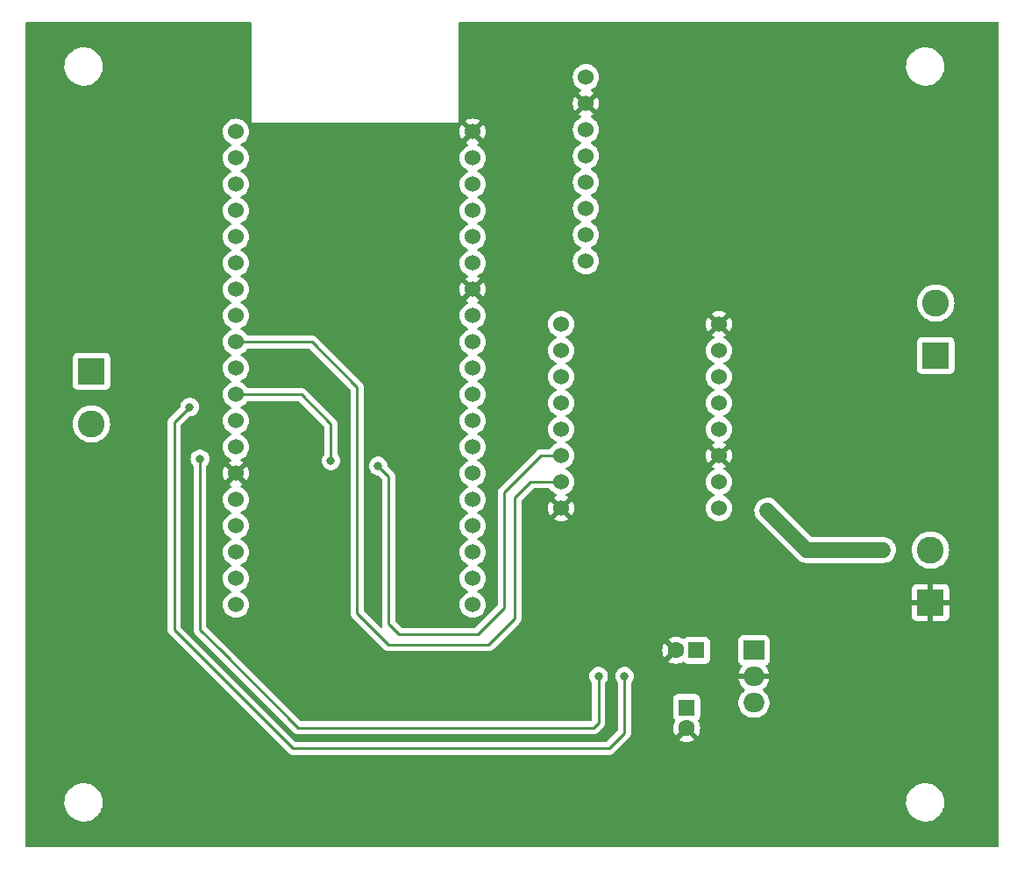
<source format=gbr>
%TF.GenerationSoftware,KiCad,Pcbnew,7.0.7*%
%TF.CreationDate,2024-04-18T14:37:36+02:00*%
%TF.ProjectId,Pendulo_invertido,50656e64-756c-46f5-9f69-6e7665727469,rev?*%
%TF.SameCoordinates,Original*%
%TF.FileFunction,Copper,L2,Bot*%
%TF.FilePolarity,Positive*%
%FSLAX46Y46*%
G04 Gerber Fmt 4.6, Leading zero omitted, Abs format (unit mm)*
G04 Created by KiCad (PCBNEW 7.0.7) date 2024-04-18 14:37:36*
%MOMM*%
%LPD*%
G01*
G04 APERTURE LIST*
%TA.AperFunction,ComponentPad*%
%ADD10R,2.600000X2.600000*%
%TD*%
%TA.AperFunction,ComponentPad*%
%ADD11C,2.600000*%
%TD*%
%TA.AperFunction,ComponentPad*%
%ADD12C,1.524000*%
%TD*%
%TA.AperFunction,ComponentPad*%
%ADD13R,1.600000X1.600000*%
%TD*%
%TA.AperFunction,ComponentPad*%
%ADD14C,1.600000*%
%TD*%
%TA.AperFunction,ComponentPad*%
%ADD15R,2.000000X1.905000*%
%TD*%
%TA.AperFunction,ComponentPad*%
%ADD16O,2.000000X1.905000*%
%TD*%
%TA.AperFunction,ViaPad*%
%ADD17C,0.800000*%
%TD*%
%TA.AperFunction,Conductor*%
%ADD18C,1.500000*%
%TD*%
%TA.AperFunction,Conductor*%
%ADD19C,0.250000*%
%TD*%
G04 APERTURE END LIST*
D10*
%TO.P,J5,1,Pin_1*%
%TO.N,B01*%
X194056000Y-96520000D03*
D11*
%TO.P,J5,2,Pin_2*%
%TO.N,B02*%
X194056000Y-91440000D03*
%TD*%
D12*
%TO.P,U1,1,3V3*%
%TO.N,Net-(IC1-VCC)*%
X126484000Y-74880000D03*
%TO.P,U1,2,EN*%
%TO.N,unconnected-(U1-EN-Pad2)*%
X126484000Y-77420000D03*
%TO.P,U1,3,VP*%
%TO.N,unconnected-(U1-VP-Pad3)*%
X126484000Y-79960000D03*
%TO.P,U1,4,VN*%
%TO.N,unconnected-(U1-VN-Pad4)*%
X126484000Y-82500000D03*
%TO.P,U1,5,IO34*%
%TO.N,unconnected-(U1-IO34-Pad5)*%
X126484000Y-85040000D03*
%TO.P,U1,6,IO35*%
%TO.N,unconnected-(U1-IO35-Pad6)*%
X126484000Y-87580000D03*
%TO.P,U1,7,IO32*%
%TO.N,unconnected-(U1-IO32-Pad7)*%
X126484000Y-90120000D03*
%TO.P,U1,8,IO33*%
%TO.N,STBY*%
X126484000Y-92660000D03*
%TO.P,U1,9,IO25*%
%TO.N,PWMB*%
X126484000Y-95200000D03*
%TO.P,U1,10,IO26*%
%TO.N,PWMA*%
X126484000Y-97740000D03*
%TO.P,U1,11,IO27*%
%TO.N,BIN2*%
X126484000Y-100280000D03*
%TO.P,U1,12,IO14*%
%TO.N,AIN2*%
X126484000Y-102820000D03*
%TO.P,U1,13,IO12*%
%TO.N,BIN1*%
X126484000Y-105360000D03*
%TO.P,U1,14,GND*%
%TO.N,GND*%
X126484000Y-107900000D03*
%TO.P,U1,15,IO13*%
%TO.N,AIN1*%
X126484000Y-110440000D03*
%TO.P,U1,16,D2*%
%TO.N,unconnected-(U1-D2-Pad16)*%
X126484000Y-112980000D03*
%TO.P,U1,17,D3*%
%TO.N,unconnected-(U1-D3-Pad17)*%
X126484000Y-115520000D03*
%TO.P,U1,18,CMD*%
%TO.N,unconnected-(U1-CMD-Pad18)*%
X126484000Y-118060000D03*
%TO.P,U1,19,5V*%
%TO.N,Net-(U1-5V)*%
X126484000Y-120600000D03*
%TO.P,U1,20,CLK*%
%TO.N,unconnected-(U1-CLK-Pad20)*%
X149344000Y-120600000D03*
%TO.P,U1,21,D0*%
%TO.N,unconnected-(U1-D0-Pad21)*%
X149344000Y-118060000D03*
%TO.P,U1,22,D1*%
%TO.N,unconnected-(U1-D1-Pad22)*%
X149344000Y-115520000D03*
%TO.P,U1,23,IO15*%
%TO.N,unconnected-(U1-IO15-Pad23)*%
X149344000Y-112980000D03*
%TO.P,U1,24,IO2*%
%TO.N,unconnected-(U1-IO2-Pad24)*%
X149344000Y-110440000D03*
%TO.P,U1,25,IO0*%
%TO.N,unconnected-(U1-IO0-Pad25)*%
X149344000Y-107900000D03*
%TO.P,U1,26,IO4*%
%TO.N,unconnected-(U1-IO4-Pad26)*%
X149344000Y-105360000D03*
%TO.P,U1,27,IO16*%
%TO.N,unconnected-(U1-IO16-Pad27)*%
X149344000Y-102820000D03*
%TO.P,U1,28,IO17*%
%TO.N,unconnected-(U1-IO17-Pad28)*%
X149344000Y-100280000D03*
%TO.P,U1,29,IO5*%
%TO.N,unconnected-(U1-IO5-Pad29)*%
X149344000Y-97740000D03*
%TO.P,U1,30,IO18*%
%TO.N,unconnected-(U1-IO18-Pad30)*%
X149344000Y-95200000D03*
%TO.P,U1,31,IO19*%
%TO.N,unconnected-(U1-IO19-Pad31)*%
X149344000Y-92660000D03*
%TO.P,U1,32,GND*%
%TO.N,GND*%
X149344000Y-90120000D03*
%TO.P,U1,33,IO21*%
%TO.N,Net-(IC1-SDA)*%
X149344000Y-87580000D03*
%TO.P,U1,34,Bx*%
%TO.N,unconnected-(U1-Bx-Pad34)*%
X149344000Y-85040000D03*
%TO.P,U1,35,Tx*%
%TO.N,unconnected-(U1-Tx-Pad35)*%
X149344000Y-82500000D03*
%TO.P,U1,36,IO22*%
%TO.N,Net-(IC1-SCL)*%
X149344000Y-79960000D03*
%TO.P,U1,37,IO23*%
%TO.N,unconnected-(U1-IO23-Pad37)*%
X149344000Y-77420000D03*
%TO.P,U1,38,GND*%
%TO.N,GND*%
X149344000Y-74880000D03*
%TD*%
D10*
%TO.P,J1,1,Pin_1*%
%TO.N,GND*%
X193548000Y-120396000D03*
D11*
%TO.P,J1,2,Pin_2*%
%TO.N,Net-(J1-Pin_2)*%
X193548000Y-115316000D03*
%TD*%
D12*
%TO.P,U2,1,VM*%
%TO.N,Net-(J1-Pin_2)*%
X173120000Y-111263000D03*
%TO.P,U2,2,VCC*%
%TO.N,Net-(IC1-VCC)*%
X173120000Y-108723000D03*
%TO.P,U2,3,GND*%
%TO.N,GND*%
X173120000Y-106183000D03*
%TO.P,U2,4,A01*%
%TO.N,A01*%
X173120000Y-103643000D03*
%TO.P,U2,5,A02*%
%TO.N,A02*%
X173120000Y-101103000D03*
%TO.P,U2,6,B01*%
%TO.N,B01*%
X173120000Y-98563000D03*
%TO.P,U2,7,B01*%
%TO.N,B02*%
X173120000Y-96023000D03*
%TO.P,U2,8,GND*%
%TO.N,GND*%
X173120000Y-93483000D03*
%TO.P,U2,9,GND*%
X157880000Y-111263000D03*
%TO.P,U2,10,PWMB*%
%TO.N,PWMB*%
X157880000Y-108723000D03*
%TO.P,U2,11,BIN2*%
%TO.N,BIN2*%
X157880000Y-106183000D03*
%TO.P,U2,12,BIN1*%
%TO.N,BIN1*%
X157880000Y-103643000D03*
%TO.P,U2,13,STBY*%
%TO.N,STBY*%
X157880000Y-101103000D03*
%TO.P,U2,14,AIN1*%
%TO.N,AIN1*%
X157880000Y-98563000D03*
%TO.P,U2,15,AIN2*%
%TO.N,AIN2*%
X157880000Y-96023000D03*
%TO.P,U2,16,PWMA*%
%TO.N,PWMA*%
X157880000Y-93483000D03*
%TD*%
D13*
%TO.P,C2,1*%
%TO.N,Net-(U1-5V)*%
X170000000Y-130544888D03*
D14*
%TO.P,C2,2*%
%TO.N,GND*%
X170000000Y-132544888D03*
%TD*%
D15*
%TO.P,U3,1,VI*%
%TO.N,Net-(J1-Pin_2)*%
X176500000Y-125000000D03*
D16*
%TO.P,U3,2,GND*%
%TO.N,GND*%
X176500000Y-127540000D03*
%TO.P,U3,3,VO*%
%TO.N,Net-(U1-5V)*%
X176500000Y-130080000D03*
%TD*%
D12*
%TO.P,IC1,1,VCC*%
%TO.N,Net-(IC1-VCC)*%
X160285000Y-69610000D03*
%TO.P,IC1,2,GND*%
%TO.N,GND*%
X160285000Y-72150000D03*
%TO.P,IC1,3,SCL*%
%TO.N,Net-(IC1-SCL)*%
X160285000Y-74690000D03*
%TO.P,IC1,4,SDA*%
%TO.N,Net-(IC1-SDA)*%
X160285000Y-77230000D03*
%TO.P,IC1,5,XDA*%
%TO.N,unconnected-(IC1-XDA-Pad5)*%
X160285000Y-79770000D03*
%TO.P,IC1,6,XCL*%
%TO.N,unconnected-(IC1-XCL-Pad6)*%
X160285000Y-82310000D03*
%TO.P,IC1,7,ADO*%
%TO.N,unconnected-(IC1-ADO-Pad7)*%
X160285000Y-84850000D03*
%TO.P,IC1,8,INT*%
%TO.N,unconnected-(IC1-INT-Pad8)*%
X160285000Y-87390000D03*
%TD*%
D10*
%TO.P,J3,1,Pin_1*%
%TO.N,A01*%
X112522000Y-98044000D03*
D11*
%TO.P,J3,2,Pin_2*%
%TO.N,A02*%
X112522000Y-103124000D03*
%TD*%
D13*
%TO.P,C1,1*%
%TO.N,Net-(J1-Pin_2)*%
X170955113Y-125000000D03*
D14*
%TO.P,C1,2*%
%TO.N,GND*%
X168955113Y-125000000D03*
%TD*%
D17*
%TO.N,Net-(J1-Pin_2)*%
X188976000Y-115316000D03*
%TO.N,PWMA*%
X164000000Y-127500000D03*
X122000000Y-101500000D03*
%TO.N,BIN2*%
X140208000Y-107188000D03*
X135636000Y-106680000D03*
%TO.N,AIN2*%
X123000000Y-106500000D03*
X161500000Y-127500000D03*
%TO.N,Net-(J1-Pin_2)*%
X177800000Y-111500000D03*
%TD*%
D18*
%TO.N,Net-(J1-Pin_2)*%
X181616000Y-115316000D02*
X188976000Y-115316000D01*
X177800000Y-111500000D02*
X181616000Y-115316000D01*
D19*
%TO.N,PWMB*%
X154929000Y-108723000D02*
X157880000Y-108723000D01*
X138176000Y-121412000D02*
X141224000Y-124460000D01*
X133808000Y-95200000D02*
X138176000Y-99568000D01*
X153416000Y-110236000D02*
X154929000Y-108723000D01*
X150876000Y-124460000D02*
X153416000Y-121920000D01*
X138176000Y-99568000D02*
X138176000Y-121412000D01*
X153416000Y-121920000D02*
X153416000Y-110236000D01*
X126484000Y-95200000D02*
X133808000Y-95200000D01*
X141224000Y-124460000D02*
X150876000Y-124460000D01*
%TO.N,PWMA*%
X132000000Y-134500000D02*
X120500000Y-123000000D01*
X120500000Y-123000000D02*
X120500000Y-103000000D01*
X120500000Y-103000000D02*
X122000000Y-101500000D01*
X164000000Y-127500000D02*
X164000000Y-133000000D01*
X164000000Y-133000000D02*
X162500000Y-134500000D01*
X162500000Y-134500000D02*
X132000000Y-134500000D01*
%TO.N,BIN2*%
X157880000Y-106183000D02*
X155945000Y-106183000D01*
X142240000Y-123444000D02*
X141224000Y-122428000D01*
X135636000Y-103124000D02*
X132792000Y-100280000D01*
X135636000Y-106680000D02*
X135636000Y-103124000D01*
X141224000Y-122428000D02*
X141224000Y-108204000D01*
X149860000Y-123444000D02*
X142240000Y-123444000D01*
X155945000Y-106183000D02*
X152400000Y-109728000D01*
X152400000Y-109728000D02*
X152400000Y-120904000D01*
X132792000Y-100280000D02*
X126484000Y-100280000D01*
X152400000Y-120904000D02*
X149860000Y-123444000D01*
X141224000Y-108204000D02*
X140208000Y-107188000D01*
%TO.N,AIN2*%
X161500000Y-132000000D02*
X161000000Y-132500000D01*
X132500000Y-132500000D02*
X125000000Y-125000000D01*
X125000000Y-125000000D02*
X123000000Y-123000000D01*
X161000000Y-132500000D02*
X132500000Y-132500000D01*
X161500000Y-127500000D02*
X161500000Y-132000000D01*
X123000000Y-123000000D02*
X123000000Y-106500000D01*
%TD*%
%TA.AperFunction,Conductor*%
%TO.N,GND*%
G36*
X127943039Y-64282185D02*
G01*
X127988794Y-64334989D01*
X128000000Y-64386499D01*
X128000000Y-74000000D01*
X148000000Y-74000000D01*
X148000000Y-64386500D01*
X148019685Y-64319461D01*
X148072489Y-64273706D01*
X148124000Y-64262500D01*
X200027500Y-64262500D01*
X200094539Y-64282185D01*
X200140294Y-64334989D01*
X200151500Y-64386500D01*
X200151500Y-143893500D01*
X200131815Y-143960539D01*
X200079011Y-144006294D01*
X200027500Y-144017500D01*
X106296500Y-144017500D01*
X106229461Y-143997815D01*
X106183706Y-143945011D01*
X106172500Y-143893500D01*
X106172500Y-139767763D01*
X109905787Y-139767763D01*
X109935413Y-140037013D01*
X109935415Y-140037024D01*
X110003926Y-140299082D01*
X110003928Y-140299088D01*
X110109870Y-140548390D01*
X110181998Y-140666575D01*
X110250979Y-140779605D01*
X110250986Y-140779615D01*
X110424253Y-140987819D01*
X110424259Y-140987824D01*
X110625998Y-141168582D01*
X110851910Y-141318044D01*
X111097176Y-141433020D01*
X111097183Y-141433022D01*
X111097185Y-141433023D01*
X111356557Y-141511057D01*
X111356564Y-141511058D01*
X111356569Y-141511060D01*
X111624561Y-141550500D01*
X111624566Y-141550500D01*
X111827636Y-141550500D01*
X111879133Y-141546730D01*
X112030156Y-141535677D01*
X112142758Y-141510593D01*
X112294546Y-141476782D01*
X112294548Y-141476781D01*
X112294553Y-141476780D01*
X112547558Y-141380014D01*
X112783777Y-141247441D01*
X112998177Y-141081888D01*
X113186186Y-140886881D01*
X113343799Y-140666579D01*
X113417787Y-140522669D01*
X113467649Y-140425690D01*
X113467651Y-140425684D01*
X113467656Y-140425675D01*
X113555118Y-140169305D01*
X113604319Y-139902933D01*
X113609259Y-139767763D01*
X191185787Y-139767763D01*
X191215413Y-140037013D01*
X191215415Y-140037024D01*
X191283926Y-140299082D01*
X191283928Y-140299088D01*
X191389870Y-140548390D01*
X191461998Y-140666575D01*
X191530979Y-140779605D01*
X191530986Y-140779615D01*
X191704253Y-140987819D01*
X191704259Y-140987824D01*
X191905998Y-141168582D01*
X192131910Y-141318044D01*
X192377176Y-141433020D01*
X192377183Y-141433022D01*
X192377185Y-141433023D01*
X192636557Y-141511057D01*
X192636564Y-141511058D01*
X192636569Y-141511060D01*
X192904561Y-141550500D01*
X192904566Y-141550500D01*
X193107636Y-141550500D01*
X193159133Y-141546730D01*
X193310156Y-141535677D01*
X193422758Y-141510593D01*
X193574546Y-141476782D01*
X193574548Y-141476781D01*
X193574553Y-141476780D01*
X193827558Y-141380014D01*
X194063777Y-141247441D01*
X194278177Y-141081888D01*
X194466186Y-140886881D01*
X194623799Y-140666579D01*
X194697787Y-140522669D01*
X194747649Y-140425690D01*
X194747651Y-140425684D01*
X194747656Y-140425675D01*
X194835118Y-140169305D01*
X194884319Y-139902933D01*
X194894212Y-139632235D01*
X194864586Y-139362982D01*
X194796072Y-139100912D01*
X194690130Y-138851610D01*
X194549018Y-138620390D01*
X194459747Y-138513119D01*
X194375746Y-138412180D01*
X194375740Y-138412175D01*
X194174002Y-138231418D01*
X193948092Y-138081957D01*
X193948090Y-138081956D01*
X193702824Y-137966980D01*
X193702819Y-137966978D01*
X193702814Y-137966976D01*
X193443442Y-137888942D01*
X193443428Y-137888939D01*
X193327791Y-137871921D01*
X193175439Y-137849500D01*
X192972369Y-137849500D01*
X192972364Y-137849500D01*
X192769844Y-137864323D01*
X192769831Y-137864325D01*
X192505453Y-137923217D01*
X192505446Y-137923220D01*
X192252439Y-138019987D01*
X192016226Y-138152557D01*
X191801822Y-138318112D01*
X191613822Y-138513109D01*
X191613816Y-138513116D01*
X191456202Y-138733419D01*
X191456199Y-138733424D01*
X191332350Y-138974309D01*
X191332343Y-138974327D01*
X191244884Y-139230685D01*
X191244881Y-139230699D01*
X191195681Y-139497068D01*
X191195680Y-139497075D01*
X191185787Y-139767763D01*
X113609259Y-139767763D01*
X113614212Y-139632235D01*
X113584586Y-139362982D01*
X113516072Y-139100912D01*
X113410130Y-138851610D01*
X113269018Y-138620390D01*
X113179747Y-138513119D01*
X113095746Y-138412180D01*
X113095740Y-138412175D01*
X112894002Y-138231418D01*
X112668092Y-138081957D01*
X112668090Y-138081956D01*
X112422824Y-137966980D01*
X112422819Y-137966978D01*
X112422814Y-137966976D01*
X112163442Y-137888942D01*
X112163428Y-137888939D01*
X112047791Y-137871921D01*
X111895439Y-137849500D01*
X111692369Y-137849500D01*
X111692364Y-137849500D01*
X111489844Y-137864323D01*
X111489831Y-137864325D01*
X111225453Y-137923217D01*
X111225446Y-137923220D01*
X110972439Y-138019987D01*
X110736226Y-138152557D01*
X110521822Y-138318112D01*
X110333822Y-138513109D01*
X110333816Y-138513116D01*
X110176202Y-138733419D01*
X110176199Y-138733424D01*
X110052350Y-138974309D01*
X110052343Y-138974327D01*
X109964884Y-139230685D01*
X109964881Y-139230699D01*
X109915681Y-139497068D01*
X109915680Y-139497075D01*
X109905787Y-139767763D01*
X106172500Y-139767763D01*
X106172500Y-103124004D01*
X110716451Y-103124004D01*
X110736616Y-103393101D01*
X110796664Y-103656188D01*
X110796666Y-103656195D01*
X110895256Y-103907396D01*
X110895258Y-103907400D01*
X110923770Y-103956784D01*
X111030185Y-104141102D01*
X111126969Y-104262465D01*
X111198442Y-104352089D01*
X111385183Y-104525358D01*
X111396259Y-104535635D01*
X111619226Y-104687651D01*
X111862359Y-104804738D01*
X112120228Y-104884280D01*
X112120229Y-104884280D01*
X112120232Y-104884281D01*
X112387063Y-104924499D01*
X112387068Y-104924499D01*
X112387071Y-104924500D01*
X112387072Y-104924500D01*
X112656928Y-104924500D01*
X112656929Y-104924500D01*
X112656936Y-104924499D01*
X112923767Y-104884281D01*
X112923768Y-104884280D01*
X112923772Y-104884280D01*
X113181641Y-104804738D01*
X113424775Y-104687651D01*
X113647741Y-104535635D01*
X113845561Y-104352085D01*
X114013815Y-104141102D01*
X114148743Y-103907398D01*
X114247334Y-103656195D01*
X114307383Y-103393103D01*
X114317849Y-103253445D01*
X114327549Y-103124004D01*
X114327549Y-103123995D01*
X114316773Y-102980197D01*
X119869839Y-102980197D01*
X119874224Y-103026585D01*
X119874499Y-103032421D01*
X119874499Y-122917261D01*
X119872776Y-122932878D01*
X119873060Y-122932905D01*
X119872326Y-122940664D01*
X119874500Y-123009814D01*
X119874500Y-123039343D01*
X119874501Y-123039360D01*
X119875368Y-123046231D01*
X119875826Y-123052050D01*
X119877290Y-123098624D01*
X119877291Y-123098627D01*
X119882880Y-123117867D01*
X119886824Y-123136911D01*
X119889336Y-123156791D01*
X119906490Y-123200119D01*
X119908382Y-123205647D01*
X119921381Y-123250388D01*
X119931580Y-123267634D01*
X119940138Y-123285103D01*
X119947514Y-123303732D01*
X119974898Y-123341423D01*
X119978106Y-123346307D01*
X120001827Y-123386416D01*
X120001833Y-123386424D01*
X120015990Y-123400580D01*
X120028628Y-123415376D01*
X120040405Y-123431586D01*
X120040406Y-123431587D01*
X120076309Y-123461288D01*
X120080620Y-123465210D01*
X128654991Y-132039582D01*
X131499197Y-134883788D01*
X131509022Y-134896051D01*
X131509243Y-134895869D01*
X131514214Y-134901878D01*
X131535043Y-134921437D01*
X131564635Y-134949226D01*
X131585529Y-134970120D01*
X131591011Y-134974373D01*
X131595443Y-134978157D01*
X131629418Y-135010062D01*
X131646976Y-135019714D01*
X131663233Y-135030393D01*
X131679064Y-135042673D01*
X131698737Y-135051186D01*
X131721833Y-135061182D01*
X131727077Y-135063750D01*
X131767908Y-135086197D01*
X131780523Y-135089435D01*
X131787305Y-135091177D01*
X131805719Y-135097481D01*
X131824104Y-135105438D01*
X131870157Y-135112732D01*
X131875826Y-135113906D01*
X131920981Y-135125500D01*
X131941016Y-135125500D01*
X131960413Y-135127026D01*
X131980196Y-135130160D01*
X132026583Y-135125775D01*
X132032422Y-135125500D01*
X162417257Y-135125500D01*
X162432877Y-135127224D01*
X162432904Y-135126939D01*
X162440660Y-135127671D01*
X162440667Y-135127673D01*
X162509814Y-135125500D01*
X162539350Y-135125500D01*
X162546228Y-135124630D01*
X162552041Y-135124172D01*
X162598627Y-135122709D01*
X162617869Y-135117117D01*
X162636912Y-135113174D01*
X162656792Y-135110664D01*
X162700122Y-135093507D01*
X162705646Y-135091617D01*
X162709396Y-135090527D01*
X162750390Y-135078618D01*
X162767629Y-135068422D01*
X162785103Y-135059862D01*
X162803727Y-135052488D01*
X162803727Y-135052487D01*
X162803732Y-135052486D01*
X162841449Y-135025082D01*
X162846305Y-135021892D01*
X162886420Y-134998170D01*
X162900589Y-134983999D01*
X162915379Y-134971368D01*
X162931587Y-134959594D01*
X162961299Y-134923676D01*
X162965212Y-134919376D01*
X164383787Y-133500802D01*
X164396042Y-133490986D01*
X164395859Y-133490764D01*
X164401866Y-133485792D01*
X164401877Y-133485786D01*
X164432775Y-133452882D01*
X164449227Y-133435364D01*
X164459671Y-133424918D01*
X164470120Y-133414471D01*
X164474379Y-133408978D01*
X164478152Y-133404561D01*
X164510062Y-133370582D01*
X164519713Y-133353024D01*
X164530396Y-133336761D01*
X164542673Y-133320936D01*
X164561185Y-133278153D01*
X164563738Y-133272941D01*
X164586197Y-133232092D01*
X164591180Y-133212680D01*
X164597481Y-133194280D01*
X164605437Y-133175896D01*
X164612729Y-133129852D01*
X164613906Y-133124171D01*
X164625500Y-133079019D01*
X164625500Y-133058982D01*
X164627027Y-133039582D01*
X164629321Y-133025098D01*
X164630160Y-133019804D01*
X164625775Y-132973415D01*
X164625500Y-132967577D01*
X164625500Y-132544890D01*
X168695034Y-132544890D01*
X168714858Y-132771487D01*
X168714860Y-132771498D01*
X168773730Y-132991205D01*
X168773734Y-132991214D01*
X168869865Y-133197369D01*
X168869866Y-133197371D01*
X168920973Y-133270359D01*
X168920973Y-133270360D01*
X169462580Y-132728753D01*
X169523903Y-132695268D01*
X169593594Y-132700252D01*
X169649528Y-132742123D01*
X169660742Y-132760134D01*
X169666527Y-132771487D01*
X169672358Y-132782932D01*
X169672363Y-132782938D01*
X169761949Y-132872524D01*
X169761951Y-132872525D01*
X169761955Y-132872529D01*
X169784747Y-132884142D01*
X169835542Y-132932116D01*
X169852337Y-132999937D01*
X169829799Y-133066072D01*
X169816132Y-133082307D01*
X169274526Y-133623913D01*
X169274526Y-133623914D01*
X169347512Y-133675019D01*
X169347516Y-133675021D01*
X169553673Y-133771153D01*
X169553682Y-133771157D01*
X169773389Y-133830027D01*
X169773400Y-133830029D01*
X169999998Y-133849854D01*
X170000002Y-133849854D01*
X170226599Y-133830029D01*
X170226610Y-133830027D01*
X170446317Y-133771157D01*
X170446331Y-133771152D01*
X170652478Y-133675024D01*
X170725472Y-133623913D01*
X170183866Y-133082307D01*
X170150381Y-133020984D01*
X170155365Y-132951292D01*
X170197237Y-132895359D01*
X170215245Y-132884146D01*
X170238045Y-132872529D01*
X170327641Y-132782933D01*
X170339254Y-132760140D01*
X170387225Y-132709346D01*
X170455046Y-132692549D01*
X170521181Y-132715085D01*
X170537419Y-132728754D01*
X171079025Y-133270360D01*
X171130136Y-133197366D01*
X171226264Y-132991219D01*
X171226269Y-132991205D01*
X171285139Y-132771498D01*
X171285141Y-132771487D01*
X171304966Y-132544890D01*
X171304966Y-132544885D01*
X171285141Y-132318288D01*
X171285139Y-132318277D01*
X171226269Y-132098570D01*
X171226265Y-132098561D01*
X171130134Y-131892406D01*
X171130130Y-131892400D01*
X171121188Y-131879628D01*
X171098861Y-131813422D01*
X171115873Y-131745655D01*
X171148454Y-131709239D01*
X171157546Y-131702434D01*
X171243796Y-131587219D01*
X171294091Y-131452371D01*
X171300500Y-131392761D01*
X171300499Y-130200397D01*
X174999500Y-130200397D01*
X175039134Y-130437916D01*
X175117318Y-130665656D01*
X175117321Y-130665665D01*
X175231929Y-130877441D01*
X175275451Y-130933358D01*
X175379829Y-131067463D01*
X175556990Y-131230551D01*
X175758578Y-131362255D01*
X175979095Y-131458983D01*
X176212524Y-131518095D01*
X176392400Y-131533000D01*
X176392402Y-131533000D01*
X176607598Y-131533000D01*
X176607600Y-131533000D01*
X176787476Y-131518095D01*
X177020905Y-131458983D01*
X177241422Y-131362255D01*
X177443010Y-131230551D01*
X177620171Y-131067463D01*
X177768072Y-130877439D01*
X177882679Y-130665664D01*
X177960866Y-130437913D01*
X178000500Y-130200399D01*
X178000500Y-129959601D01*
X177960866Y-129722087D01*
X177952259Y-129697017D01*
X177885501Y-129502557D01*
X177882679Y-129494336D01*
X177768072Y-129282561D01*
X177620171Y-129092537D01*
X177443010Y-128929449D01*
X177443007Y-128929446D01*
X177418614Y-128913510D01*
X177373257Y-128860364D01*
X177363833Y-128791132D01*
X177393335Y-128727796D01*
X177418616Y-128705891D01*
X177442701Y-128690155D01*
X177442702Y-128690154D01*
X177619797Y-128527126D01*
X177619806Y-128527116D01*
X177767649Y-128337168D01*
X177767655Y-128337159D01*
X177882215Y-128125468D01*
X177882221Y-128125454D01*
X177960380Y-127897791D01*
X177978367Y-127790000D01*
X177166956Y-127790000D01*
X177099917Y-127770315D01*
X177054162Y-127717511D01*
X177043245Y-127657537D01*
X177044392Y-127640772D01*
X177053877Y-127502114D01*
X177040809Y-127439227D01*
X177046443Y-127369586D01*
X177088834Y-127314045D01*
X177154523Y-127290239D01*
X177162216Y-127290000D01*
X177978366Y-127290000D01*
X177978366Y-127289999D01*
X177960380Y-127182208D01*
X177882221Y-126954545D01*
X177882215Y-126954531D01*
X177767655Y-126742840D01*
X177767649Y-126742831D01*
X177656675Y-126600252D01*
X177631032Y-126535258D01*
X177644598Y-126466719D01*
X177693067Y-126416394D01*
X177711194Y-126407909D01*
X177726209Y-126402308D01*
X177742327Y-126396298D01*
X177742329Y-126396296D01*
X177742331Y-126396296D01*
X177857546Y-126310046D01*
X177943796Y-126194831D01*
X177994091Y-126059983D01*
X178000500Y-126000373D01*
X178000499Y-123999628D01*
X177994091Y-123940017D01*
X177957702Y-123842454D01*
X177943797Y-123805171D01*
X177943793Y-123805164D01*
X177857547Y-123689955D01*
X177857544Y-123689952D01*
X177742335Y-123603706D01*
X177742328Y-123603702D01*
X177607482Y-123553408D01*
X177607483Y-123553408D01*
X177547883Y-123547001D01*
X177547881Y-123547000D01*
X177547873Y-123547000D01*
X177547864Y-123547000D01*
X175452129Y-123547000D01*
X175452123Y-123547001D01*
X175392516Y-123553408D01*
X175257671Y-123603702D01*
X175257664Y-123603706D01*
X175142455Y-123689952D01*
X175142452Y-123689955D01*
X175056206Y-123805164D01*
X175056202Y-123805171D01*
X175005908Y-123940017D01*
X174999501Y-123999616D01*
X174999501Y-123999623D01*
X174999500Y-123999635D01*
X174999500Y-126000370D01*
X174999501Y-126000376D01*
X175005908Y-126059983D01*
X175056202Y-126194828D01*
X175056206Y-126194835D01*
X175142452Y-126310044D01*
X175142455Y-126310047D01*
X175257664Y-126396293D01*
X175257671Y-126396297D01*
X175257674Y-126396298D01*
X175288802Y-126407907D01*
X175344736Y-126449777D01*
X175369155Y-126515241D01*
X175354305Y-126583514D01*
X175343325Y-126600252D01*
X175232345Y-126742838D01*
X175232344Y-126742840D01*
X175117784Y-126954531D01*
X175117778Y-126954545D01*
X175039619Y-127182208D01*
X175021633Y-127289999D01*
X175021634Y-127290000D01*
X175833044Y-127290000D01*
X175900083Y-127309685D01*
X175945838Y-127362489D01*
X175956755Y-127422463D01*
X175956441Y-127427045D01*
X175956441Y-127427047D01*
X175946123Y-127577886D01*
X175959191Y-127640772D01*
X175953557Y-127710414D01*
X175911166Y-127765955D01*
X175845477Y-127789761D01*
X175837784Y-127790000D01*
X175021633Y-127790000D01*
X175039619Y-127897791D01*
X175117778Y-128125454D01*
X175117784Y-128125468D01*
X175232344Y-128337159D01*
X175232350Y-128337168D01*
X175380193Y-128527116D01*
X175380202Y-128527126D01*
X175557297Y-128690154D01*
X175557296Y-128690154D01*
X175581385Y-128705892D01*
X175626742Y-128759038D01*
X175636166Y-128828269D01*
X175606664Y-128891605D01*
X175581389Y-128913507D01*
X175556994Y-128929446D01*
X175556988Y-128929450D01*
X175379832Y-129092534D01*
X175379829Y-129092537D01*
X175336305Y-129148456D01*
X175231929Y-129282558D01*
X175117321Y-129494334D01*
X175117318Y-129494343D01*
X175039134Y-129722083D01*
X174999500Y-129959602D01*
X174999500Y-130200397D01*
X171300499Y-130200397D01*
X171300499Y-129697016D01*
X171294091Y-129637405D01*
X171243796Y-129502557D01*
X171243795Y-129502556D01*
X171243793Y-129502552D01*
X171157547Y-129387343D01*
X171157544Y-129387340D01*
X171042335Y-129301094D01*
X171042328Y-129301090D01*
X170907482Y-129250796D01*
X170907483Y-129250796D01*
X170847883Y-129244389D01*
X170847881Y-129244388D01*
X170847873Y-129244388D01*
X170847864Y-129244388D01*
X169152129Y-129244388D01*
X169152123Y-129244389D01*
X169092516Y-129250796D01*
X168957671Y-129301090D01*
X168957664Y-129301094D01*
X168842455Y-129387340D01*
X168842452Y-129387343D01*
X168756206Y-129502552D01*
X168756202Y-129502559D01*
X168705908Y-129637405D01*
X168699501Y-129697004D01*
X168699501Y-129697011D01*
X168699500Y-129697023D01*
X168699500Y-131392758D01*
X168699501Y-131392764D01*
X168705908Y-131452371D01*
X168756202Y-131587216D01*
X168756206Y-131587223D01*
X168842452Y-131702432D01*
X168842453Y-131702432D01*
X168842454Y-131702434D01*
X168851545Y-131709239D01*
X168893416Y-131765170D01*
X168898402Y-131834862D01*
X168878813Y-131879624D01*
X168869871Y-131892395D01*
X168869868Y-131892400D01*
X168773734Y-132098561D01*
X168773730Y-132098570D01*
X168714860Y-132318277D01*
X168714858Y-132318288D01*
X168695034Y-132544885D01*
X168695034Y-132544890D01*
X164625500Y-132544890D01*
X164625500Y-128198687D01*
X164645185Y-128131648D01*
X164657350Y-128115715D01*
X164675891Y-128095122D01*
X164732533Y-128032216D01*
X164827179Y-127868284D01*
X164885674Y-127688256D01*
X164905460Y-127500000D01*
X164885674Y-127311744D01*
X164827179Y-127131716D01*
X164732533Y-126967784D01*
X164605871Y-126827112D01*
X164605870Y-126827111D01*
X164452734Y-126715851D01*
X164452729Y-126715848D01*
X164279807Y-126638857D01*
X164279802Y-126638855D01*
X164134001Y-126607865D01*
X164094646Y-126599500D01*
X163905354Y-126599500D01*
X163872897Y-126606398D01*
X163720197Y-126638855D01*
X163720192Y-126638857D01*
X163547270Y-126715848D01*
X163547265Y-126715851D01*
X163394129Y-126827111D01*
X163267466Y-126967785D01*
X163172821Y-127131715D01*
X163172818Y-127131722D01*
X163121391Y-127289999D01*
X163114326Y-127311744D01*
X163094540Y-127500000D01*
X163114326Y-127688256D01*
X163114327Y-127688259D01*
X163172818Y-127868277D01*
X163172821Y-127868284D01*
X163267467Y-128032216D01*
X163282768Y-128049209D01*
X163342650Y-128115715D01*
X163372880Y-128178706D01*
X163374500Y-128198687D01*
X163374500Y-132689546D01*
X163354815Y-132756585D01*
X163338181Y-132777227D01*
X162277228Y-133838181D01*
X162215905Y-133871666D01*
X162189547Y-133874500D01*
X132310452Y-133874500D01*
X132243413Y-133854815D01*
X132222771Y-133838181D01*
X121161819Y-122777228D01*
X121128334Y-122715905D01*
X121125500Y-122689547D01*
X121125500Y-106500000D01*
X122094540Y-106500000D01*
X122114326Y-106688256D01*
X122114327Y-106688259D01*
X122172818Y-106868277D01*
X122172821Y-106868284D01*
X122267467Y-107032216D01*
X122281929Y-107048277D01*
X122342650Y-107115715D01*
X122372880Y-107178706D01*
X122374500Y-107198687D01*
X122374500Y-122917255D01*
X122372775Y-122932872D01*
X122373061Y-122932899D01*
X122372326Y-122940665D01*
X122374500Y-123009814D01*
X122374500Y-123039343D01*
X122374501Y-123039360D01*
X122375368Y-123046231D01*
X122375826Y-123052050D01*
X122377290Y-123098624D01*
X122377291Y-123098627D01*
X122382880Y-123117867D01*
X122386824Y-123136911D01*
X122389336Y-123156791D01*
X122406490Y-123200119D01*
X122408382Y-123205647D01*
X122421381Y-123250388D01*
X122431580Y-123267634D01*
X122440138Y-123285103D01*
X122447514Y-123303732D01*
X122474898Y-123341423D01*
X122478106Y-123346307D01*
X122501827Y-123386416D01*
X122501833Y-123386424D01*
X122515990Y-123400580D01*
X122528628Y-123415376D01*
X122540405Y-123431586D01*
X122540406Y-123431587D01*
X122576309Y-123461288D01*
X122580620Y-123465210D01*
X122920574Y-123805164D01*
X124587062Y-125471654D01*
X124587092Y-125471682D01*
X131999194Y-132883784D01*
X132009019Y-132896048D01*
X132009240Y-132895866D01*
X132014210Y-132901873D01*
X132014213Y-132901876D01*
X132014214Y-132901877D01*
X132064651Y-132949241D01*
X132085530Y-132970120D01*
X132091004Y-132974366D01*
X132095442Y-132978156D01*
X132129418Y-133010062D01*
X132129422Y-133010064D01*
X132146973Y-133019713D01*
X132163231Y-133030392D01*
X132179064Y-133042674D01*
X132201015Y-133052172D01*
X132221837Y-133061183D01*
X132227081Y-133063752D01*
X132267908Y-133086197D01*
X132287312Y-133091179D01*
X132305710Y-133097478D01*
X132324105Y-133105438D01*
X132370129Y-133112726D01*
X132375832Y-133113907D01*
X132420981Y-133125500D01*
X132441016Y-133125500D01*
X132460413Y-133127026D01*
X132480196Y-133130160D01*
X132526583Y-133125775D01*
X132532422Y-133125500D01*
X160917257Y-133125500D01*
X160932877Y-133127224D01*
X160932904Y-133126939D01*
X160940660Y-133127671D01*
X160940667Y-133127673D01*
X161009814Y-133125500D01*
X161039350Y-133125500D01*
X161046228Y-133124630D01*
X161052041Y-133124172D01*
X161098627Y-133122709D01*
X161117869Y-133117117D01*
X161136912Y-133113174D01*
X161156792Y-133110664D01*
X161200122Y-133093507D01*
X161205646Y-133091617D01*
X161209396Y-133090527D01*
X161250390Y-133078618D01*
X161267629Y-133068422D01*
X161285103Y-133059862D01*
X161303727Y-133052488D01*
X161303727Y-133052487D01*
X161303732Y-133052486D01*
X161341449Y-133025082D01*
X161346305Y-133021892D01*
X161386420Y-132998170D01*
X161400589Y-132983999D01*
X161415379Y-132971368D01*
X161431587Y-132959594D01*
X161461299Y-132923676D01*
X161465212Y-132919376D01*
X161883786Y-132500802D01*
X161896048Y-132490980D01*
X161895865Y-132490759D01*
X161901867Y-132485792D01*
X161901877Y-132485786D01*
X161949241Y-132435348D01*
X161970120Y-132414470D01*
X161974370Y-132408989D01*
X161978151Y-132404561D01*
X162010062Y-132370582D01*
X162019713Y-132353024D01*
X162030396Y-132336761D01*
X162042673Y-132320936D01*
X162061183Y-132278158D01*
X162063743Y-132272932D01*
X162086197Y-132232092D01*
X162091178Y-132212687D01*
X162097482Y-132194279D01*
X162105438Y-132175895D01*
X162112729Y-132129853D01*
X162113908Y-132124162D01*
X162125500Y-132079019D01*
X162125500Y-132058982D01*
X162127027Y-132039582D01*
X162130160Y-132019804D01*
X162125775Y-131973415D01*
X162125500Y-131967577D01*
X162125500Y-128198687D01*
X162145185Y-128131648D01*
X162157350Y-128115715D01*
X162175891Y-128095122D01*
X162232533Y-128032216D01*
X162327179Y-127868284D01*
X162385674Y-127688256D01*
X162405460Y-127500000D01*
X162385674Y-127311744D01*
X162327179Y-127131716D01*
X162232533Y-126967784D01*
X162105871Y-126827112D01*
X162105870Y-126827111D01*
X161952734Y-126715851D01*
X161952729Y-126715848D01*
X161779807Y-126638857D01*
X161779802Y-126638855D01*
X161634000Y-126607865D01*
X161594646Y-126599500D01*
X161405354Y-126599500D01*
X161372897Y-126606398D01*
X161220197Y-126638855D01*
X161220192Y-126638857D01*
X161047270Y-126715848D01*
X161047265Y-126715851D01*
X160894129Y-126827111D01*
X160767466Y-126967785D01*
X160672821Y-127131715D01*
X160672818Y-127131722D01*
X160621391Y-127289999D01*
X160614326Y-127311744D01*
X160594540Y-127500000D01*
X160614326Y-127688256D01*
X160614327Y-127688259D01*
X160672818Y-127868277D01*
X160672821Y-127868284D01*
X160767467Y-128032216D01*
X160782768Y-128049209D01*
X160842650Y-128115715D01*
X160872880Y-128178706D01*
X160874500Y-128198687D01*
X160874500Y-131689547D01*
X160854815Y-131756586D01*
X160838181Y-131777228D01*
X160777228Y-131838181D01*
X160715905Y-131871666D01*
X160689547Y-131874500D01*
X132810452Y-131874500D01*
X132743413Y-131854815D01*
X132722771Y-131838181D01*
X129083277Y-128198687D01*
X125431912Y-124547321D01*
X125431910Y-124547318D01*
X123661819Y-122777227D01*
X123628334Y-122715904D01*
X123625500Y-122689546D01*
X123625500Y-120600002D01*
X125216677Y-120600002D01*
X125235929Y-120820062D01*
X125235930Y-120820070D01*
X125293104Y-121033445D01*
X125293105Y-121033447D01*
X125293106Y-121033450D01*
X125352226Y-121160234D01*
X125386466Y-121233662D01*
X125386468Y-121233666D01*
X125513170Y-121414615D01*
X125513175Y-121414621D01*
X125669378Y-121570824D01*
X125669384Y-121570829D01*
X125850333Y-121697531D01*
X125850335Y-121697532D01*
X125850338Y-121697534D01*
X126050550Y-121790894D01*
X126263932Y-121848070D01*
X126421123Y-121861822D01*
X126483998Y-121867323D01*
X126484000Y-121867323D01*
X126484002Y-121867323D01*
X126539017Y-121862509D01*
X126704068Y-121848070D01*
X126917450Y-121790894D01*
X127117662Y-121697534D01*
X127298620Y-121570826D01*
X127454826Y-121414620D01*
X127581534Y-121233662D01*
X127674894Y-121033450D01*
X127732070Y-120820068D01*
X127747394Y-120644909D01*
X127751323Y-120600002D01*
X127751323Y-120599997D01*
X127732070Y-120379937D01*
X127732070Y-120379932D01*
X127674894Y-120166550D01*
X127581534Y-119966339D01*
X127454826Y-119785380D01*
X127298620Y-119629174D01*
X127298616Y-119629171D01*
X127298615Y-119629170D01*
X127117666Y-119502468D01*
X127117662Y-119502466D01*
X126988810Y-119442381D01*
X126936371Y-119396208D01*
X126917219Y-119329015D01*
X126937435Y-119262134D01*
X126988806Y-119217620D01*
X127117662Y-119157534D01*
X127298620Y-119030826D01*
X127454826Y-118874620D01*
X127581534Y-118693662D01*
X127674894Y-118493450D01*
X127732070Y-118280068D01*
X127751323Y-118060000D01*
X127732070Y-117839932D01*
X127674894Y-117626550D01*
X127581534Y-117426339D01*
X127454826Y-117245380D01*
X127298620Y-117089174D01*
X127298616Y-117089171D01*
X127298615Y-117089170D01*
X127117666Y-116962468D01*
X127117658Y-116962464D01*
X126988811Y-116902382D01*
X126936371Y-116856210D01*
X126917219Y-116789017D01*
X126937435Y-116722135D01*
X126988811Y-116677618D01*
X126994802Y-116674824D01*
X127117662Y-116617534D01*
X127298620Y-116490826D01*
X127454826Y-116334620D01*
X127581534Y-116153662D01*
X127674894Y-115953450D01*
X127732070Y-115740068D01*
X127751323Y-115520000D01*
X127748220Y-115484537D01*
X127733476Y-115316004D01*
X127732070Y-115299932D01*
X127674894Y-115086550D01*
X127581534Y-114886339D01*
X127454826Y-114705380D01*
X127298620Y-114549174D01*
X127298616Y-114549171D01*
X127298615Y-114549170D01*
X127117666Y-114422468D01*
X127117662Y-114422466D01*
X126988810Y-114362381D01*
X126936371Y-114316208D01*
X126917219Y-114249015D01*
X126937435Y-114182134D01*
X126988806Y-114137620D01*
X127117662Y-114077534D01*
X127298620Y-113950826D01*
X127454826Y-113794620D01*
X127581534Y-113613662D01*
X127674894Y-113413450D01*
X127732070Y-113200068D01*
X127751323Y-112980000D01*
X127732070Y-112759932D01*
X127674894Y-112546550D01*
X127581534Y-112346339D01*
X127454826Y-112165380D01*
X127298620Y-112009174D01*
X127298616Y-112009171D01*
X127298615Y-112009170D01*
X127117666Y-111882468D01*
X127117658Y-111882464D01*
X126988811Y-111822382D01*
X126936371Y-111776210D01*
X126917219Y-111709017D01*
X126937435Y-111642135D01*
X126988811Y-111597618D01*
X126994802Y-111594824D01*
X127117662Y-111537534D01*
X127298620Y-111410826D01*
X127454826Y-111254620D01*
X127581534Y-111073662D01*
X127674894Y-110873450D01*
X127732070Y-110660068D01*
X127751323Y-110440000D01*
X127732070Y-110219932D01*
X127674894Y-110006550D01*
X127581534Y-109806339D01*
X127471352Y-109648982D01*
X127454827Y-109625381D01*
X127381548Y-109552102D01*
X127298620Y-109469174D01*
X127298616Y-109469171D01*
X127298615Y-109469170D01*
X127117666Y-109342468D01*
X127117658Y-109342464D01*
X126988219Y-109282106D01*
X126935779Y-109235934D01*
X126916627Y-109168741D01*
X126936843Y-109101859D01*
X126988219Y-109057342D01*
X127117408Y-108997100D01*
X127117420Y-108997093D01*
X127182186Y-108951742D01*
X127182187Y-108951741D01*
X126750301Y-108519855D01*
X126716816Y-108458532D01*
X126721800Y-108388840D01*
X126756779Y-108338461D01*
X126762559Y-108333452D01*
X126762562Y-108333451D01*
X126873395Y-108237413D01*
X126908189Y-108183271D01*
X126960992Y-108137518D01*
X127030150Y-108127574D01*
X127093706Y-108156599D01*
X127100185Y-108162631D01*
X127535741Y-108598187D01*
X127535742Y-108598186D01*
X127581093Y-108533420D01*
X127581100Y-108533408D01*
X127674419Y-108333284D01*
X127674424Y-108333270D01*
X127731573Y-108119986D01*
X127731575Y-108119976D01*
X127750821Y-107900000D01*
X127750821Y-107899999D01*
X127731575Y-107680023D01*
X127731573Y-107680013D01*
X127674424Y-107466729D01*
X127674420Y-107466720D01*
X127581098Y-107266590D01*
X127535740Y-107201811D01*
X127100184Y-107637367D01*
X127038861Y-107670852D01*
X126969169Y-107665868D01*
X126913236Y-107623996D01*
X126908187Y-107616725D01*
X126873395Y-107562587D01*
X126873392Y-107562584D01*
X126756779Y-107461537D01*
X126719005Y-107402759D01*
X126719005Y-107332889D01*
X126750301Y-107280144D01*
X127182187Y-106848258D01*
X127117409Y-106802900D01*
X127117407Y-106802899D01*
X126988219Y-106742658D01*
X126935779Y-106696486D01*
X126916627Y-106629293D01*
X126936843Y-106562411D01*
X126988219Y-106517894D01*
X126994187Y-106515111D01*
X127117662Y-106457534D01*
X127298620Y-106330826D01*
X127454826Y-106174620D01*
X127581534Y-105993662D01*
X127674894Y-105793450D01*
X127732070Y-105580068D01*
X127751323Y-105360000D01*
X127732070Y-105139932D01*
X127674894Y-104926550D01*
X127581534Y-104726339D01*
X127454826Y-104545380D01*
X127298620Y-104389174D01*
X127298616Y-104389171D01*
X127298615Y-104389170D01*
X127117666Y-104262468D01*
X127117658Y-104262464D01*
X126988811Y-104202382D01*
X126936371Y-104156210D01*
X126917219Y-104089017D01*
X126937435Y-104022135D01*
X126988811Y-103977618D01*
X126994802Y-103974824D01*
X127117662Y-103917534D01*
X127298620Y-103790826D01*
X127454826Y-103634620D01*
X127581534Y-103453662D01*
X127674894Y-103253450D01*
X127732070Y-103040068D01*
X127750964Y-102824102D01*
X127751323Y-102820002D01*
X127751323Y-102819997D01*
X127737562Y-102662713D01*
X127732070Y-102599932D01*
X127674894Y-102386550D01*
X127581534Y-102186339D01*
X127454826Y-102005380D01*
X127298620Y-101849174D01*
X127298616Y-101849171D01*
X127298615Y-101849170D01*
X127117666Y-101722468D01*
X127117658Y-101722464D01*
X126988811Y-101662382D01*
X126936371Y-101616210D01*
X126917219Y-101549017D01*
X126937435Y-101482135D01*
X126988811Y-101437618D01*
X126994802Y-101434824D01*
X127117662Y-101377534D01*
X127298620Y-101250826D01*
X127454826Y-101094620D01*
X127550224Y-100958376D01*
X127604802Y-100914752D01*
X127651800Y-100905500D01*
X132481548Y-100905500D01*
X132548587Y-100925185D01*
X132569229Y-100941819D01*
X134974181Y-103346771D01*
X135007666Y-103408094D01*
X135010500Y-103434452D01*
X135010500Y-105981312D01*
X134990815Y-106048351D01*
X134978650Y-106064284D01*
X134903466Y-106147784D01*
X134808821Y-106311715D01*
X134808818Y-106311722D01*
X134761441Y-106457535D01*
X134750326Y-106491744D01*
X134730540Y-106680000D01*
X134750326Y-106868256D01*
X134750327Y-106868259D01*
X134808818Y-107048277D01*
X134808821Y-107048284D01*
X134903467Y-107212216D01*
X135030128Y-107352887D01*
X135030129Y-107352888D01*
X135183265Y-107464148D01*
X135183270Y-107464151D01*
X135356192Y-107541142D01*
X135356197Y-107541144D01*
X135541354Y-107580500D01*
X135541355Y-107580500D01*
X135730644Y-107580500D01*
X135730646Y-107580500D01*
X135915803Y-107541144D01*
X136088730Y-107464151D01*
X136241871Y-107352888D01*
X136368533Y-107212216D01*
X136463179Y-107048284D01*
X136521674Y-106868256D01*
X136541460Y-106680000D01*
X136521674Y-106491744D01*
X136463179Y-106311716D01*
X136368533Y-106147784D01*
X136354065Y-106131716D01*
X136293350Y-106064284D01*
X136263120Y-106001292D01*
X136261500Y-105981312D01*
X136261500Y-103206737D01*
X136263224Y-103191123D01*
X136262938Y-103191096D01*
X136263672Y-103183333D01*
X136261500Y-103114202D01*
X136261500Y-103084651D01*
X136261500Y-103084650D01*
X136260629Y-103077759D01*
X136260172Y-103071945D01*
X136259170Y-103040062D01*
X136258709Y-103025372D01*
X136253120Y-103006137D01*
X136249174Y-102987084D01*
X136248304Y-102980194D01*
X136246664Y-102967208D01*
X136229501Y-102923859D01*
X136227614Y-102918346D01*
X136214617Y-102873610D01*
X136214616Y-102873608D01*
X136204421Y-102856369D01*
X136195860Y-102838893D01*
X136191698Y-102828381D01*
X136188486Y-102820268D01*
X136188486Y-102820267D01*
X136177909Y-102805710D01*
X136161083Y-102782550D01*
X136157900Y-102777705D01*
X136134170Y-102737579D01*
X136134165Y-102737573D01*
X136120005Y-102723413D01*
X136107370Y-102708620D01*
X136095593Y-102692412D01*
X136059693Y-102662713D01*
X136055381Y-102658790D01*
X133292803Y-99896212D01*
X133282980Y-99883950D01*
X133282759Y-99884134D01*
X133277786Y-99878123D01*
X133250068Y-99852094D01*
X133227364Y-99830773D01*
X133216919Y-99820328D01*
X133206475Y-99809883D01*
X133200986Y-99805625D01*
X133196561Y-99801847D01*
X133162582Y-99769938D01*
X133162580Y-99769936D01*
X133162577Y-99769935D01*
X133145029Y-99760288D01*
X133128763Y-99749604D01*
X133112933Y-99737325D01*
X133070168Y-99718818D01*
X133064922Y-99716248D01*
X133024093Y-99693803D01*
X133024092Y-99693802D01*
X133004693Y-99688822D01*
X132986281Y-99682518D01*
X132967898Y-99674562D01*
X132967892Y-99674560D01*
X132921874Y-99667272D01*
X132916152Y-99666087D01*
X132871021Y-99654500D01*
X132871019Y-99654500D01*
X132850984Y-99654500D01*
X132831586Y-99652973D01*
X132824162Y-99651797D01*
X132811805Y-99649840D01*
X132811804Y-99649840D01*
X132765416Y-99654225D01*
X132759578Y-99654500D01*
X127651799Y-99654500D01*
X127584760Y-99634815D01*
X127550224Y-99601623D01*
X127454827Y-99465381D01*
X127381310Y-99391864D01*
X127298620Y-99309174D01*
X127298616Y-99309171D01*
X127298615Y-99309170D01*
X127117666Y-99182468D01*
X127117658Y-99182464D01*
X126988811Y-99122382D01*
X126936371Y-99076210D01*
X126917219Y-99009017D01*
X126937435Y-98942135D01*
X126988811Y-98897618D01*
X126994802Y-98894824D01*
X127117662Y-98837534D01*
X127298620Y-98710826D01*
X127454826Y-98554620D01*
X127581534Y-98373662D01*
X127674894Y-98173450D01*
X127732070Y-97960068D01*
X127751323Y-97740000D01*
X127732070Y-97519932D01*
X127674894Y-97306550D01*
X127581534Y-97106339D01*
X127454826Y-96925380D01*
X127298620Y-96769174D01*
X127298616Y-96769171D01*
X127298615Y-96769170D01*
X127117666Y-96642468D01*
X127117658Y-96642464D01*
X126988811Y-96582382D01*
X126936371Y-96536210D01*
X126917219Y-96469017D01*
X126937435Y-96402135D01*
X126988811Y-96357618D01*
X126994802Y-96354824D01*
X127117662Y-96297534D01*
X127298620Y-96170826D01*
X127454826Y-96014620D01*
X127550224Y-95878376D01*
X127604802Y-95834752D01*
X127651800Y-95825500D01*
X133497548Y-95825500D01*
X133564587Y-95845185D01*
X133585229Y-95861819D01*
X137514181Y-99790771D01*
X137547666Y-99852094D01*
X137550500Y-99878452D01*
X137550500Y-121329255D01*
X137548775Y-121344872D01*
X137549061Y-121344899D01*
X137548326Y-121352665D01*
X137550500Y-121421814D01*
X137550500Y-121451343D01*
X137550501Y-121451360D01*
X137551368Y-121458231D01*
X137551826Y-121464050D01*
X137553290Y-121510624D01*
X137553291Y-121510627D01*
X137558880Y-121529867D01*
X137562824Y-121548911D01*
X137565336Y-121568792D01*
X137582490Y-121612119D01*
X137584382Y-121617647D01*
X137597381Y-121662388D01*
X137607580Y-121679634D01*
X137616136Y-121697100D01*
X137623514Y-121715732D01*
X137650898Y-121753423D01*
X137654106Y-121758307D01*
X137677827Y-121798416D01*
X137677833Y-121798424D01*
X137691990Y-121812580D01*
X137704628Y-121827376D01*
X137716405Y-121843586D01*
X137716406Y-121843587D01*
X137752309Y-121873288D01*
X137756620Y-121877210D01*
X140031532Y-124152123D01*
X140723197Y-124843788D01*
X140733022Y-124856051D01*
X140733243Y-124855869D01*
X140738214Y-124861878D01*
X140759043Y-124881437D01*
X140788635Y-124909226D01*
X140809529Y-124930120D01*
X140815011Y-124934373D01*
X140819443Y-124938157D01*
X140853418Y-124970062D01*
X140870976Y-124979714D01*
X140887233Y-124990393D01*
X140903064Y-125002673D01*
X140922737Y-125011186D01*
X140945833Y-125021182D01*
X140951077Y-125023750D01*
X140991908Y-125046197D01*
X141004523Y-125049435D01*
X141011305Y-125051177D01*
X141029719Y-125057481D01*
X141048104Y-125065438D01*
X141094157Y-125072732D01*
X141099826Y-125073906D01*
X141144981Y-125085500D01*
X141165016Y-125085500D01*
X141184413Y-125087026D01*
X141204196Y-125090160D01*
X141250583Y-125085775D01*
X141256422Y-125085500D01*
X150793257Y-125085500D01*
X150808877Y-125087224D01*
X150808904Y-125086939D01*
X150816660Y-125087671D01*
X150816667Y-125087673D01*
X150885814Y-125085500D01*
X150915350Y-125085500D01*
X150922228Y-125084630D01*
X150928041Y-125084172D01*
X150974627Y-125082709D01*
X150993869Y-125077117D01*
X151012912Y-125073174D01*
X151032792Y-125070664D01*
X151076122Y-125053507D01*
X151081646Y-125051617D01*
X151085396Y-125050527D01*
X151126390Y-125038618D01*
X151143629Y-125028422D01*
X151161103Y-125019862D01*
X151179727Y-125012488D01*
X151179727Y-125012487D01*
X151179732Y-125012486D01*
X151196914Y-125000002D01*
X167650146Y-125000002D01*
X167669971Y-125226599D01*
X167669973Y-125226610D01*
X167728843Y-125446317D01*
X167728847Y-125446326D01*
X167824978Y-125652481D01*
X167824979Y-125652483D01*
X167876086Y-125725471D01*
X167876086Y-125725472D01*
X168417693Y-125183865D01*
X168479016Y-125150380D01*
X168548707Y-125155364D01*
X168604641Y-125197235D01*
X168615855Y-125215246D01*
X168621640Y-125226599D01*
X168627471Y-125238044D01*
X168627476Y-125238050D01*
X168717062Y-125327636D01*
X168717064Y-125327637D01*
X168717068Y-125327641D01*
X168739860Y-125339254D01*
X168790655Y-125387228D01*
X168807450Y-125455049D01*
X168784912Y-125521184D01*
X168771245Y-125537419D01*
X168229639Y-126079025D01*
X168229639Y-126079026D01*
X168302625Y-126130131D01*
X168302629Y-126130133D01*
X168508786Y-126226265D01*
X168508795Y-126226269D01*
X168728502Y-126285139D01*
X168728513Y-126285141D01*
X168955111Y-126304966D01*
X168955115Y-126304966D01*
X169181712Y-126285141D01*
X169181723Y-126285139D01*
X169401430Y-126226269D01*
X169401439Y-126226265D01*
X169607594Y-126130134D01*
X169620366Y-126121191D01*
X169686572Y-126098862D01*
X169754340Y-126115870D01*
X169790757Y-126148449D01*
X169797567Y-126157546D01*
X169843756Y-126192123D01*
X169912777Y-126243793D01*
X169912784Y-126243797D01*
X170047630Y-126294091D01*
X170047629Y-126294091D01*
X170054557Y-126294835D01*
X170107240Y-126300500D01*
X171802985Y-126300499D01*
X171862596Y-126294091D01*
X171997444Y-126243796D01*
X172112659Y-126157546D01*
X172198909Y-126042331D01*
X172249204Y-125907483D01*
X172255613Y-125847873D01*
X172255612Y-124152128D01*
X172249204Y-124092517D01*
X172214561Y-123999635D01*
X172198910Y-123957671D01*
X172198906Y-123957664D01*
X172112660Y-123842455D01*
X172112657Y-123842452D01*
X171997448Y-123756206D01*
X171997441Y-123756202D01*
X171862595Y-123705908D01*
X171862596Y-123705908D01*
X171802996Y-123699501D01*
X171802994Y-123699500D01*
X171802986Y-123699500D01*
X171802977Y-123699500D01*
X170107242Y-123699500D01*
X170107236Y-123699501D01*
X170047629Y-123705908D01*
X169912784Y-123756202D01*
X169912777Y-123756206D01*
X169797570Y-123842451D01*
X169797565Y-123842456D01*
X169790758Y-123851549D01*
X169734823Y-123893418D01*
X169665131Y-123898400D01*
X169620373Y-123878812D01*
X169607598Y-123869868D01*
X169607594Y-123869865D01*
X169401439Y-123773734D01*
X169401430Y-123773730D01*
X169181723Y-123714860D01*
X169181712Y-123714858D01*
X168955115Y-123695034D01*
X168955111Y-123695034D01*
X168728513Y-123714858D01*
X168728502Y-123714860D01*
X168508795Y-123773730D01*
X168508786Y-123773734D01*
X168302626Y-123869868D01*
X168229639Y-123920973D01*
X168771246Y-124462580D01*
X168804731Y-124523903D01*
X168799747Y-124593595D01*
X168757875Y-124649528D01*
X168739861Y-124660745D01*
X168717069Y-124672358D01*
X168717062Y-124672363D01*
X168627476Y-124761949D01*
X168627471Y-124761956D01*
X168615858Y-124784748D01*
X168567883Y-124835544D01*
X168500062Y-124852338D01*
X168433927Y-124829800D01*
X168417693Y-124816133D01*
X167876086Y-124274526D01*
X167824981Y-124347513D01*
X167728847Y-124553673D01*
X167728843Y-124553682D01*
X167669973Y-124773389D01*
X167669971Y-124773400D01*
X167650146Y-124999997D01*
X167650146Y-125000002D01*
X151196914Y-125000002D01*
X151217449Y-124985082D01*
X151222305Y-124981892D01*
X151262420Y-124958170D01*
X151276589Y-124943999D01*
X151291379Y-124931368D01*
X151307587Y-124919594D01*
X151337299Y-124883676D01*
X151341212Y-124879376D01*
X153799788Y-122420801D01*
X153812042Y-122410986D01*
X153811859Y-122410764D01*
X153817866Y-122405792D01*
X153817877Y-122405786D01*
X153852736Y-122368665D01*
X153865227Y-122355364D01*
X153875671Y-122344918D01*
X153886120Y-122334471D01*
X153890379Y-122328978D01*
X153894152Y-122324561D01*
X153926062Y-122290582D01*
X153935713Y-122273024D01*
X153946396Y-122256761D01*
X153958673Y-122240936D01*
X153977185Y-122198153D01*
X153979738Y-122192941D01*
X154002197Y-122152092D01*
X154007180Y-122132680D01*
X154013481Y-122114280D01*
X154021437Y-122095896D01*
X154028729Y-122049852D01*
X154029906Y-122044171D01*
X154041500Y-121999019D01*
X154041500Y-121978982D01*
X154043027Y-121959582D01*
X154046160Y-121939804D01*
X154041775Y-121893415D01*
X154041500Y-121887577D01*
X154041500Y-121743844D01*
X191748000Y-121743844D01*
X191754401Y-121803372D01*
X191754403Y-121803379D01*
X191804645Y-121938086D01*
X191804649Y-121938093D01*
X191890809Y-122053187D01*
X191890812Y-122053190D01*
X192005906Y-122139350D01*
X192005913Y-122139354D01*
X192140620Y-122189596D01*
X192140627Y-122189598D01*
X192200155Y-122195999D01*
X192200172Y-122196000D01*
X193298000Y-122196000D01*
X193298000Y-121162753D01*
X193317685Y-121095714D01*
X193370489Y-121049959D01*
X193439647Y-121040015D01*
X193452816Y-121042644D01*
X193465886Y-121046000D01*
X193465890Y-121046000D01*
X193588892Y-121046000D01*
X193588894Y-121046000D01*
X193588899Y-121045999D01*
X193588903Y-121045999D01*
X193636270Y-121040015D01*
X193658458Y-121037212D01*
X193727436Y-121048338D01*
X193779448Y-121094991D01*
X193798000Y-121160234D01*
X193798000Y-122196000D01*
X194895828Y-122196000D01*
X194895844Y-122195999D01*
X194955372Y-122189598D01*
X194955379Y-122189596D01*
X195090086Y-122139354D01*
X195090093Y-122139350D01*
X195205187Y-122053190D01*
X195205190Y-122053187D01*
X195291350Y-121938093D01*
X195291354Y-121938086D01*
X195341596Y-121803379D01*
X195341598Y-121803372D01*
X195347999Y-121743844D01*
X195348000Y-121743827D01*
X195348000Y-120646000D01*
X194311921Y-120646000D01*
X194244882Y-120626315D01*
X194199127Y-120573511D01*
X194189183Y-120504353D01*
X194190117Y-120498766D01*
X194190659Y-120495919D01*
X194201873Y-120437138D01*
X194191847Y-120277784D01*
X194207283Y-120209643D01*
X194257109Y-120160663D01*
X194315602Y-120146000D01*
X195348000Y-120146000D01*
X195348000Y-119048172D01*
X195347999Y-119048155D01*
X195341598Y-118988627D01*
X195341596Y-118988620D01*
X195291354Y-118853913D01*
X195291350Y-118853906D01*
X195205190Y-118738812D01*
X195205187Y-118738809D01*
X195090093Y-118652649D01*
X195090086Y-118652645D01*
X194955379Y-118602403D01*
X194955372Y-118602401D01*
X194895844Y-118596000D01*
X193798000Y-118596000D01*
X193798000Y-119629246D01*
X193778315Y-119696285D01*
X193725511Y-119742040D01*
X193656353Y-119751984D01*
X193643165Y-119749351D01*
X193630115Y-119746000D01*
X193630114Y-119746000D01*
X193507106Y-119746000D01*
X193507094Y-119746000D01*
X193437541Y-119754787D01*
X193368563Y-119743660D01*
X193316551Y-119697006D01*
X193298000Y-119631765D01*
X193298000Y-118596000D01*
X192200155Y-118596000D01*
X192140627Y-118602401D01*
X192140620Y-118602403D01*
X192005913Y-118652645D01*
X192005906Y-118652649D01*
X191890812Y-118738809D01*
X191890809Y-118738812D01*
X191804649Y-118853906D01*
X191804645Y-118853913D01*
X191754403Y-118988620D01*
X191754401Y-118988627D01*
X191748000Y-119048155D01*
X191748000Y-120146000D01*
X192784079Y-120146000D01*
X192851118Y-120165685D01*
X192896873Y-120218489D01*
X192906817Y-120287647D01*
X192905883Y-120293234D01*
X192894127Y-120354862D01*
X192903532Y-120504353D01*
X192904153Y-120514214D01*
X192888717Y-120582357D01*
X192838891Y-120631337D01*
X192780398Y-120646000D01*
X191748000Y-120646000D01*
X191748000Y-121743844D01*
X154041500Y-121743844D01*
X154041500Y-110546452D01*
X154061185Y-110479413D01*
X154077819Y-110458771D01*
X155151772Y-109384819D01*
X155213095Y-109351334D01*
X155239453Y-109348500D01*
X156712200Y-109348500D01*
X156779239Y-109368185D01*
X156813775Y-109401376D01*
X156909174Y-109537620D01*
X156909175Y-109537621D01*
X157065378Y-109693824D01*
X157065384Y-109693829D01*
X157246333Y-109820531D01*
X157246335Y-109820532D01*
X157246338Y-109820534D01*
X157375189Y-109880618D01*
X157375781Y-109880894D01*
X157428220Y-109927066D01*
X157447372Y-109994260D01*
X157427156Y-110061141D01*
X157375781Y-110105658D01*
X157246586Y-110165903D01*
X157181812Y-110211257D01*
X157181812Y-110211258D01*
X157613698Y-110643144D01*
X157647183Y-110704467D01*
X157642199Y-110774159D01*
X157607221Y-110824537D01*
X157490604Y-110925587D01*
X157455810Y-110979728D01*
X157403005Y-111025482D01*
X157333846Y-111035425D01*
X157270291Y-111006399D01*
X157263814Y-111000368D01*
X156828258Y-110564811D01*
X156828257Y-110564812D01*
X156782903Y-110629586D01*
X156689579Y-110829720D01*
X156689575Y-110829729D01*
X156632426Y-111043013D01*
X156632424Y-111043023D01*
X156613179Y-111262999D01*
X156613179Y-111263000D01*
X156632424Y-111482976D01*
X156632426Y-111482986D01*
X156689575Y-111696270D01*
X156689580Y-111696284D01*
X156782899Y-111896407D01*
X156782900Y-111896409D01*
X156828258Y-111961187D01*
X157263814Y-111525630D01*
X157325137Y-111492145D01*
X157394828Y-111497129D01*
X157450762Y-111539000D01*
X157455806Y-111546266D01*
X157490605Y-111600413D01*
X157601393Y-111696412D01*
X157607219Y-111701460D01*
X157644993Y-111760239D01*
X157644993Y-111830108D01*
X157613697Y-111882854D01*
X157181811Y-112314740D01*
X157181811Y-112314741D01*
X157246582Y-112360094D01*
X157246592Y-112360100D01*
X157446715Y-112453419D01*
X157446729Y-112453424D01*
X157660013Y-112510573D01*
X157660023Y-112510575D01*
X157879999Y-112529821D01*
X157880001Y-112529821D01*
X158099976Y-112510575D01*
X158099986Y-112510573D01*
X158313270Y-112453424D01*
X158313284Y-112453419D01*
X158513408Y-112360100D01*
X158513420Y-112360093D01*
X158578186Y-112314742D01*
X158578187Y-112314741D01*
X158146301Y-111882855D01*
X158112816Y-111821532D01*
X158117800Y-111751840D01*
X158152779Y-111701461D01*
X158158559Y-111696452D01*
X158158562Y-111696451D01*
X158269395Y-111600413D01*
X158304189Y-111546271D01*
X158356992Y-111500518D01*
X158426150Y-111490574D01*
X158489706Y-111519599D01*
X158496185Y-111525631D01*
X158931741Y-111961187D01*
X158931742Y-111961186D01*
X158977093Y-111896420D01*
X158977100Y-111896408D01*
X159070419Y-111696284D01*
X159070424Y-111696270D01*
X159127573Y-111482986D01*
X159127575Y-111482976D01*
X159146821Y-111263002D01*
X171852677Y-111263002D01*
X171871929Y-111483062D01*
X171871930Y-111483070D01*
X171929104Y-111696445D01*
X171929105Y-111696447D01*
X171929106Y-111696450D01*
X172015845Y-111882464D01*
X172022466Y-111896662D01*
X172022468Y-111896666D01*
X172149170Y-112077615D01*
X172149175Y-112077621D01*
X172305378Y-112233824D01*
X172305384Y-112233829D01*
X172486333Y-112360531D01*
X172486335Y-112360532D01*
X172486338Y-112360534D01*
X172686550Y-112453894D01*
X172899932Y-112511070D01*
X173057123Y-112524822D01*
X173119998Y-112530323D01*
X173120000Y-112530323D01*
X173120002Y-112530323D01*
X173175016Y-112525509D01*
X173340068Y-112511070D01*
X173553450Y-112453894D01*
X173753662Y-112360534D01*
X173934620Y-112233826D01*
X174090826Y-112077620D01*
X174217534Y-111896662D01*
X174310894Y-111696450D01*
X174368070Y-111483068D01*
X174369053Y-111471831D01*
X176544761Y-111471831D01*
X176559903Y-111696407D01*
X176559903Y-111696412D01*
X176614902Y-111914678D01*
X176614903Y-111914681D01*
X176707991Y-112119622D01*
X176707997Y-112119632D01*
X176836180Y-112304654D01*
X180679642Y-116148116D01*
X180684279Y-116153304D01*
X180708492Y-116183666D01*
X180759967Y-116228639D01*
X180763000Y-116231474D01*
X180771471Y-116239945D01*
X180771475Y-116239949D01*
X180771479Y-116239952D01*
X180803817Y-116266949D01*
X180878001Y-116331763D01*
X180881750Y-116334003D01*
X180897624Y-116345265D01*
X180900981Y-116348068D01*
X180986659Y-116396683D01*
X181071236Y-116447215D01*
X181075327Y-116448750D01*
X181092955Y-116456996D01*
X181096755Y-116459153D01*
X181189740Y-116491690D01*
X181281976Y-116526307D01*
X181281980Y-116526307D01*
X181281981Y-116526308D01*
X181286264Y-116527085D01*
X181305086Y-116532052D01*
X181309218Y-116533498D01*
X181406523Y-116548909D01*
X181438833Y-116554772D01*
X181503451Y-116566500D01*
X181503453Y-116566500D01*
X181507828Y-116566500D01*
X181527231Y-116568028D01*
X181528938Y-116568297D01*
X181531540Y-116568710D01*
X181630022Y-116566500D01*
X189032155Y-116566500D01*
X189200188Y-116551377D01*
X189200192Y-116551376D01*
X189417160Y-116491496D01*
X189417162Y-116491495D01*
X189417170Y-116491493D01*
X189619973Y-116393829D01*
X189802078Y-116261522D01*
X189957632Y-116098825D01*
X190081635Y-115910968D01*
X190170103Y-115703988D01*
X190220191Y-115484537D01*
X190227760Y-115316004D01*
X191742451Y-115316004D01*
X191762616Y-115585101D01*
X191797987Y-115740070D01*
X191822666Y-115848195D01*
X191921257Y-116099398D01*
X192056185Y-116333102D01*
X192148408Y-116448745D01*
X192224442Y-116544089D01*
X192303599Y-116617535D01*
X192422259Y-116727635D01*
X192645226Y-116879651D01*
X192888359Y-116996738D01*
X193146228Y-117076280D01*
X193146229Y-117076280D01*
X193146232Y-117076281D01*
X193413063Y-117116499D01*
X193413068Y-117116499D01*
X193413071Y-117116500D01*
X193413072Y-117116500D01*
X193682928Y-117116500D01*
X193682929Y-117116500D01*
X193682936Y-117116499D01*
X193949767Y-117076281D01*
X193949768Y-117076280D01*
X193949772Y-117076280D01*
X194207641Y-116996738D01*
X194450775Y-116879651D01*
X194673741Y-116727635D01*
X194847403Y-116566500D01*
X194871557Y-116544089D01*
X194871557Y-116544087D01*
X194871561Y-116544085D01*
X195039815Y-116333102D01*
X195174743Y-116099398D01*
X195273334Y-115848195D01*
X195333383Y-115585103D01*
X195353549Y-115316000D01*
X195352345Y-115299937D01*
X195333383Y-115046898D01*
X195296737Y-114886340D01*
X195273334Y-114783805D01*
X195174743Y-114532602D01*
X195039815Y-114298898D01*
X194871561Y-114087915D01*
X194871560Y-114087914D01*
X194871557Y-114087910D01*
X194673741Y-113904365D01*
X194512776Y-113794621D01*
X194450775Y-113752349D01*
X194450769Y-113752346D01*
X194450768Y-113752345D01*
X194450767Y-113752344D01*
X194207643Y-113635263D01*
X194207645Y-113635263D01*
X193949773Y-113555720D01*
X193949767Y-113555718D01*
X193682936Y-113515500D01*
X193682929Y-113515500D01*
X193413071Y-113515500D01*
X193413063Y-113515500D01*
X193146232Y-113555718D01*
X193146226Y-113555720D01*
X192888358Y-113635262D01*
X192645230Y-113752346D01*
X192422258Y-113904365D01*
X192224442Y-114087910D01*
X192056185Y-114298898D01*
X191921258Y-114532599D01*
X191921256Y-114532603D01*
X191822666Y-114783804D01*
X191822664Y-114783811D01*
X191762616Y-115046898D01*
X191742451Y-115315995D01*
X191742451Y-115316004D01*
X190227760Y-115316004D01*
X190230290Y-115259670D01*
X190200075Y-115036613D01*
X190130517Y-114822536D01*
X190023852Y-114624319D01*
X189950710Y-114532602D01*
X189883510Y-114448336D01*
X189853902Y-114422468D01*
X189713996Y-114300235D01*
X189520764Y-114184785D01*
X189395083Y-114137616D01*
X189310023Y-114105692D01*
X189088550Y-114065500D01*
X189088547Y-114065500D01*
X182185336Y-114065500D01*
X182118297Y-114045815D01*
X182097655Y-114029181D01*
X178644533Y-110576059D01*
X178644529Y-110576055D01*
X178515019Y-110467932D01*
X178515013Y-110467928D01*
X178319245Y-110356847D01*
X178106786Y-110282502D01*
X178106783Y-110282501D01*
X177884460Y-110247289D01*
X177659421Y-110252340D01*
X177438911Y-110297490D01*
X177438898Y-110297494D01*
X177229991Y-110381292D01*
X177039395Y-110501051D01*
X176873254Y-110652911D01*
X176736889Y-110832009D01*
X176634701Y-111032563D01*
X176569963Y-111248150D01*
X176544762Y-111471820D01*
X176544761Y-111471831D01*
X174369053Y-111471831D01*
X174387323Y-111263000D01*
X174368070Y-111042932D01*
X174310894Y-110829550D01*
X174217534Y-110629339D01*
X174154180Y-110538859D01*
X174090827Y-110448381D01*
X174023738Y-110381292D01*
X173934620Y-110292174D01*
X173934616Y-110292171D01*
X173934615Y-110292170D01*
X173753666Y-110165468D01*
X173753658Y-110165464D01*
X173624811Y-110105382D01*
X173572371Y-110059210D01*
X173553219Y-109992017D01*
X173573435Y-109925135D01*
X173624811Y-109880618D01*
X173630802Y-109877824D01*
X173753662Y-109820534D01*
X173934620Y-109693826D01*
X174090826Y-109537620D01*
X174217534Y-109356662D01*
X174310894Y-109156450D01*
X174368070Y-108943068D01*
X174387323Y-108723000D01*
X174368070Y-108502932D01*
X174310894Y-108289550D01*
X174217534Y-108089339D01*
X174122496Y-107953610D01*
X174090827Y-107908381D01*
X174040132Y-107857686D01*
X173934620Y-107752174D01*
X173934616Y-107752171D01*
X173934615Y-107752170D01*
X173753666Y-107625468D01*
X173753658Y-107625464D01*
X173624219Y-107565106D01*
X173571779Y-107518934D01*
X173552627Y-107451741D01*
X173572843Y-107384859D01*
X173624219Y-107340342D01*
X173753408Y-107280100D01*
X173753420Y-107280093D01*
X173818186Y-107234742D01*
X173818187Y-107234741D01*
X173386301Y-106802855D01*
X173352816Y-106741532D01*
X173357800Y-106671840D01*
X173392779Y-106621461D01*
X173398559Y-106616452D01*
X173398562Y-106616451D01*
X173509395Y-106520413D01*
X173544189Y-106466271D01*
X173596992Y-106420518D01*
X173666150Y-106410574D01*
X173729706Y-106439599D01*
X173736185Y-106445631D01*
X174171741Y-106881187D01*
X174171742Y-106881186D01*
X174217093Y-106816420D01*
X174217100Y-106816408D01*
X174310419Y-106616284D01*
X174310424Y-106616270D01*
X174367573Y-106402986D01*
X174367575Y-106402976D01*
X174386821Y-106183000D01*
X174386821Y-106182999D01*
X174367575Y-105963023D01*
X174367573Y-105963013D01*
X174310424Y-105749729D01*
X174310420Y-105749720D01*
X174217098Y-105549590D01*
X174171740Y-105484811D01*
X173736184Y-105920367D01*
X173674861Y-105953852D01*
X173605169Y-105948868D01*
X173549236Y-105906996D01*
X173544187Y-105899725D01*
X173509395Y-105845587D01*
X173488073Y-105827111D01*
X173392779Y-105744537D01*
X173355005Y-105685759D01*
X173355005Y-105615889D01*
X173386301Y-105563144D01*
X173818187Y-105131258D01*
X173753409Y-105085900D01*
X173753407Y-105085899D01*
X173624219Y-105025658D01*
X173571779Y-104979486D01*
X173552627Y-104912293D01*
X173572843Y-104845411D01*
X173624219Y-104800894D01*
X173624811Y-104800618D01*
X173753662Y-104740534D01*
X173934620Y-104613826D01*
X174090826Y-104457620D01*
X174217534Y-104276662D01*
X174310894Y-104076450D01*
X174368070Y-103863068D01*
X174387323Y-103643000D01*
X174368070Y-103422932D01*
X174310894Y-103209550D01*
X174217534Y-103009339D01*
X174122082Y-102873018D01*
X174090827Y-102828381D01*
X174030352Y-102767906D01*
X173934620Y-102672174D01*
X173934616Y-102672171D01*
X173934615Y-102672170D01*
X173753666Y-102545468D01*
X173753658Y-102545464D01*
X173624811Y-102485382D01*
X173572371Y-102439210D01*
X173553219Y-102372017D01*
X173573435Y-102305135D01*
X173624811Y-102260618D01*
X173630802Y-102257824D01*
X173753662Y-102200534D01*
X173934620Y-102073826D01*
X174090826Y-101917620D01*
X174217534Y-101736662D01*
X174310894Y-101536450D01*
X174368070Y-101323068D01*
X174387323Y-101103000D01*
X174368070Y-100882932D01*
X174310894Y-100669550D01*
X174217534Y-100469339D01*
X174090826Y-100288380D01*
X173934620Y-100132174D01*
X173934616Y-100132171D01*
X173934615Y-100132170D01*
X173753666Y-100005468D01*
X173753658Y-100005464D01*
X173624811Y-99945382D01*
X173572371Y-99899210D01*
X173553219Y-99832017D01*
X173573435Y-99765135D01*
X173624811Y-99720618D01*
X173634182Y-99716248D01*
X173753662Y-99660534D01*
X173934620Y-99533826D01*
X174090826Y-99377620D01*
X174217534Y-99196662D01*
X174310894Y-98996450D01*
X174368070Y-98783068D01*
X174387323Y-98563000D01*
X174368070Y-98342932D01*
X174310894Y-98129550D01*
X174217534Y-97929339D01*
X174174493Y-97867870D01*
X192255500Y-97867870D01*
X192255501Y-97867876D01*
X192261908Y-97927483D01*
X192312202Y-98062328D01*
X192312206Y-98062335D01*
X192398452Y-98177544D01*
X192398455Y-98177547D01*
X192513664Y-98263793D01*
X192513671Y-98263797D01*
X192648517Y-98314091D01*
X192648516Y-98314091D01*
X192655444Y-98314835D01*
X192708127Y-98320500D01*
X195403872Y-98320499D01*
X195463483Y-98314091D01*
X195598331Y-98263796D01*
X195713546Y-98177546D01*
X195799796Y-98062331D01*
X195850091Y-97927483D01*
X195856500Y-97867873D01*
X195856499Y-95172128D01*
X195850091Y-95112517D01*
X195799796Y-94977669D01*
X195799795Y-94977668D01*
X195799793Y-94977664D01*
X195713547Y-94862455D01*
X195713544Y-94862452D01*
X195598335Y-94776206D01*
X195598328Y-94776202D01*
X195463482Y-94725908D01*
X195463483Y-94725908D01*
X195403883Y-94719501D01*
X195403881Y-94719500D01*
X195403873Y-94719500D01*
X195403864Y-94719500D01*
X192708129Y-94719500D01*
X192708123Y-94719501D01*
X192648516Y-94725908D01*
X192513671Y-94776202D01*
X192513664Y-94776206D01*
X192398455Y-94862452D01*
X192398452Y-94862455D01*
X192312206Y-94977664D01*
X192312202Y-94977671D01*
X192261908Y-95112517D01*
X192255501Y-95172116D01*
X192255501Y-95172123D01*
X192255500Y-95172135D01*
X192255500Y-97867870D01*
X174174493Y-97867870D01*
X174090826Y-97748380D01*
X173934620Y-97592174D01*
X173934616Y-97592171D01*
X173934615Y-97592170D01*
X173753666Y-97465468D01*
X173753658Y-97465464D01*
X173624811Y-97405382D01*
X173572371Y-97359210D01*
X173553219Y-97292017D01*
X173573435Y-97225135D01*
X173624811Y-97180618D01*
X173630802Y-97177824D01*
X173753662Y-97120534D01*
X173934620Y-96993826D01*
X174090826Y-96837620D01*
X174217534Y-96656662D01*
X174310894Y-96456450D01*
X174368070Y-96243068D01*
X174387323Y-96023000D01*
X174368070Y-95802932D01*
X174310894Y-95589550D01*
X174217534Y-95389339D01*
X174090826Y-95208380D01*
X173934620Y-95052174D01*
X173934616Y-95052171D01*
X173934615Y-95052170D01*
X173753666Y-94925468D01*
X173753658Y-94925464D01*
X173624219Y-94865106D01*
X173571779Y-94818934D01*
X173552627Y-94751741D01*
X173572843Y-94684859D01*
X173624219Y-94640342D01*
X173753408Y-94580100D01*
X173753420Y-94580093D01*
X173818186Y-94534742D01*
X173818187Y-94534741D01*
X173386301Y-94102855D01*
X173352816Y-94041532D01*
X173357800Y-93971840D01*
X173392779Y-93921461D01*
X173398559Y-93916452D01*
X173398562Y-93916451D01*
X173509395Y-93820413D01*
X173544189Y-93766271D01*
X173596992Y-93720518D01*
X173666150Y-93710574D01*
X173729706Y-93739599D01*
X173736185Y-93745631D01*
X174171741Y-94181187D01*
X174171742Y-94181186D01*
X174217093Y-94116420D01*
X174217100Y-94116408D01*
X174310419Y-93916284D01*
X174310424Y-93916270D01*
X174367573Y-93702986D01*
X174367575Y-93702976D01*
X174386821Y-93483000D01*
X174386821Y-93482999D01*
X174367575Y-93263023D01*
X174367573Y-93263013D01*
X174310424Y-93049729D01*
X174310420Y-93049720D01*
X174217098Y-92849590D01*
X174171740Y-92784811D01*
X173736184Y-93220367D01*
X173674861Y-93253852D01*
X173605169Y-93248868D01*
X173549236Y-93206996D01*
X173544187Y-93199725D01*
X173509395Y-93145587D01*
X173509392Y-93145584D01*
X173392779Y-93044537D01*
X173355005Y-92985759D01*
X173355005Y-92915889D01*
X173386301Y-92863144D01*
X173818187Y-92431258D01*
X173753409Y-92385900D01*
X173753407Y-92385899D01*
X173553284Y-92292580D01*
X173553270Y-92292575D01*
X173339986Y-92235426D01*
X173339976Y-92235424D01*
X173120001Y-92216179D01*
X173119999Y-92216179D01*
X172900023Y-92235424D01*
X172900013Y-92235426D01*
X172686729Y-92292575D01*
X172686720Y-92292579D01*
X172486586Y-92385903D01*
X172421812Y-92431257D01*
X172421812Y-92431258D01*
X172853698Y-92863144D01*
X172887183Y-92924467D01*
X172882199Y-92994159D01*
X172847221Y-93044537D01*
X172730604Y-93145587D01*
X172695810Y-93199728D01*
X172643005Y-93245482D01*
X172573846Y-93255425D01*
X172510291Y-93226399D01*
X172503814Y-93220368D01*
X172068258Y-92784811D01*
X172068257Y-92784812D01*
X172022903Y-92849586D01*
X171929579Y-93049720D01*
X171929575Y-93049729D01*
X171872426Y-93263013D01*
X171872424Y-93263023D01*
X171853179Y-93482999D01*
X171853179Y-93483000D01*
X171872424Y-93702976D01*
X171872426Y-93702986D01*
X171929575Y-93916270D01*
X171929580Y-93916284D01*
X172022899Y-94116407D01*
X172022900Y-94116409D01*
X172068258Y-94181187D01*
X172503814Y-93745630D01*
X172565137Y-93712145D01*
X172634828Y-93717129D01*
X172690762Y-93759000D01*
X172695806Y-93766266D01*
X172730605Y-93820413D01*
X172841431Y-93916445D01*
X172847219Y-93921460D01*
X172884993Y-93980239D01*
X172884993Y-94050108D01*
X172853697Y-94102854D01*
X172421811Y-94534740D01*
X172421811Y-94534741D01*
X172486582Y-94580094D01*
X172486588Y-94580098D01*
X172615781Y-94640342D01*
X172668220Y-94686514D01*
X172687372Y-94753708D01*
X172667156Y-94820589D01*
X172615781Y-94865106D01*
X172486340Y-94925465D01*
X172486338Y-94925466D01*
X172305377Y-95052175D01*
X172149175Y-95208377D01*
X172022466Y-95389338D01*
X172022465Y-95389340D01*
X171929107Y-95589548D01*
X171929104Y-95589554D01*
X171871930Y-95802929D01*
X171871929Y-95802937D01*
X171852677Y-96022997D01*
X171852677Y-96023002D01*
X171871929Y-96243062D01*
X171871930Y-96243070D01*
X171929104Y-96456445D01*
X171929105Y-96456447D01*
X171929106Y-96456450D01*
X171972312Y-96549106D01*
X172022466Y-96656662D01*
X172022468Y-96656666D01*
X172149170Y-96837615D01*
X172149175Y-96837621D01*
X172305378Y-96993824D01*
X172305384Y-96993829D01*
X172486333Y-97120531D01*
X172486335Y-97120532D01*
X172486338Y-97120534D01*
X172605748Y-97176215D01*
X172615189Y-97180618D01*
X172667628Y-97226790D01*
X172686780Y-97293984D01*
X172666564Y-97360865D01*
X172615189Y-97405382D01*
X172486340Y-97465465D01*
X172486338Y-97465466D01*
X172305377Y-97592175D01*
X172149175Y-97748377D01*
X172022466Y-97929338D01*
X172022465Y-97929340D01*
X171929107Y-98129548D01*
X171929104Y-98129554D01*
X171871930Y-98342929D01*
X171871929Y-98342937D01*
X171852677Y-98562997D01*
X171852677Y-98563002D01*
X171871929Y-98783062D01*
X171871930Y-98783070D01*
X171929104Y-98996445D01*
X171929105Y-98996447D01*
X171929106Y-98996450D01*
X172008828Y-99167415D01*
X172022466Y-99196662D01*
X172022468Y-99196666D01*
X172149170Y-99377615D01*
X172149175Y-99377621D01*
X172305378Y-99533824D01*
X172305384Y-99533829D01*
X172486333Y-99660531D01*
X172486335Y-99660532D01*
X172486338Y-99660534D01*
X172557682Y-99693802D01*
X172615189Y-99720618D01*
X172667628Y-99766790D01*
X172686780Y-99833984D01*
X172666564Y-99900865D01*
X172615189Y-99945382D01*
X172486340Y-100005465D01*
X172486338Y-100005466D01*
X172305377Y-100132175D01*
X172149175Y-100288377D01*
X172022466Y-100469338D01*
X172022465Y-100469340D01*
X171929107Y-100669548D01*
X171929104Y-100669554D01*
X171871930Y-100882929D01*
X171871929Y-100882937D01*
X171852677Y-101102997D01*
X171852677Y-101103002D01*
X171871929Y-101323062D01*
X171871930Y-101323070D01*
X171929104Y-101536445D01*
X171929105Y-101536447D01*
X171929106Y-101536450D01*
X172011136Y-101712365D01*
X172022466Y-101736662D01*
X172022468Y-101736666D01*
X172149170Y-101917615D01*
X172149175Y-101917621D01*
X172305378Y-102073824D01*
X172305384Y-102073829D01*
X172486333Y-102200531D01*
X172486335Y-102200532D01*
X172486338Y-102200534D01*
X172605748Y-102256215D01*
X172615189Y-102260618D01*
X172667628Y-102306790D01*
X172686780Y-102373984D01*
X172666564Y-102440865D01*
X172615189Y-102485382D01*
X172486340Y-102545465D01*
X172486338Y-102545466D01*
X172305377Y-102672175D01*
X172149175Y-102828377D01*
X172022466Y-103009338D01*
X172022465Y-103009340D01*
X171929107Y-103209548D01*
X171929104Y-103209554D01*
X171871930Y-103422929D01*
X171871929Y-103422937D01*
X171852677Y-103642997D01*
X171852677Y-103643002D01*
X171871929Y-103863062D01*
X171871930Y-103863070D01*
X171929104Y-104076445D01*
X171929105Y-104076447D01*
X171929106Y-104076450D01*
X171972312Y-104169106D01*
X172022466Y-104276662D01*
X172022468Y-104276666D01*
X172149170Y-104457615D01*
X172149175Y-104457621D01*
X172305378Y-104613824D01*
X172305384Y-104613829D01*
X172486333Y-104740531D01*
X172486335Y-104740532D01*
X172486338Y-104740534D01*
X172615189Y-104800618D01*
X172615781Y-104800894D01*
X172668220Y-104847066D01*
X172687372Y-104914260D01*
X172667156Y-104981141D01*
X172615781Y-105025658D01*
X172486586Y-105085903D01*
X172421812Y-105131257D01*
X172421812Y-105131258D01*
X172853698Y-105563144D01*
X172887183Y-105624467D01*
X172882199Y-105694159D01*
X172847221Y-105744537D01*
X172730604Y-105845587D01*
X172695810Y-105899728D01*
X172643005Y-105945482D01*
X172573846Y-105955425D01*
X172510291Y-105926399D01*
X172503814Y-105920368D01*
X172068258Y-105484811D01*
X172068257Y-105484812D01*
X172022903Y-105549586D01*
X171929579Y-105749720D01*
X171929575Y-105749729D01*
X171872426Y-105963013D01*
X171872424Y-105963023D01*
X171853179Y-106182999D01*
X171853179Y-106183000D01*
X171872424Y-106402976D01*
X171872426Y-106402986D01*
X171929575Y-106616270D01*
X171929580Y-106616284D01*
X172022899Y-106816407D01*
X172022900Y-106816409D01*
X172068258Y-106881187D01*
X172503814Y-106445630D01*
X172565137Y-106412145D01*
X172634828Y-106417129D01*
X172690762Y-106459000D01*
X172695806Y-106466266D01*
X172730605Y-106520413D01*
X172841431Y-106616445D01*
X172847219Y-106621460D01*
X172884993Y-106680239D01*
X172884993Y-106750108D01*
X172853697Y-106802854D01*
X172421811Y-107234740D01*
X172421811Y-107234741D01*
X172486582Y-107280094D01*
X172486588Y-107280098D01*
X172615781Y-107340342D01*
X172668220Y-107386514D01*
X172687372Y-107453708D01*
X172667156Y-107520589D01*
X172615781Y-107565106D01*
X172486340Y-107625465D01*
X172486338Y-107625466D01*
X172305377Y-107752175D01*
X172149175Y-107908377D01*
X172022466Y-108089338D01*
X172022465Y-108089340D01*
X171929107Y-108289548D01*
X171929104Y-108289554D01*
X171871930Y-108502929D01*
X171871929Y-108502937D01*
X171852677Y-108722997D01*
X171852677Y-108723002D01*
X171871929Y-108943062D01*
X171871930Y-108943070D01*
X171929104Y-109156445D01*
X171929105Y-109156447D01*
X171929106Y-109156450D01*
X171972312Y-109249106D01*
X172022466Y-109356662D01*
X172022468Y-109356666D01*
X172149170Y-109537615D01*
X172149175Y-109537621D01*
X172305378Y-109693824D01*
X172305384Y-109693829D01*
X172486333Y-109820531D01*
X172486335Y-109820532D01*
X172486338Y-109820534D01*
X172605748Y-109876215D01*
X172615189Y-109880618D01*
X172667628Y-109926790D01*
X172686780Y-109993984D01*
X172666564Y-110060865D01*
X172615189Y-110105382D01*
X172486340Y-110165465D01*
X172486338Y-110165466D01*
X172305377Y-110292175D01*
X172149175Y-110448377D01*
X172022466Y-110629338D01*
X172022465Y-110629340D01*
X171929107Y-110829548D01*
X171929104Y-110829554D01*
X171871930Y-111042929D01*
X171871929Y-111042937D01*
X171852677Y-111262997D01*
X171852677Y-111263002D01*
X159146821Y-111263002D01*
X159146821Y-111263000D01*
X159146821Y-111262999D01*
X159127575Y-111043023D01*
X159127573Y-111043013D01*
X159070424Y-110829729D01*
X159070420Y-110829720D01*
X158977098Y-110629590D01*
X158931740Y-110564811D01*
X158496184Y-111000367D01*
X158434861Y-111033852D01*
X158365169Y-111028868D01*
X158309236Y-110986996D01*
X158304187Y-110979725D01*
X158269395Y-110925587D01*
X158269392Y-110925584D01*
X158152779Y-110824537D01*
X158115005Y-110765759D01*
X158115005Y-110695889D01*
X158146301Y-110643144D01*
X158578187Y-110211258D01*
X158513409Y-110165900D01*
X158513407Y-110165899D01*
X158384219Y-110105658D01*
X158331779Y-110059486D01*
X158312627Y-109992293D01*
X158332843Y-109925411D01*
X158384219Y-109880894D01*
X158384811Y-109880618D01*
X158513662Y-109820534D01*
X158694620Y-109693826D01*
X158850826Y-109537620D01*
X158977534Y-109356662D01*
X159070894Y-109156450D01*
X159128070Y-108943068D01*
X159147323Y-108723000D01*
X159146589Y-108714615D01*
X159140103Y-108640474D01*
X159128070Y-108502932D01*
X159070894Y-108289550D01*
X158977534Y-108089339D01*
X158882496Y-107953610D01*
X158850827Y-107908381D01*
X158800132Y-107857686D01*
X158694620Y-107752174D01*
X158694616Y-107752171D01*
X158694615Y-107752170D01*
X158513666Y-107625468D01*
X158513658Y-107625464D01*
X158384811Y-107565382D01*
X158332371Y-107519210D01*
X158313219Y-107452017D01*
X158333435Y-107385135D01*
X158384811Y-107340618D01*
X158401386Y-107332889D01*
X158513662Y-107280534D01*
X158694620Y-107153826D01*
X158850826Y-106997620D01*
X158977534Y-106816662D01*
X159070894Y-106616450D01*
X159128070Y-106403068D01*
X159147323Y-106183000D01*
X159146589Y-106174615D01*
X159131426Y-106001292D01*
X159128070Y-105962932D01*
X159070894Y-105749550D01*
X158977534Y-105549339D01*
X158850826Y-105368380D01*
X158694620Y-105212174D01*
X158694616Y-105212171D01*
X158694615Y-105212170D01*
X158513666Y-105085468D01*
X158513658Y-105085464D01*
X158384811Y-105025382D01*
X158332371Y-104979210D01*
X158313219Y-104912017D01*
X158333435Y-104845135D01*
X158384811Y-104800618D01*
X158390802Y-104797824D01*
X158513662Y-104740534D01*
X158694620Y-104613826D01*
X158850826Y-104457620D01*
X158977534Y-104276662D01*
X159070894Y-104076450D01*
X159128070Y-103863068D01*
X159147323Y-103643000D01*
X159146589Y-103634615D01*
X159140103Y-103560474D01*
X159128070Y-103422932D01*
X159070894Y-103209550D01*
X158977534Y-103009339D01*
X158882082Y-102873018D01*
X158850827Y-102828381D01*
X158790352Y-102767906D01*
X158694620Y-102672174D01*
X158694616Y-102672171D01*
X158694615Y-102672170D01*
X158513666Y-102545468D01*
X158513658Y-102545464D01*
X158384811Y-102485382D01*
X158332371Y-102439210D01*
X158313219Y-102372017D01*
X158333435Y-102305135D01*
X158384811Y-102260618D01*
X158390802Y-102257824D01*
X158513662Y-102200534D01*
X158694620Y-102073826D01*
X158850826Y-101917620D01*
X158977534Y-101736662D01*
X159070894Y-101536450D01*
X159128070Y-101323068D01*
X159147323Y-101103000D01*
X159146589Y-101094615D01*
X159140103Y-101020474D01*
X159128070Y-100882932D01*
X159070894Y-100669550D01*
X158977534Y-100469339D01*
X158850826Y-100288380D01*
X158694620Y-100132174D01*
X158694616Y-100132171D01*
X158694615Y-100132170D01*
X158513666Y-100005468D01*
X158513658Y-100005464D01*
X158384811Y-99945382D01*
X158332371Y-99899210D01*
X158313219Y-99832017D01*
X158333435Y-99765135D01*
X158384811Y-99720618D01*
X158394182Y-99716248D01*
X158513662Y-99660534D01*
X158694620Y-99533826D01*
X158850826Y-99377620D01*
X158977534Y-99196662D01*
X159070894Y-98996450D01*
X159128070Y-98783068D01*
X159147323Y-98563000D01*
X159146589Y-98554615D01*
X159140103Y-98480474D01*
X159128070Y-98342932D01*
X159070894Y-98129550D01*
X158977534Y-97929339D01*
X158850826Y-97748380D01*
X158694620Y-97592174D01*
X158694616Y-97592171D01*
X158694615Y-97592170D01*
X158513666Y-97465468D01*
X158513658Y-97465464D01*
X158384811Y-97405382D01*
X158332371Y-97359210D01*
X158313219Y-97292017D01*
X158333435Y-97225135D01*
X158384811Y-97180618D01*
X158390802Y-97177824D01*
X158513662Y-97120534D01*
X158694620Y-96993826D01*
X158850826Y-96837620D01*
X158977534Y-96656662D01*
X159070894Y-96456450D01*
X159128070Y-96243068D01*
X159147323Y-96023000D01*
X159146589Y-96014615D01*
X159133222Y-95861819D01*
X159128070Y-95802932D01*
X159070894Y-95589550D01*
X158977534Y-95389339D01*
X158850826Y-95208380D01*
X158694620Y-95052174D01*
X158694616Y-95052171D01*
X158694615Y-95052170D01*
X158513666Y-94925468D01*
X158513658Y-94925464D01*
X158384811Y-94865382D01*
X158332371Y-94819210D01*
X158313219Y-94752017D01*
X158333435Y-94685135D01*
X158384811Y-94640618D01*
X158394182Y-94636248D01*
X158513662Y-94580534D01*
X158694620Y-94453826D01*
X158850826Y-94297620D01*
X158977534Y-94116662D01*
X159070894Y-93916450D01*
X159128070Y-93703068D01*
X159147323Y-93483000D01*
X159146589Y-93474615D01*
X159140103Y-93400474D01*
X159128070Y-93262932D01*
X159070894Y-93049550D01*
X158977534Y-92849339D01*
X158850826Y-92668380D01*
X158694620Y-92512174D01*
X158694616Y-92512171D01*
X158694615Y-92512170D01*
X158513666Y-92385468D01*
X158513662Y-92385466D01*
X158513660Y-92385465D01*
X158313450Y-92292106D01*
X158313447Y-92292105D01*
X158313445Y-92292104D01*
X158100070Y-92234930D01*
X158100062Y-92234929D01*
X157880002Y-92215677D01*
X157879998Y-92215677D01*
X157659937Y-92234929D01*
X157659929Y-92234930D01*
X157446554Y-92292104D01*
X157446548Y-92292107D01*
X157246340Y-92385465D01*
X157246338Y-92385466D01*
X157065377Y-92512175D01*
X156909175Y-92668377D01*
X156782466Y-92849338D01*
X156782465Y-92849340D01*
X156689107Y-93049548D01*
X156689104Y-93049554D01*
X156631930Y-93262929D01*
X156631929Y-93262937D01*
X156612677Y-93482997D01*
X156612677Y-93483002D01*
X156631929Y-93703062D01*
X156631930Y-93703070D01*
X156689104Y-93916445D01*
X156689105Y-93916447D01*
X156689106Y-93916450D01*
X156775845Y-94102464D01*
X156782466Y-94116662D01*
X156782468Y-94116666D01*
X156909170Y-94297615D01*
X156909175Y-94297621D01*
X157065378Y-94453824D01*
X157065384Y-94453829D01*
X157246333Y-94580531D01*
X157246335Y-94580532D01*
X157246338Y-94580534D01*
X157317682Y-94613802D01*
X157375189Y-94640618D01*
X157427628Y-94686790D01*
X157446780Y-94753984D01*
X157426564Y-94820865D01*
X157375189Y-94865382D01*
X157246340Y-94925465D01*
X157246338Y-94925466D01*
X157065377Y-95052175D01*
X156909175Y-95208377D01*
X156782466Y-95389338D01*
X156782465Y-95389340D01*
X156689107Y-95589548D01*
X156689104Y-95589554D01*
X156631930Y-95802929D01*
X156631929Y-95802937D01*
X156612677Y-96022997D01*
X156612677Y-96023002D01*
X156631929Y-96243062D01*
X156631930Y-96243070D01*
X156689104Y-96456445D01*
X156689105Y-96456447D01*
X156689106Y-96456450D01*
X156732312Y-96549106D01*
X156782466Y-96656662D01*
X156782468Y-96656666D01*
X156909170Y-96837615D01*
X156909175Y-96837621D01*
X157065378Y-96993824D01*
X157065384Y-96993829D01*
X157246333Y-97120531D01*
X157246335Y-97120532D01*
X157246338Y-97120534D01*
X157365748Y-97176215D01*
X157375189Y-97180618D01*
X157427628Y-97226790D01*
X157446780Y-97293984D01*
X157426564Y-97360865D01*
X157375189Y-97405382D01*
X157246340Y-97465465D01*
X157246338Y-97465466D01*
X157065377Y-97592175D01*
X156909175Y-97748377D01*
X156782466Y-97929338D01*
X156782465Y-97929340D01*
X156689107Y-98129548D01*
X156689104Y-98129554D01*
X156631930Y-98342929D01*
X156631929Y-98342937D01*
X156612677Y-98562997D01*
X156612677Y-98563002D01*
X156631929Y-98783062D01*
X156631930Y-98783070D01*
X156689104Y-98996445D01*
X156689105Y-98996447D01*
X156689106Y-98996450D01*
X156768828Y-99167415D01*
X156782466Y-99196662D01*
X156782468Y-99196666D01*
X156909170Y-99377615D01*
X156909175Y-99377621D01*
X157065378Y-99533824D01*
X157065384Y-99533829D01*
X157246333Y-99660531D01*
X157246335Y-99660532D01*
X157246338Y-99660534D01*
X157317682Y-99693802D01*
X157375189Y-99720618D01*
X157427628Y-99766790D01*
X157446780Y-99833984D01*
X157426564Y-99900865D01*
X157375189Y-99945382D01*
X157246340Y-100005465D01*
X157246338Y-100005466D01*
X157065377Y-100132175D01*
X156909175Y-100288377D01*
X156782466Y-100469338D01*
X156782465Y-100469340D01*
X156689107Y-100669548D01*
X156689104Y-100669554D01*
X156631930Y-100882929D01*
X156631929Y-100882937D01*
X156612677Y-101102997D01*
X156612677Y-101103002D01*
X156631929Y-101323062D01*
X156631930Y-101323070D01*
X156689104Y-101536445D01*
X156689105Y-101536447D01*
X156689106Y-101536450D01*
X156771136Y-101712365D01*
X156782466Y-101736662D01*
X156782468Y-101736666D01*
X156909170Y-101917615D01*
X156909175Y-101917621D01*
X157065378Y-102073824D01*
X157065384Y-102073829D01*
X157246333Y-102200531D01*
X157246335Y-102200532D01*
X157246338Y-102200534D01*
X157365748Y-102256215D01*
X157375189Y-102260618D01*
X157427628Y-102306790D01*
X157446780Y-102373984D01*
X157426564Y-102440865D01*
X157375189Y-102485382D01*
X157246340Y-102545465D01*
X157246338Y-102545466D01*
X157065377Y-102672175D01*
X156909175Y-102828377D01*
X156782466Y-103009338D01*
X156782465Y-103009340D01*
X156689107Y-103209548D01*
X156689104Y-103209554D01*
X156631930Y-103422929D01*
X156631929Y-103422937D01*
X156612677Y-103642997D01*
X156612677Y-103643002D01*
X156631929Y-103863062D01*
X156631930Y-103863070D01*
X156689104Y-104076445D01*
X156689105Y-104076447D01*
X156689106Y-104076450D01*
X156732312Y-104169106D01*
X156782466Y-104276662D01*
X156782468Y-104276666D01*
X156909170Y-104457615D01*
X156909175Y-104457621D01*
X157065378Y-104613824D01*
X157065384Y-104613829D01*
X157246333Y-104740531D01*
X157246335Y-104740532D01*
X157246338Y-104740534D01*
X157365748Y-104796215D01*
X157375189Y-104800618D01*
X157427628Y-104846790D01*
X157446780Y-104913984D01*
X157426564Y-104980865D01*
X157375189Y-105025382D01*
X157246340Y-105085465D01*
X157246338Y-105085466D01*
X157065377Y-105212175D01*
X156909175Y-105368377D01*
X156813776Y-105504623D01*
X156759199Y-105548248D01*
X156712201Y-105557500D01*
X156027738Y-105557500D01*
X156012121Y-105555776D01*
X156012094Y-105556062D01*
X156004332Y-105555327D01*
X155935204Y-105557500D01*
X155905650Y-105557500D01*
X155904929Y-105557590D01*
X155898757Y-105558369D01*
X155892945Y-105558826D01*
X155846373Y-105560290D01*
X155846372Y-105560290D01*
X155827129Y-105565881D01*
X155808079Y-105569825D01*
X155788211Y-105572334D01*
X155744884Y-105589488D01*
X155739358Y-105591379D01*
X155694614Y-105604379D01*
X155694610Y-105604381D01*
X155677366Y-105614579D01*
X155659905Y-105623133D01*
X155641274Y-105630510D01*
X155641262Y-105630517D01*
X155603570Y-105657902D01*
X155598687Y-105661109D01*
X155558580Y-105684829D01*
X155544414Y-105698995D01*
X155529624Y-105711627D01*
X155513414Y-105723404D01*
X155513411Y-105723407D01*
X155483710Y-105759309D01*
X155479777Y-105763631D01*
X152016208Y-109227199D01*
X152003951Y-109237020D01*
X152004134Y-109237241D01*
X151998123Y-109242213D01*
X151950772Y-109292636D01*
X151929889Y-109313519D01*
X151929877Y-109313532D01*
X151925621Y-109319017D01*
X151921837Y-109323447D01*
X151889937Y-109357418D01*
X151889936Y-109357420D01*
X151880284Y-109374976D01*
X151869610Y-109391226D01*
X151857329Y-109407061D01*
X151857324Y-109407068D01*
X151838815Y-109449838D01*
X151836245Y-109455084D01*
X151813803Y-109495906D01*
X151808822Y-109515307D01*
X151802521Y-109533710D01*
X151794562Y-109552102D01*
X151794561Y-109552105D01*
X151787271Y-109598127D01*
X151786087Y-109603846D01*
X151774501Y-109648972D01*
X151774500Y-109648982D01*
X151774500Y-109669016D01*
X151772973Y-109688415D01*
X151769840Y-109708194D01*
X151769840Y-109708195D01*
X151774225Y-109754583D01*
X151774500Y-109760421D01*
X151774500Y-120593546D01*
X151754815Y-120660585D01*
X151738181Y-120681227D01*
X149637228Y-122782181D01*
X149575905Y-122815666D01*
X149549547Y-122818500D01*
X142550452Y-122818500D01*
X142483413Y-122798815D01*
X142462771Y-122782181D01*
X141885819Y-122205228D01*
X141852334Y-122143905D01*
X141849500Y-122117547D01*
X141849500Y-120600002D01*
X148076677Y-120600002D01*
X148095929Y-120820062D01*
X148095930Y-120820070D01*
X148153104Y-121033445D01*
X148153105Y-121033447D01*
X148153106Y-121033450D01*
X148212226Y-121160234D01*
X148246466Y-121233662D01*
X148246468Y-121233666D01*
X148373170Y-121414615D01*
X148373175Y-121414621D01*
X148529378Y-121570824D01*
X148529384Y-121570829D01*
X148710333Y-121697531D01*
X148710335Y-121697532D01*
X148710338Y-121697534D01*
X148910550Y-121790894D01*
X149123932Y-121848070D01*
X149281123Y-121861822D01*
X149343998Y-121867323D01*
X149344000Y-121867323D01*
X149344002Y-121867323D01*
X149399017Y-121862509D01*
X149564068Y-121848070D01*
X149777450Y-121790894D01*
X149977662Y-121697534D01*
X150158620Y-121570826D01*
X150314826Y-121414620D01*
X150441534Y-121233662D01*
X150534894Y-121033450D01*
X150592070Y-120820068D01*
X150607394Y-120644909D01*
X150611323Y-120600002D01*
X150611323Y-120599997D01*
X150592070Y-120379937D01*
X150592070Y-120379932D01*
X150534894Y-120166550D01*
X150441534Y-119966339D01*
X150314826Y-119785380D01*
X150158620Y-119629174D01*
X150158616Y-119629171D01*
X150158615Y-119629170D01*
X149977666Y-119502468D01*
X149977662Y-119502466D01*
X149848810Y-119442381D01*
X149796371Y-119396208D01*
X149777219Y-119329015D01*
X149797435Y-119262134D01*
X149848806Y-119217620D01*
X149977662Y-119157534D01*
X150158620Y-119030826D01*
X150314826Y-118874620D01*
X150441534Y-118693662D01*
X150534894Y-118493450D01*
X150592070Y-118280068D01*
X150611323Y-118060000D01*
X150592070Y-117839932D01*
X150534894Y-117626550D01*
X150441534Y-117426339D01*
X150314826Y-117245380D01*
X150158620Y-117089174D01*
X150158616Y-117089171D01*
X150158615Y-117089170D01*
X149977666Y-116962468D01*
X149977658Y-116962464D01*
X149848811Y-116902382D01*
X149796371Y-116856210D01*
X149777219Y-116789017D01*
X149797435Y-116722135D01*
X149848811Y-116677618D01*
X149854802Y-116674824D01*
X149977662Y-116617534D01*
X150158620Y-116490826D01*
X150314826Y-116334620D01*
X150441534Y-116153662D01*
X150534894Y-115953450D01*
X150592070Y-115740068D01*
X150611323Y-115520000D01*
X150608220Y-115484537D01*
X150593476Y-115316004D01*
X150592070Y-115299932D01*
X150534894Y-115086550D01*
X150441534Y-114886339D01*
X150314826Y-114705380D01*
X150158620Y-114549174D01*
X150158616Y-114549171D01*
X150158615Y-114549170D01*
X149977666Y-114422468D01*
X149977662Y-114422466D01*
X149848810Y-114362381D01*
X149796371Y-114316208D01*
X149777219Y-114249015D01*
X149797435Y-114182134D01*
X149848806Y-114137620D01*
X149977662Y-114077534D01*
X150158620Y-113950826D01*
X150314826Y-113794620D01*
X150441534Y-113613662D01*
X150534894Y-113413450D01*
X150592070Y-113200068D01*
X150611323Y-112980000D01*
X150592070Y-112759932D01*
X150534894Y-112546550D01*
X150441534Y-112346339D01*
X150314826Y-112165380D01*
X150158620Y-112009174D01*
X150158616Y-112009171D01*
X150158615Y-112009170D01*
X149977666Y-111882468D01*
X149977658Y-111882464D01*
X149848811Y-111822382D01*
X149796371Y-111776210D01*
X149777219Y-111709017D01*
X149797435Y-111642135D01*
X149848811Y-111597618D01*
X149854802Y-111594824D01*
X149977662Y-111537534D01*
X150158620Y-111410826D01*
X150314826Y-111254620D01*
X150441534Y-111073662D01*
X150534894Y-110873450D01*
X150592070Y-110660068D01*
X150611323Y-110440000D01*
X150592070Y-110219932D01*
X150534894Y-110006550D01*
X150441534Y-109806339D01*
X150331352Y-109648982D01*
X150314827Y-109625381D01*
X150241548Y-109552102D01*
X150158620Y-109469174D01*
X150158616Y-109469171D01*
X150158615Y-109469170D01*
X149977666Y-109342468D01*
X149977658Y-109342464D01*
X149848811Y-109282382D01*
X149796371Y-109236210D01*
X149777219Y-109169017D01*
X149797435Y-109102135D01*
X149848811Y-109057618D01*
X149854802Y-109054824D01*
X149977662Y-108997534D01*
X150158620Y-108870826D01*
X150314826Y-108714620D01*
X150441534Y-108533662D01*
X150534894Y-108333450D01*
X150592070Y-108120068D01*
X150610590Y-107908377D01*
X150611323Y-107900002D01*
X150611323Y-107899997D01*
X150592070Y-107679937D01*
X150592070Y-107679932D01*
X150534894Y-107466550D01*
X150441534Y-107266339D01*
X150314826Y-107085380D01*
X150158620Y-106929174D01*
X150158616Y-106929171D01*
X150158615Y-106929170D01*
X149977666Y-106802468D01*
X149977658Y-106802464D01*
X149848811Y-106742382D01*
X149796371Y-106696210D01*
X149777219Y-106629017D01*
X149797435Y-106562135D01*
X149848811Y-106517618D01*
X149886595Y-106499999D01*
X149977662Y-106457534D01*
X150158620Y-106330826D01*
X150314826Y-106174620D01*
X150441534Y-105993662D01*
X150534894Y-105793450D01*
X150592070Y-105580068D01*
X150611323Y-105360000D01*
X150592070Y-105139932D01*
X150534894Y-104926550D01*
X150441534Y-104726339D01*
X150314826Y-104545380D01*
X150158620Y-104389174D01*
X150158616Y-104389171D01*
X150158615Y-104389170D01*
X149977666Y-104262468D01*
X149977658Y-104262464D01*
X149848811Y-104202382D01*
X149796371Y-104156210D01*
X149777219Y-104089017D01*
X149797435Y-104022135D01*
X149848811Y-103977618D01*
X149854802Y-103974824D01*
X149977662Y-103917534D01*
X150158620Y-103790826D01*
X150314826Y-103634620D01*
X150441534Y-103453662D01*
X150534894Y-103253450D01*
X150592070Y-103040068D01*
X150610964Y-102824102D01*
X150611323Y-102820002D01*
X150611323Y-102819997D01*
X150597562Y-102662713D01*
X150592070Y-102599932D01*
X150534894Y-102386550D01*
X150441534Y-102186339D01*
X150314826Y-102005380D01*
X150158620Y-101849174D01*
X150158616Y-101849171D01*
X150158615Y-101849170D01*
X149977666Y-101722468D01*
X149977658Y-101722464D01*
X149848811Y-101662382D01*
X149796371Y-101616210D01*
X149777219Y-101549017D01*
X149797435Y-101482135D01*
X149848811Y-101437618D01*
X149854802Y-101434824D01*
X149977662Y-101377534D01*
X150158620Y-101250826D01*
X150314826Y-101094620D01*
X150441534Y-100913662D01*
X150534894Y-100713450D01*
X150592070Y-100500068D01*
X150611323Y-100280000D01*
X150592070Y-100059932D01*
X150534894Y-99846550D01*
X150441534Y-99646339D01*
X150359128Y-99528650D01*
X150314827Y-99465381D01*
X150241310Y-99391864D01*
X150158620Y-99309174D01*
X150158616Y-99309171D01*
X150158615Y-99309170D01*
X149977666Y-99182468D01*
X149977658Y-99182464D01*
X149848811Y-99122382D01*
X149796371Y-99076210D01*
X149777219Y-99009017D01*
X149797435Y-98942135D01*
X149848811Y-98897618D01*
X149854802Y-98894824D01*
X149977662Y-98837534D01*
X150158620Y-98710826D01*
X150314826Y-98554620D01*
X150441534Y-98373662D01*
X150534894Y-98173450D01*
X150592070Y-97960068D01*
X150611323Y-97740000D01*
X150592070Y-97519932D01*
X150534894Y-97306550D01*
X150441534Y-97106339D01*
X150314826Y-96925380D01*
X150158620Y-96769174D01*
X150158616Y-96769171D01*
X150158615Y-96769170D01*
X149977666Y-96642468D01*
X149977658Y-96642464D01*
X149848811Y-96582382D01*
X149796371Y-96536210D01*
X149777219Y-96469017D01*
X149797435Y-96402135D01*
X149848811Y-96357618D01*
X149854802Y-96354824D01*
X149977662Y-96297534D01*
X150158620Y-96170826D01*
X150314826Y-96014620D01*
X150441534Y-95833662D01*
X150534894Y-95633450D01*
X150592070Y-95420068D01*
X150611323Y-95200000D01*
X150608884Y-95172127D01*
X150592070Y-94979937D01*
X150592070Y-94979932D01*
X150534894Y-94766550D01*
X150441534Y-94566339D01*
X150314826Y-94385380D01*
X150158620Y-94229174D01*
X150158616Y-94229171D01*
X150158615Y-94229170D01*
X149977666Y-94102468D01*
X149977658Y-94102464D01*
X149848811Y-94042382D01*
X149796371Y-93996210D01*
X149777219Y-93929017D01*
X149797435Y-93862135D01*
X149848811Y-93817618D01*
X149854802Y-93814824D01*
X149977662Y-93757534D01*
X150158620Y-93630826D01*
X150314826Y-93474620D01*
X150441534Y-93293662D01*
X150534894Y-93093450D01*
X150592070Y-92880068D01*
X150611323Y-92660000D01*
X150592070Y-92439932D01*
X150534894Y-92226550D01*
X150441534Y-92026339D01*
X150314826Y-91845380D01*
X150158620Y-91689174D01*
X150158616Y-91689171D01*
X150158615Y-91689170D01*
X149977666Y-91562468D01*
X149977658Y-91562464D01*
X149848219Y-91502106D01*
X149795779Y-91455934D01*
X149791238Y-91440004D01*
X192250451Y-91440004D01*
X192270616Y-91709101D01*
X192330664Y-91972188D01*
X192330666Y-91972195D01*
X192429256Y-92223396D01*
X192429258Y-92223400D01*
X192431077Y-92226550D01*
X192564185Y-92457102D01*
X192700080Y-92627509D01*
X192732442Y-92668089D01*
X192919183Y-92841358D01*
X192930259Y-92851635D01*
X193153226Y-93003651D01*
X193396359Y-93120738D01*
X193654228Y-93200280D01*
X193654229Y-93200280D01*
X193654232Y-93200281D01*
X193921063Y-93240499D01*
X193921068Y-93240499D01*
X193921071Y-93240500D01*
X193921072Y-93240500D01*
X194190928Y-93240500D01*
X194190929Y-93240500D01*
X194190936Y-93240499D01*
X194457767Y-93200281D01*
X194457768Y-93200280D01*
X194457772Y-93200280D01*
X194715641Y-93120738D01*
X194958775Y-93003651D01*
X195181741Y-92851635D01*
X195379243Y-92668380D01*
X195379557Y-92668089D01*
X195379557Y-92668087D01*
X195379561Y-92668085D01*
X195547815Y-92457102D01*
X195682743Y-92223398D01*
X195781334Y-91972195D01*
X195841383Y-91709103D01*
X195859368Y-91469106D01*
X195861549Y-91440004D01*
X195861549Y-91439995D01*
X195841383Y-91170898D01*
X195823107Y-91090824D01*
X195781334Y-90907805D01*
X195682743Y-90656602D01*
X195547815Y-90422898D01*
X195379561Y-90211915D01*
X195379560Y-90211914D01*
X195379557Y-90211910D01*
X195181741Y-90028365D01*
X194958775Y-89876349D01*
X194958769Y-89876346D01*
X194958768Y-89876345D01*
X194958767Y-89876344D01*
X194715643Y-89759263D01*
X194715645Y-89759263D01*
X194457773Y-89679720D01*
X194457767Y-89679718D01*
X194190936Y-89639500D01*
X194190929Y-89639500D01*
X193921071Y-89639500D01*
X193921063Y-89639500D01*
X193654232Y-89679718D01*
X193654226Y-89679720D01*
X193396358Y-89759262D01*
X193153230Y-89876346D01*
X192930258Y-90028365D01*
X192732442Y-90211910D01*
X192564185Y-90422898D01*
X192429258Y-90656599D01*
X192429256Y-90656603D01*
X192330666Y-90907804D01*
X192330664Y-90907811D01*
X192270616Y-91170898D01*
X192250451Y-91439995D01*
X192250451Y-91440004D01*
X149791238Y-91440004D01*
X149776627Y-91388741D01*
X149796843Y-91321859D01*
X149848219Y-91277342D01*
X149977408Y-91217100D01*
X149977420Y-91217093D01*
X150042186Y-91171742D01*
X150042187Y-91171741D01*
X149610301Y-90739855D01*
X149576816Y-90678532D01*
X149581800Y-90608840D01*
X149616779Y-90558461D01*
X149622559Y-90553452D01*
X149622562Y-90553451D01*
X149733395Y-90457413D01*
X149768189Y-90403271D01*
X149820992Y-90357518D01*
X149890150Y-90347574D01*
X149953706Y-90376599D01*
X149960185Y-90382631D01*
X150395741Y-90818187D01*
X150395742Y-90818186D01*
X150441093Y-90753420D01*
X150441100Y-90753408D01*
X150534419Y-90553284D01*
X150534424Y-90553270D01*
X150591573Y-90339986D01*
X150591575Y-90339976D01*
X150610821Y-90120000D01*
X150610821Y-90119999D01*
X150591575Y-89900023D01*
X150591573Y-89900013D01*
X150534424Y-89686729D01*
X150534420Y-89686720D01*
X150441098Y-89486590D01*
X150395740Y-89421811D01*
X149960184Y-89857367D01*
X149898861Y-89890852D01*
X149829169Y-89885868D01*
X149773236Y-89843996D01*
X149768187Y-89836725D01*
X149733395Y-89782587D01*
X149706477Y-89759262D01*
X149616779Y-89681537D01*
X149579005Y-89622759D01*
X149579005Y-89552889D01*
X149610301Y-89500144D01*
X150042187Y-89068258D01*
X149977409Y-89022900D01*
X149977407Y-89022899D01*
X149848219Y-88962658D01*
X149795779Y-88916486D01*
X149776627Y-88849293D01*
X149796843Y-88782411D01*
X149848219Y-88737894D01*
X149848811Y-88737618D01*
X149977662Y-88677534D01*
X150158620Y-88550826D01*
X150314826Y-88394620D01*
X150441534Y-88213662D01*
X150534894Y-88013450D01*
X150592070Y-87800068D01*
X150608692Y-87610070D01*
X150611323Y-87580002D01*
X150611323Y-87579997D01*
X150604103Y-87497474D01*
X150594701Y-87390002D01*
X159017677Y-87390002D01*
X159036929Y-87610062D01*
X159036930Y-87610070D01*
X159094104Y-87823445D01*
X159094105Y-87823447D01*
X159094106Y-87823450D01*
X159182702Y-88013445D01*
X159187466Y-88023662D01*
X159187468Y-88023666D01*
X159314170Y-88204615D01*
X159314175Y-88204621D01*
X159470378Y-88360824D01*
X159470384Y-88360829D01*
X159651333Y-88487531D01*
X159651335Y-88487532D01*
X159651338Y-88487534D01*
X159851550Y-88580894D01*
X160064932Y-88638070D01*
X160222123Y-88651822D01*
X160284998Y-88657323D01*
X160285000Y-88657323D01*
X160285002Y-88657323D01*
X160340016Y-88652509D01*
X160505068Y-88638070D01*
X160718450Y-88580894D01*
X160918662Y-88487534D01*
X161099620Y-88360826D01*
X161255826Y-88204620D01*
X161382534Y-88023662D01*
X161475894Y-87823450D01*
X161533070Y-87610068D01*
X161552323Y-87390000D01*
X161549692Y-87359932D01*
X161533070Y-87169937D01*
X161533070Y-87169932D01*
X161475894Y-86956550D01*
X161382534Y-86756339D01*
X161319179Y-86665859D01*
X161255827Y-86575381D01*
X161255823Y-86575377D01*
X161099620Y-86419174D01*
X161099616Y-86419171D01*
X161099615Y-86419170D01*
X160918666Y-86292468D01*
X160918658Y-86292464D01*
X160789811Y-86232382D01*
X160737371Y-86186210D01*
X160718219Y-86119017D01*
X160738435Y-86052135D01*
X160789811Y-86007618D01*
X160795802Y-86004824D01*
X160918662Y-85947534D01*
X161099620Y-85820826D01*
X161255826Y-85664620D01*
X161382534Y-85483662D01*
X161475894Y-85283450D01*
X161533070Y-85070068D01*
X161552323Y-84850000D01*
X161549692Y-84819932D01*
X161533070Y-84629937D01*
X161533070Y-84629932D01*
X161475894Y-84416550D01*
X161382534Y-84216339D01*
X161319179Y-84125859D01*
X161255827Y-84035381D01*
X161255823Y-84035377D01*
X161099620Y-83879174D01*
X161099616Y-83879171D01*
X161099615Y-83879170D01*
X160918666Y-83752468D01*
X160918658Y-83752464D01*
X160789811Y-83692382D01*
X160737371Y-83646210D01*
X160718219Y-83579017D01*
X160738435Y-83512135D01*
X160789811Y-83467618D01*
X160795802Y-83464824D01*
X160918662Y-83407534D01*
X161099620Y-83280826D01*
X161255826Y-83124620D01*
X161382534Y-82943662D01*
X161475894Y-82743450D01*
X161533070Y-82530068D01*
X161552323Y-82310000D01*
X161549692Y-82279932D01*
X161533070Y-82089937D01*
X161533070Y-82089932D01*
X161475894Y-81876550D01*
X161382534Y-81676339D01*
X161319179Y-81585859D01*
X161255827Y-81495381D01*
X161255823Y-81495377D01*
X161099620Y-81339174D01*
X161099616Y-81339171D01*
X161099615Y-81339170D01*
X160918666Y-81212468D01*
X160918658Y-81212464D01*
X160789811Y-81152382D01*
X160737371Y-81106210D01*
X160718219Y-81039017D01*
X160738435Y-80972135D01*
X160789811Y-80927618D01*
X160795802Y-80924824D01*
X160918662Y-80867534D01*
X161099620Y-80740826D01*
X161255826Y-80584620D01*
X161382534Y-80403662D01*
X161475894Y-80203450D01*
X161533070Y-79990068D01*
X161552323Y-79770000D01*
X161549692Y-79739932D01*
X161533070Y-79549937D01*
X161533070Y-79549932D01*
X161475894Y-79336550D01*
X161382534Y-79136339D01*
X161319179Y-79045859D01*
X161255827Y-78955381D01*
X161255823Y-78955377D01*
X161099620Y-78799174D01*
X161099616Y-78799171D01*
X161099615Y-78799170D01*
X160918666Y-78672468D01*
X160918658Y-78672464D01*
X160789811Y-78612382D01*
X160737371Y-78566210D01*
X160718219Y-78499017D01*
X160738435Y-78432135D01*
X160789811Y-78387618D01*
X160795802Y-78384824D01*
X160918662Y-78327534D01*
X161099620Y-78200826D01*
X161255826Y-78044620D01*
X161382534Y-77863662D01*
X161475894Y-77663450D01*
X161533070Y-77450068D01*
X161552323Y-77230000D01*
X161549692Y-77199932D01*
X161533070Y-77009937D01*
X161533070Y-77009932D01*
X161475894Y-76796550D01*
X161382534Y-76596339D01*
X161319179Y-76505859D01*
X161255827Y-76415381D01*
X161255823Y-76415377D01*
X161099620Y-76259174D01*
X161099616Y-76259171D01*
X161099615Y-76259170D01*
X160918666Y-76132468D01*
X160918658Y-76132464D01*
X160789811Y-76072382D01*
X160737371Y-76026210D01*
X160718219Y-75959017D01*
X160738435Y-75892135D01*
X160789811Y-75847618D01*
X160795802Y-75844824D01*
X160918662Y-75787534D01*
X161099620Y-75660826D01*
X161255826Y-75504620D01*
X161382534Y-75323662D01*
X161475894Y-75123450D01*
X161533070Y-74910068D01*
X161552323Y-74690000D01*
X161549700Y-74660023D01*
X161533070Y-74469937D01*
X161533070Y-74469932D01*
X161475894Y-74256550D01*
X161382534Y-74056339D01*
X161319179Y-73965859D01*
X161255827Y-73875381D01*
X161208703Y-73828257D01*
X161099620Y-73719174D01*
X161099616Y-73719171D01*
X161099615Y-73719170D01*
X160918666Y-73592468D01*
X160918658Y-73592464D01*
X160789219Y-73532106D01*
X160736779Y-73485934D01*
X160717627Y-73418741D01*
X160737843Y-73351859D01*
X160789219Y-73307342D01*
X160918408Y-73247100D01*
X160918420Y-73247093D01*
X160983186Y-73201742D01*
X160983187Y-73201741D01*
X160551301Y-72769855D01*
X160517816Y-72708532D01*
X160522800Y-72638840D01*
X160557779Y-72588461D01*
X160563559Y-72583452D01*
X160563562Y-72583451D01*
X160674395Y-72487413D01*
X160709189Y-72433271D01*
X160761992Y-72387518D01*
X160831150Y-72377574D01*
X160894706Y-72406599D01*
X160901185Y-72412631D01*
X161336741Y-72848187D01*
X161336742Y-72848186D01*
X161382093Y-72783420D01*
X161382100Y-72783408D01*
X161475419Y-72583284D01*
X161475424Y-72583270D01*
X161532573Y-72369986D01*
X161532575Y-72369976D01*
X161551821Y-72150000D01*
X161551821Y-72149999D01*
X161532575Y-71930023D01*
X161532573Y-71930013D01*
X161475424Y-71716729D01*
X161475420Y-71716720D01*
X161382098Y-71516590D01*
X161336740Y-71451811D01*
X160901184Y-71887367D01*
X160839861Y-71920852D01*
X160770169Y-71915868D01*
X160714236Y-71873996D01*
X160709187Y-71866725D01*
X160674395Y-71812587D01*
X160674392Y-71812584D01*
X160557779Y-71711537D01*
X160520005Y-71652759D01*
X160520005Y-71582889D01*
X160551301Y-71530144D01*
X160983187Y-71098258D01*
X160918409Y-71052900D01*
X160918407Y-71052899D01*
X160789219Y-70992658D01*
X160736779Y-70946486D01*
X160717627Y-70879293D01*
X160737843Y-70812411D01*
X160789219Y-70767894D01*
X160918662Y-70707534D01*
X161099620Y-70580826D01*
X161255826Y-70424620D01*
X161382534Y-70243662D01*
X161475894Y-70043450D01*
X161533070Y-69830068D01*
X161552323Y-69610000D01*
X161533070Y-69389932D01*
X161475894Y-69176550D01*
X161382534Y-68976339D01*
X161255826Y-68795380D01*
X161108209Y-68647763D01*
X191185787Y-68647763D01*
X191215413Y-68917013D01*
X191215415Y-68917024D01*
X191283926Y-69179082D01*
X191283928Y-69179088D01*
X191389870Y-69428390D01*
X191500707Y-69610002D01*
X191530979Y-69659605D01*
X191530986Y-69659615D01*
X191704253Y-69867819D01*
X191704259Y-69867824D01*
X191905998Y-70048582D01*
X192131910Y-70198044D01*
X192377176Y-70313020D01*
X192377183Y-70313022D01*
X192377185Y-70313023D01*
X192636557Y-70391057D01*
X192636564Y-70391058D01*
X192636569Y-70391060D01*
X192904561Y-70430500D01*
X192904566Y-70430500D01*
X193107636Y-70430500D01*
X193159133Y-70426730D01*
X193310156Y-70415677D01*
X193422758Y-70390593D01*
X193574546Y-70356782D01*
X193574548Y-70356781D01*
X193574553Y-70356780D01*
X193827558Y-70260014D01*
X194063777Y-70127441D01*
X194278177Y-69961888D01*
X194466186Y-69766881D01*
X194623799Y-69546579D01*
X194704338Y-69389929D01*
X194747649Y-69305690D01*
X194747651Y-69305684D01*
X194747656Y-69305675D01*
X194835118Y-69049305D01*
X194884319Y-68782933D01*
X194894212Y-68512235D01*
X194864586Y-68242982D01*
X194796072Y-67980912D01*
X194690130Y-67731610D01*
X194549018Y-67500390D01*
X194459747Y-67393119D01*
X194375746Y-67292180D01*
X194375740Y-67292175D01*
X194174002Y-67111418D01*
X193948092Y-66961957D01*
X193948090Y-66961956D01*
X193702824Y-66846980D01*
X193702819Y-66846978D01*
X193702814Y-66846976D01*
X193443442Y-66768942D01*
X193443428Y-66768939D01*
X193327791Y-66751921D01*
X193175439Y-66729500D01*
X192972369Y-66729500D01*
X192972364Y-66729500D01*
X192769844Y-66744323D01*
X192769831Y-66744325D01*
X192505453Y-66803217D01*
X192505446Y-66803220D01*
X192252439Y-66899987D01*
X192016226Y-67032557D01*
X191801822Y-67198112D01*
X191613822Y-67393109D01*
X191613816Y-67393116D01*
X191456202Y-67613419D01*
X191456199Y-67613424D01*
X191332350Y-67854309D01*
X191332343Y-67854327D01*
X191244884Y-68110685D01*
X191244881Y-68110699D01*
X191195681Y-68377068D01*
X191195680Y-68377075D01*
X191185787Y-68647763D01*
X161108209Y-68647763D01*
X161099620Y-68639174D01*
X161099616Y-68639171D01*
X161099615Y-68639170D01*
X160918666Y-68512468D01*
X160918662Y-68512466D01*
X160918167Y-68512235D01*
X160718450Y-68419106D01*
X160718447Y-68419105D01*
X160718445Y-68419104D01*
X160505070Y-68361930D01*
X160505062Y-68361929D01*
X160285002Y-68342677D01*
X160284998Y-68342677D01*
X160064937Y-68361929D01*
X160064929Y-68361930D01*
X159851554Y-68419104D01*
X159851548Y-68419107D01*
X159651340Y-68512465D01*
X159651338Y-68512466D01*
X159470377Y-68639175D01*
X159314175Y-68795377D01*
X159187466Y-68976338D01*
X159187465Y-68976340D01*
X159094107Y-69176548D01*
X159094104Y-69176554D01*
X159036930Y-69389929D01*
X159036929Y-69389937D01*
X159017677Y-69609997D01*
X159017677Y-69610002D01*
X159036929Y-69830062D01*
X159036930Y-69830070D01*
X159094104Y-70043445D01*
X159094105Y-70043447D01*
X159094106Y-70043450D01*
X159133272Y-70127442D01*
X159187466Y-70243662D01*
X159187468Y-70243666D01*
X159314170Y-70424615D01*
X159314175Y-70424621D01*
X159470378Y-70580824D01*
X159470384Y-70580829D01*
X159651333Y-70707531D01*
X159651335Y-70707532D01*
X159651338Y-70707534D01*
X159780781Y-70767894D01*
X159833220Y-70814066D01*
X159852372Y-70881260D01*
X159832156Y-70948141D01*
X159780781Y-70992658D01*
X159651586Y-71052903D01*
X159586812Y-71098257D01*
X159586812Y-71098258D01*
X160018698Y-71530144D01*
X160052183Y-71591467D01*
X160047199Y-71661159D01*
X160012221Y-71711537D01*
X159895604Y-71812587D01*
X159860810Y-71866728D01*
X159808005Y-71912482D01*
X159738846Y-71922425D01*
X159675291Y-71893399D01*
X159668814Y-71887368D01*
X159233258Y-71451811D01*
X159233257Y-71451812D01*
X159187903Y-71516586D01*
X159094579Y-71716720D01*
X159094575Y-71716729D01*
X159037426Y-71930013D01*
X159037424Y-71930023D01*
X159018179Y-72149999D01*
X159018179Y-72150000D01*
X159037424Y-72369976D01*
X159037426Y-72369986D01*
X159094575Y-72583270D01*
X159094580Y-72583284D01*
X159187899Y-72783407D01*
X159187900Y-72783409D01*
X159233258Y-72848187D01*
X159668814Y-72412630D01*
X159730137Y-72379145D01*
X159799828Y-72384129D01*
X159855762Y-72426000D01*
X159860806Y-72433266D01*
X159895605Y-72487413D01*
X160006438Y-72583451D01*
X160012219Y-72588460D01*
X160049993Y-72647239D01*
X160049993Y-72717108D01*
X160018697Y-72769854D01*
X159586811Y-73201740D01*
X159586811Y-73201741D01*
X159651582Y-73247094D01*
X159651588Y-73247098D01*
X159780781Y-73307342D01*
X159833220Y-73353514D01*
X159852372Y-73420708D01*
X159832156Y-73487589D01*
X159780781Y-73532106D01*
X159651340Y-73592465D01*
X159651338Y-73592466D01*
X159470377Y-73719175D01*
X159314175Y-73875377D01*
X159187466Y-74056338D01*
X159187465Y-74056340D01*
X159128957Y-74181811D01*
X159098868Y-74246339D01*
X159094107Y-74256548D01*
X159094104Y-74256554D01*
X159036930Y-74469929D01*
X159036929Y-74469937D01*
X159017677Y-74689997D01*
X159017677Y-74690002D01*
X159036929Y-74910062D01*
X159036930Y-74910070D01*
X159094104Y-75123445D01*
X159094105Y-75123447D01*
X159094106Y-75123450D01*
X159182620Y-75313270D01*
X159187466Y-75323662D01*
X159187468Y-75323666D01*
X159314170Y-75504615D01*
X159314175Y-75504621D01*
X159470378Y-75660824D01*
X159470384Y-75660829D01*
X159651333Y-75787531D01*
X159651335Y-75787532D01*
X159651338Y-75787534D01*
X159770748Y-75843215D01*
X159780189Y-75847618D01*
X159832628Y-75893790D01*
X159851780Y-75960984D01*
X159831564Y-76027865D01*
X159780189Y-76072382D01*
X159651340Y-76132465D01*
X159651338Y-76132466D01*
X159470377Y-76259175D01*
X159314175Y-76415377D01*
X159187466Y-76596338D01*
X159187465Y-76596340D01*
X159104572Y-76774103D01*
X159098868Y-76786339D01*
X159094107Y-76796548D01*
X159094104Y-76796554D01*
X159036930Y-77009929D01*
X159036929Y-77009937D01*
X159017677Y-77229997D01*
X159017677Y-77230002D01*
X159036929Y-77450062D01*
X159036930Y-77450070D01*
X159094104Y-77663445D01*
X159094105Y-77663447D01*
X159094106Y-77663450D01*
X159182702Y-77853445D01*
X159187466Y-77863662D01*
X159187468Y-77863666D01*
X159314170Y-78044615D01*
X159314175Y-78044621D01*
X159470378Y-78200824D01*
X159470384Y-78200829D01*
X159651333Y-78327531D01*
X159651335Y-78327532D01*
X159651338Y-78327534D01*
X159770748Y-78383215D01*
X159780189Y-78387618D01*
X159832628Y-78433790D01*
X159851780Y-78500984D01*
X159831564Y-78567865D01*
X159780189Y-78612382D01*
X159651340Y-78672465D01*
X159651338Y-78672466D01*
X159470377Y-78799175D01*
X159314175Y-78955377D01*
X159187466Y-79136338D01*
X159187465Y-79136340D01*
X159104572Y-79314103D01*
X159098868Y-79326339D01*
X159094107Y-79336548D01*
X159094104Y-79336554D01*
X159036930Y-79549929D01*
X159036929Y-79549937D01*
X159017677Y-79769997D01*
X159017677Y-79770002D01*
X159036929Y-79990062D01*
X159036930Y-79990070D01*
X159094104Y-80203445D01*
X159094105Y-80203447D01*
X159094106Y-80203450D01*
X159182702Y-80393445D01*
X159187466Y-80403662D01*
X159187468Y-80403666D01*
X159314170Y-80584615D01*
X159314175Y-80584621D01*
X159470378Y-80740824D01*
X159470384Y-80740829D01*
X159651333Y-80867531D01*
X159651335Y-80867532D01*
X159651338Y-80867534D01*
X159770748Y-80923215D01*
X159780189Y-80927618D01*
X159832628Y-80973790D01*
X159851780Y-81040984D01*
X159831564Y-81107865D01*
X159780189Y-81152382D01*
X159651340Y-81212465D01*
X159651338Y-81212466D01*
X159470377Y-81339175D01*
X159314175Y-81495377D01*
X159187466Y-81676338D01*
X159187465Y-81676340D01*
X159104572Y-81854103D01*
X159098868Y-81866339D01*
X159094107Y-81876548D01*
X159094104Y-81876554D01*
X159036930Y-82089929D01*
X159036929Y-82089937D01*
X159017677Y-82309997D01*
X159017677Y-82310002D01*
X159036929Y-82530062D01*
X159036930Y-82530070D01*
X159094104Y-82743445D01*
X159094105Y-82743447D01*
X159094106Y-82743450D01*
X159182702Y-82933445D01*
X159187466Y-82943662D01*
X159187468Y-82943666D01*
X159314170Y-83124615D01*
X159314175Y-83124621D01*
X159470378Y-83280824D01*
X159470384Y-83280829D01*
X159651333Y-83407531D01*
X159651335Y-83407532D01*
X159651338Y-83407534D01*
X159770748Y-83463215D01*
X159780189Y-83467618D01*
X159832628Y-83513790D01*
X159851780Y-83580984D01*
X159831564Y-83647865D01*
X159780189Y-83692382D01*
X159651340Y-83752465D01*
X159651338Y-83752466D01*
X159470377Y-83879175D01*
X159314175Y-84035377D01*
X159187466Y-84216338D01*
X159187465Y-84216340D01*
X159104572Y-84394103D01*
X159098868Y-84406339D01*
X159094107Y-84416548D01*
X159094104Y-84416554D01*
X159036930Y-84629929D01*
X159036929Y-84629937D01*
X159017677Y-84849997D01*
X159017677Y-84850002D01*
X159036929Y-85070062D01*
X159036930Y-85070070D01*
X159094104Y-85283445D01*
X159094105Y-85283447D01*
X159094106Y-85283450D01*
X159182702Y-85473445D01*
X159187466Y-85483662D01*
X159187468Y-85483666D01*
X159314170Y-85664615D01*
X159314175Y-85664621D01*
X159470378Y-85820824D01*
X159470384Y-85820829D01*
X159651333Y-85947531D01*
X159651335Y-85947532D01*
X159651338Y-85947534D01*
X159770748Y-86003215D01*
X159780189Y-86007618D01*
X159832628Y-86053790D01*
X159851780Y-86120984D01*
X159831564Y-86187865D01*
X159780189Y-86232382D01*
X159651340Y-86292465D01*
X159651338Y-86292466D01*
X159470377Y-86419175D01*
X159314175Y-86575377D01*
X159187466Y-86756338D01*
X159187465Y-86756340D01*
X159104572Y-86934103D01*
X159098868Y-86946339D01*
X159094107Y-86956548D01*
X159094104Y-86956554D01*
X159036930Y-87169929D01*
X159036929Y-87169937D01*
X159017677Y-87389997D01*
X159017677Y-87390002D01*
X150594701Y-87390002D01*
X150592070Y-87359932D01*
X150534894Y-87146550D01*
X150441534Y-86946339D01*
X150314826Y-86765380D01*
X150158620Y-86609174D01*
X150158616Y-86609171D01*
X150158615Y-86609170D01*
X149977666Y-86482468D01*
X149977658Y-86482464D01*
X149848811Y-86422382D01*
X149796371Y-86376210D01*
X149777219Y-86309017D01*
X149797435Y-86242135D01*
X149848811Y-86197618D01*
X149869726Y-86187865D01*
X149977662Y-86137534D01*
X150158620Y-86010826D01*
X150314826Y-85854620D01*
X150441534Y-85673662D01*
X150534894Y-85473450D01*
X150592070Y-85260068D01*
X150608692Y-85070070D01*
X150611323Y-85040002D01*
X150611323Y-85039997D01*
X150604103Y-84957474D01*
X150592070Y-84819932D01*
X150534894Y-84606550D01*
X150441534Y-84406339D01*
X150314826Y-84225380D01*
X150158620Y-84069174D01*
X150158616Y-84069171D01*
X150158615Y-84069170D01*
X149977666Y-83942468D01*
X149977658Y-83942464D01*
X149848811Y-83882382D01*
X149796371Y-83836210D01*
X149777219Y-83769017D01*
X149797435Y-83702135D01*
X149848811Y-83657618D01*
X149869726Y-83647865D01*
X149977662Y-83597534D01*
X150158620Y-83470826D01*
X150314826Y-83314620D01*
X150441534Y-83133662D01*
X150534894Y-82933450D01*
X150592070Y-82720068D01*
X150608692Y-82530070D01*
X150611323Y-82500002D01*
X150611323Y-82499997D01*
X150604103Y-82417474D01*
X150592070Y-82279932D01*
X150534894Y-82066550D01*
X150441534Y-81866339D01*
X150314826Y-81685380D01*
X150158620Y-81529174D01*
X150158616Y-81529171D01*
X150158615Y-81529170D01*
X149977666Y-81402468D01*
X149977658Y-81402464D01*
X149848811Y-81342382D01*
X149796371Y-81296210D01*
X149777219Y-81229017D01*
X149797435Y-81162135D01*
X149848811Y-81117618D01*
X149869726Y-81107865D01*
X149977662Y-81057534D01*
X150158620Y-80930826D01*
X150314826Y-80774620D01*
X150441534Y-80593662D01*
X150534894Y-80393450D01*
X150592070Y-80180068D01*
X150608692Y-79990070D01*
X150611323Y-79960002D01*
X150611323Y-79959997D01*
X150604103Y-79877474D01*
X150592070Y-79739932D01*
X150534894Y-79526550D01*
X150441534Y-79326339D01*
X150314826Y-79145380D01*
X150158620Y-78989174D01*
X150158616Y-78989171D01*
X150158615Y-78989170D01*
X149977666Y-78862468D01*
X149977658Y-78862464D01*
X149848811Y-78802382D01*
X149796371Y-78756210D01*
X149777219Y-78689017D01*
X149797435Y-78622135D01*
X149848811Y-78577618D01*
X149869726Y-78567865D01*
X149977662Y-78517534D01*
X150158620Y-78390826D01*
X150314826Y-78234620D01*
X150441534Y-78053662D01*
X150534894Y-77853450D01*
X150592070Y-77640068D01*
X150608692Y-77450070D01*
X150611323Y-77420002D01*
X150611323Y-77419997D01*
X150604103Y-77337474D01*
X150592070Y-77199932D01*
X150534894Y-76986550D01*
X150441534Y-76786339D01*
X150314826Y-76605380D01*
X150158620Y-76449174D01*
X150158616Y-76449171D01*
X150158615Y-76449170D01*
X149977666Y-76322468D01*
X149977658Y-76322464D01*
X149848219Y-76262106D01*
X149795779Y-76215934D01*
X149776627Y-76148741D01*
X149796843Y-76081859D01*
X149848219Y-76037342D01*
X149977408Y-75977100D01*
X149977420Y-75977093D01*
X150042186Y-75931742D01*
X150042187Y-75931741D01*
X149610301Y-75499855D01*
X149576816Y-75438532D01*
X149581800Y-75368840D01*
X149616779Y-75318461D01*
X149622559Y-75313452D01*
X149622562Y-75313451D01*
X149733395Y-75217413D01*
X149768189Y-75163271D01*
X149820992Y-75117518D01*
X149890150Y-75107574D01*
X149953706Y-75136599D01*
X149960185Y-75142631D01*
X150395741Y-75578187D01*
X150395742Y-75578186D01*
X150441093Y-75513420D01*
X150441100Y-75513408D01*
X150534419Y-75313284D01*
X150534424Y-75313270D01*
X150591573Y-75099986D01*
X150591575Y-75099976D01*
X150610821Y-74880000D01*
X150610821Y-74879999D01*
X150591575Y-74660023D01*
X150591573Y-74660013D01*
X150534424Y-74446729D01*
X150534420Y-74446720D01*
X150441098Y-74246590D01*
X150395740Y-74181811D01*
X149960184Y-74617367D01*
X149898861Y-74650852D01*
X149829169Y-74645868D01*
X149773236Y-74603996D01*
X149768187Y-74596725D01*
X149733395Y-74542587D01*
X149733392Y-74542584D01*
X149616779Y-74441537D01*
X149579005Y-74382759D01*
X149579005Y-74312889D01*
X149610301Y-74260144D01*
X150042187Y-73828258D01*
X149977409Y-73782900D01*
X149977407Y-73782899D01*
X149777284Y-73689580D01*
X149777270Y-73689575D01*
X149563986Y-73632426D01*
X149563976Y-73632424D01*
X149344001Y-73613179D01*
X149343999Y-73613179D01*
X149124023Y-73632424D01*
X149124013Y-73632426D01*
X148910729Y-73689575D01*
X148910720Y-73689579D01*
X148710586Y-73782903D01*
X148645812Y-73828257D01*
X148645812Y-73828258D01*
X149077698Y-74260144D01*
X149111183Y-74321467D01*
X149106199Y-74391159D01*
X149071221Y-74441537D01*
X148954604Y-74542587D01*
X148919810Y-74596728D01*
X148867005Y-74642482D01*
X148797846Y-74652425D01*
X148734291Y-74623399D01*
X148727814Y-74617368D01*
X148292258Y-74181811D01*
X148292257Y-74181812D01*
X148246903Y-74246586D01*
X148153579Y-74446720D01*
X148153575Y-74446729D01*
X148096426Y-74660013D01*
X148096424Y-74660023D01*
X148077179Y-74879999D01*
X148077179Y-74880000D01*
X148096424Y-75099976D01*
X148096426Y-75099986D01*
X148153575Y-75313270D01*
X148153580Y-75313284D01*
X148246899Y-75513407D01*
X148246900Y-75513409D01*
X148292258Y-75578187D01*
X148727814Y-75142630D01*
X148789137Y-75109145D01*
X148858828Y-75114129D01*
X148914762Y-75156000D01*
X148919806Y-75163266D01*
X148954605Y-75217413D01*
X149065431Y-75313445D01*
X149071219Y-75318460D01*
X149108993Y-75377239D01*
X149108993Y-75447108D01*
X149077697Y-75499854D01*
X148645811Y-75931740D01*
X148645811Y-75931741D01*
X148710582Y-75977094D01*
X148710588Y-75977098D01*
X148839781Y-76037342D01*
X148892220Y-76083514D01*
X148911372Y-76150708D01*
X148891156Y-76217589D01*
X148839781Y-76262106D01*
X148710340Y-76322465D01*
X148710338Y-76322466D01*
X148529377Y-76449175D01*
X148373175Y-76605377D01*
X148246466Y-76786338D01*
X148246465Y-76786340D01*
X148153107Y-76986548D01*
X148153104Y-76986554D01*
X148095930Y-77199929D01*
X148095929Y-77199937D01*
X148076677Y-77419997D01*
X148076677Y-77420002D01*
X148095929Y-77640062D01*
X148095930Y-77640070D01*
X148153104Y-77853445D01*
X148153105Y-77853447D01*
X148153106Y-77853450D01*
X148157868Y-77863662D01*
X148246466Y-78053662D01*
X148246468Y-78053666D01*
X148373170Y-78234615D01*
X148373175Y-78234621D01*
X148529378Y-78390824D01*
X148529384Y-78390829D01*
X148710333Y-78517531D01*
X148710335Y-78517532D01*
X148710338Y-78517534D01*
X148818274Y-78567865D01*
X148839189Y-78577618D01*
X148891628Y-78623790D01*
X148910780Y-78690984D01*
X148890564Y-78757865D01*
X148839189Y-78802382D01*
X148710340Y-78862465D01*
X148710338Y-78862466D01*
X148529377Y-78989175D01*
X148373175Y-79145377D01*
X148246466Y-79326338D01*
X148246465Y-79326340D01*
X148153107Y-79526548D01*
X148153104Y-79526554D01*
X148095930Y-79739929D01*
X148095929Y-79739937D01*
X148076677Y-79959997D01*
X148076677Y-79960002D01*
X148095929Y-80180062D01*
X148095930Y-80180070D01*
X148153104Y-80393445D01*
X148153105Y-80393447D01*
X148153106Y-80393450D01*
X148157868Y-80403662D01*
X148246466Y-80593662D01*
X148246468Y-80593666D01*
X148373170Y-80774615D01*
X148373175Y-80774621D01*
X148529378Y-80930824D01*
X148529384Y-80930829D01*
X148710333Y-81057531D01*
X148710335Y-81057532D01*
X148710338Y-81057534D01*
X148818274Y-81107865D01*
X148839189Y-81117618D01*
X148891628Y-81163790D01*
X148910780Y-81230984D01*
X148890564Y-81297865D01*
X148839189Y-81342382D01*
X148710340Y-81402465D01*
X148710338Y-81402466D01*
X148529377Y-81529175D01*
X148373175Y-81685377D01*
X148246466Y-81866338D01*
X148246465Y-81866340D01*
X148153107Y-82066548D01*
X148153104Y-82066554D01*
X148095930Y-82279929D01*
X148095929Y-82279937D01*
X148076677Y-82499997D01*
X148076677Y-82500002D01*
X148095929Y-82720062D01*
X148095930Y-82720070D01*
X148153104Y-82933445D01*
X148153105Y-82933447D01*
X148153106Y-82933450D01*
X148157868Y-82943662D01*
X148246466Y-83133662D01*
X148246468Y-83133666D01*
X148373170Y-83314615D01*
X148373175Y-83314621D01*
X148529378Y-83470824D01*
X148529384Y-83470829D01*
X148710333Y-83597531D01*
X148710335Y-83597532D01*
X148710338Y-83597534D01*
X148818274Y-83647865D01*
X148839189Y-83657618D01*
X148891628Y-83703790D01*
X148910780Y-83770984D01*
X148890564Y-83837865D01*
X148839189Y-83882382D01*
X148710340Y-83942465D01*
X148710338Y-83942466D01*
X148529377Y-84069175D01*
X148373175Y-84225377D01*
X148246466Y-84406338D01*
X148246465Y-84406340D01*
X148153107Y-84606548D01*
X148153104Y-84606554D01*
X148095930Y-84819929D01*
X148095929Y-84819937D01*
X148076677Y-85039997D01*
X148076677Y-85040002D01*
X148095929Y-85260062D01*
X148095930Y-85260070D01*
X148153104Y-85473445D01*
X148153105Y-85473447D01*
X148153106Y-85473450D01*
X148157868Y-85483662D01*
X148246466Y-85673662D01*
X148246468Y-85673666D01*
X148373170Y-85854615D01*
X148373175Y-85854621D01*
X148529378Y-86010824D01*
X148529384Y-86010829D01*
X148710333Y-86137531D01*
X148710335Y-86137532D01*
X148710338Y-86137534D01*
X148818274Y-86187865D01*
X148839189Y-86197618D01*
X148891628Y-86243790D01*
X148910780Y-86310984D01*
X148890564Y-86377865D01*
X148839189Y-86422382D01*
X148710340Y-86482465D01*
X148710338Y-86482466D01*
X148529377Y-86609175D01*
X148373175Y-86765377D01*
X148246466Y-86946338D01*
X148246465Y-86946340D01*
X148153107Y-87146548D01*
X148153104Y-87146554D01*
X148095930Y-87359929D01*
X148095929Y-87359937D01*
X148076677Y-87579997D01*
X148076677Y-87580002D01*
X148095929Y-87800062D01*
X148095930Y-87800070D01*
X148153104Y-88013445D01*
X148153105Y-88013447D01*
X148153106Y-88013450D01*
X148157868Y-88023662D01*
X148246466Y-88213662D01*
X148246468Y-88213666D01*
X148373170Y-88394615D01*
X148373175Y-88394621D01*
X148529378Y-88550824D01*
X148529384Y-88550829D01*
X148710333Y-88677531D01*
X148710335Y-88677532D01*
X148710338Y-88677534D01*
X148839189Y-88737618D01*
X148839781Y-88737894D01*
X148892220Y-88784066D01*
X148911372Y-88851260D01*
X148891156Y-88918141D01*
X148839781Y-88962658D01*
X148710586Y-89022903D01*
X148645812Y-89068257D01*
X148645812Y-89068258D01*
X149077698Y-89500144D01*
X149111183Y-89561467D01*
X149106199Y-89631159D01*
X149071221Y-89681537D01*
X148954604Y-89782587D01*
X148919810Y-89836728D01*
X148867005Y-89882482D01*
X148797846Y-89892425D01*
X148734291Y-89863399D01*
X148727814Y-89857368D01*
X148292258Y-89421811D01*
X148292257Y-89421812D01*
X148246903Y-89486586D01*
X148153579Y-89686720D01*
X148153575Y-89686729D01*
X148096426Y-89900013D01*
X148096424Y-89900023D01*
X148077179Y-90119999D01*
X148077179Y-90120000D01*
X148096424Y-90339976D01*
X148096426Y-90339986D01*
X148153575Y-90553270D01*
X148153580Y-90553284D01*
X148246899Y-90753407D01*
X148246900Y-90753409D01*
X148292258Y-90818187D01*
X148727814Y-90382630D01*
X148789137Y-90349145D01*
X148858828Y-90354129D01*
X148914762Y-90396000D01*
X148919806Y-90403266D01*
X148954605Y-90457413D01*
X149065431Y-90553445D01*
X149071219Y-90558460D01*
X149108993Y-90617239D01*
X149108993Y-90687108D01*
X149077697Y-90739854D01*
X148645811Y-91171740D01*
X148645811Y-91171741D01*
X148710582Y-91217094D01*
X148710588Y-91217098D01*
X148839781Y-91277342D01*
X148892220Y-91323514D01*
X148911372Y-91390708D01*
X148891156Y-91457589D01*
X148839781Y-91502106D01*
X148710340Y-91562465D01*
X148710338Y-91562466D01*
X148529377Y-91689175D01*
X148373175Y-91845377D01*
X148246466Y-92026338D01*
X148246465Y-92026340D01*
X148153107Y-92226548D01*
X148153104Y-92226554D01*
X148095930Y-92439929D01*
X148095929Y-92439937D01*
X148076677Y-92659997D01*
X148076677Y-92660002D01*
X148095929Y-92880062D01*
X148095930Y-92880070D01*
X148153104Y-93093445D01*
X148153105Y-93093447D01*
X148153106Y-93093450D01*
X148232139Y-93262937D01*
X148246466Y-93293662D01*
X148246468Y-93293666D01*
X148373170Y-93474615D01*
X148373175Y-93474621D01*
X148529378Y-93630824D01*
X148529384Y-93630829D01*
X148710333Y-93757531D01*
X148710335Y-93757532D01*
X148710338Y-93757534D01*
X148829748Y-93813215D01*
X148839189Y-93817618D01*
X148891628Y-93863790D01*
X148910780Y-93930984D01*
X148890564Y-93997865D01*
X148839189Y-94042382D01*
X148710340Y-94102465D01*
X148710338Y-94102466D01*
X148529377Y-94229175D01*
X148373175Y-94385377D01*
X148246466Y-94566338D01*
X148246465Y-94566340D01*
X148153107Y-94766548D01*
X148153104Y-94766554D01*
X148095930Y-94979929D01*
X148095929Y-94979937D01*
X148076677Y-95199997D01*
X148076677Y-95200002D01*
X148095929Y-95420062D01*
X148095930Y-95420070D01*
X148153104Y-95633445D01*
X148153105Y-95633447D01*
X148153106Y-95633450D01*
X148232139Y-95802937D01*
X148246466Y-95833662D01*
X148246468Y-95833666D01*
X148373170Y-96014615D01*
X148373175Y-96014621D01*
X148529378Y-96170824D01*
X148529384Y-96170829D01*
X148710333Y-96297531D01*
X148710335Y-96297532D01*
X148710338Y-96297534D01*
X148829748Y-96353215D01*
X148839189Y-96357618D01*
X148891628Y-96403790D01*
X148910780Y-96470984D01*
X148890564Y-96537865D01*
X148839189Y-96582382D01*
X148710340Y-96642465D01*
X148710338Y-96642466D01*
X148529377Y-96769175D01*
X148373175Y-96925377D01*
X148246466Y-97106338D01*
X148246465Y-97106340D01*
X148153107Y-97306548D01*
X148153104Y-97306554D01*
X148095930Y-97519929D01*
X148095929Y-97519937D01*
X148076677Y-97739997D01*
X148076677Y-97740002D01*
X148095929Y-97960062D01*
X148095930Y-97960070D01*
X148153104Y-98173445D01*
X148153105Y-98173447D01*
X148153106Y-98173450D01*
X148232139Y-98342937D01*
X148246466Y-98373662D01*
X148246468Y-98373666D01*
X148373170Y-98554615D01*
X148373175Y-98554621D01*
X148529378Y-98710824D01*
X148529384Y-98710829D01*
X148710333Y-98837531D01*
X148710335Y-98837532D01*
X148710338Y-98837534D01*
X148829748Y-98893215D01*
X148839189Y-98897618D01*
X148891628Y-98943790D01*
X148910780Y-99010984D01*
X148890564Y-99077865D01*
X148839189Y-99122382D01*
X148710340Y-99182465D01*
X148710338Y-99182466D01*
X148529377Y-99309175D01*
X148373175Y-99465377D01*
X148246466Y-99646338D01*
X148246465Y-99646340D01*
X148170204Y-99809883D01*
X148157051Y-99838091D01*
X148153107Y-99846548D01*
X148153104Y-99846554D01*
X148095930Y-100059929D01*
X148095929Y-100059937D01*
X148076677Y-100279997D01*
X148076677Y-100280002D01*
X148095929Y-100500062D01*
X148095930Y-100500070D01*
X148153104Y-100713445D01*
X148153105Y-100713447D01*
X148153106Y-100713450D01*
X148232139Y-100882937D01*
X148246466Y-100913662D01*
X148246468Y-100913666D01*
X148373170Y-101094615D01*
X148373175Y-101094621D01*
X148529378Y-101250824D01*
X148529384Y-101250829D01*
X148710333Y-101377531D01*
X148710335Y-101377532D01*
X148710338Y-101377534D01*
X148829748Y-101433215D01*
X148839189Y-101437618D01*
X148891628Y-101483790D01*
X148910780Y-101550984D01*
X148890564Y-101617865D01*
X148839189Y-101662382D01*
X148710340Y-101722465D01*
X148710338Y-101722466D01*
X148529377Y-101849175D01*
X148373175Y-102005377D01*
X148246466Y-102186338D01*
X148246465Y-102186340D01*
X148153107Y-102386548D01*
X148153104Y-102386554D01*
X148095930Y-102599929D01*
X148095929Y-102599937D01*
X148076677Y-102819997D01*
X148076677Y-102820002D01*
X148095929Y-103040062D01*
X148095930Y-103040070D01*
X148153104Y-103253445D01*
X148153105Y-103253447D01*
X148153106Y-103253450D01*
X148232139Y-103422937D01*
X148246466Y-103453662D01*
X148246468Y-103453666D01*
X148373170Y-103634615D01*
X148373175Y-103634621D01*
X148529378Y-103790824D01*
X148529384Y-103790829D01*
X148710333Y-103917531D01*
X148710335Y-103917532D01*
X148710338Y-103917534D01*
X148829748Y-103973215D01*
X148839189Y-103977618D01*
X148891628Y-104023790D01*
X148910780Y-104090984D01*
X148890564Y-104157865D01*
X148839189Y-104202382D01*
X148710340Y-104262465D01*
X148710338Y-104262466D01*
X148529377Y-104389175D01*
X148373175Y-104545377D01*
X148246466Y-104726338D01*
X148246465Y-104726340D01*
X148153107Y-104926548D01*
X148153104Y-104926554D01*
X148095930Y-105139929D01*
X148095929Y-105139937D01*
X148076677Y-105359997D01*
X148076677Y-105360002D01*
X148095929Y-105580062D01*
X148095930Y-105580070D01*
X148153104Y-105793445D01*
X148153105Y-105793447D01*
X148153106Y-105793450D01*
X148232139Y-105962937D01*
X148246466Y-105993662D01*
X148246468Y-105993666D01*
X148373170Y-106174615D01*
X148373175Y-106174621D01*
X148529378Y-106330824D01*
X148529384Y-106330829D01*
X148710333Y-106457531D01*
X148710335Y-106457532D01*
X148710338Y-106457534D01*
X148783702Y-106491744D01*
X148839189Y-106517618D01*
X148891628Y-106563790D01*
X148910780Y-106630984D01*
X148890564Y-106697865D01*
X148839189Y-106742382D01*
X148710340Y-106802465D01*
X148710338Y-106802466D01*
X148529377Y-106929175D01*
X148373175Y-107085377D01*
X148246466Y-107266338D01*
X148246465Y-107266340D01*
X148153107Y-107466548D01*
X148153104Y-107466554D01*
X148095930Y-107679929D01*
X148095929Y-107679937D01*
X148076677Y-107899997D01*
X148076677Y-107900002D01*
X148095929Y-108120062D01*
X148095930Y-108120070D01*
X148153104Y-108333445D01*
X148153105Y-108333447D01*
X148153106Y-108333450D01*
X148232139Y-108502937D01*
X148246466Y-108533662D01*
X148246468Y-108533666D01*
X148373170Y-108714615D01*
X148373175Y-108714621D01*
X148529378Y-108870824D01*
X148529384Y-108870829D01*
X148710333Y-108997531D01*
X148710335Y-108997532D01*
X148710338Y-108997534D01*
X148829748Y-109053215D01*
X148839189Y-109057618D01*
X148891628Y-109103790D01*
X148910780Y-109170984D01*
X148890564Y-109237865D01*
X148839189Y-109282382D01*
X148710340Y-109342465D01*
X148710338Y-109342466D01*
X148529377Y-109469175D01*
X148373175Y-109625377D01*
X148246466Y-109806338D01*
X148246465Y-109806340D01*
X148153107Y-110006548D01*
X148153104Y-110006554D01*
X148095930Y-110219929D01*
X148095929Y-110219937D01*
X148076677Y-110439997D01*
X148076677Y-110440002D01*
X148095929Y-110660062D01*
X148095930Y-110660070D01*
X148153104Y-110873445D01*
X148153105Y-110873447D01*
X148153106Y-110873450D01*
X148232139Y-111042937D01*
X148246466Y-111073662D01*
X148246468Y-111073666D01*
X148373170Y-111254615D01*
X148373175Y-111254621D01*
X148529378Y-111410824D01*
X148529384Y-111410829D01*
X148710333Y-111537531D01*
X148710335Y-111537532D01*
X148710338Y-111537534D01*
X148829748Y-111593215D01*
X148839189Y-111597618D01*
X148891628Y-111643790D01*
X148910780Y-111710984D01*
X148890564Y-111777865D01*
X148839189Y-111822382D01*
X148710340Y-111882465D01*
X148710338Y-111882466D01*
X148529377Y-112009175D01*
X148373175Y-112165377D01*
X148246466Y-112346338D01*
X148246465Y-112346340D01*
X148153107Y-112546548D01*
X148153104Y-112546554D01*
X148095930Y-112759929D01*
X148095929Y-112759937D01*
X148076677Y-112979997D01*
X148076677Y-112980002D01*
X148095929Y-113200062D01*
X148095930Y-113200070D01*
X148153104Y-113413445D01*
X148153105Y-113413447D01*
X148153106Y-113413450D01*
X148219447Y-113555720D01*
X148246466Y-113613662D01*
X148246468Y-113613666D01*
X148373170Y-113794615D01*
X148373175Y-113794621D01*
X148529378Y-113950824D01*
X148529384Y-113950829D01*
X148710333Y-114077531D01*
X148710335Y-114077532D01*
X148710338Y-114077534D01*
X148829748Y-114133215D01*
X148839189Y-114137618D01*
X148891628Y-114183790D01*
X148910780Y-114250984D01*
X148890564Y-114317865D01*
X148839189Y-114362382D01*
X148710340Y-114422465D01*
X148710338Y-114422466D01*
X148529377Y-114549175D01*
X148373175Y-114705377D01*
X148246466Y-114886338D01*
X148246465Y-114886340D01*
X148153107Y-115086548D01*
X148153104Y-115086554D01*
X148095930Y-115299929D01*
X148095929Y-115299937D01*
X148076677Y-115519997D01*
X148076677Y-115520002D01*
X148095929Y-115740062D01*
X148095930Y-115740070D01*
X148153104Y-115953445D01*
X148153105Y-115953447D01*
X148153106Y-115953450D01*
X148221163Y-116099400D01*
X148246466Y-116153662D01*
X148246468Y-116153666D01*
X148373170Y-116334615D01*
X148373175Y-116334621D01*
X148529378Y-116490824D01*
X148529384Y-116490829D01*
X148710333Y-116617531D01*
X148710335Y-116617532D01*
X148710338Y-116617534D01*
X148829748Y-116673215D01*
X148839189Y-116677618D01*
X148891628Y-116723790D01*
X148910780Y-116790984D01*
X148890564Y-116857865D01*
X148839189Y-116902382D01*
X148710340Y-116962465D01*
X148710338Y-116962466D01*
X148529377Y-117089175D01*
X148373175Y-117245377D01*
X148246466Y-117426338D01*
X148246465Y-117426340D01*
X148153107Y-117626548D01*
X148153104Y-117626554D01*
X148095930Y-117839929D01*
X148095929Y-117839937D01*
X148076677Y-118059997D01*
X148076677Y-118060002D01*
X148095929Y-118280062D01*
X148095930Y-118280070D01*
X148153104Y-118493445D01*
X148153105Y-118493447D01*
X148153106Y-118493450D01*
X148246466Y-118693662D01*
X148246468Y-118693666D01*
X148373170Y-118874615D01*
X148373175Y-118874621D01*
X148529378Y-119030824D01*
X148529384Y-119030829D01*
X148710333Y-119157531D01*
X148710335Y-119157532D01*
X148710338Y-119157534D01*
X148829748Y-119213215D01*
X148839189Y-119217618D01*
X148891628Y-119263790D01*
X148910780Y-119330984D01*
X148890564Y-119397865D01*
X148839189Y-119442382D01*
X148710340Y-119502465D01*
X148710338Y-119502466D01*
X148529377Y-119629175D01*
X148373175Y-119785377D01*
X148246466Y-119966338D01*
X148246465Y-119966340D01*
X148153107Y-120166548D01*
X148153104Y-120166554D01*
X148095930Y-120379929D01*
X148095929Y-120379937D01*
X148076677Y-120599997D01*
X148076677Y-120600002D01*
X141849500Y-120600002D01*
X141849500Y-108286742D01*
X141851224Y-108271122D01*
X141850939Y-108271096D01*
X141851671Y-108263340D01*
X141851673Y-108263333D01*
X141849500Y-108194185D01*
X141849500Y-108164650D01*
X141848631Y-108157772D01*
X141848172Y-108151943D01*
X141846709Y-108105372D01*
X141841122Y-108086144D01*
X141837174Y-108067084D01*
X141834664Y-108047208D01*
X141834663Y-108047206D01*
X141834663Y-108047204D01*
X141817512Y-108003887D01*
X141815619Y-107998358D01*
X141802618Y-107953609D01*
X141802616Y-107953606D01*
X141792423Y-107936371D01*
X141783861Y-107918894D01*
X141776487Y-107900270D01*
X141776486Y-107900268D01*
X141749079Y-107862545D01*
X141745888Y-107857686D01*
X141722172Y-107817583D01*
X141722165Y-107817574D01*
X141708006Y-107803415D01*
X141695368Y-107788619D01*
X141683594Y-107772413D01*
X141659130Y-107752175D01*
X141647688Y-107742709D01*
X141643376Y-107738786D01*
X141146960Y-107242369D01*
X141113475Y-107181046D01*
X141111323Y-107167668D01*
X141093674Y-106999744D01*
X141035179Y-106819716D01*
X140940533Y-106655784D01*
X140813871Y-106515112D01*
X140813870Y-106515111D01*
X140660734Y-106403851D01*
X140660729Y-106403848D01*
X140487807Y-106326857D01*
X140487802Y-106326855D01*
X140342001Y-106295865D01*
X140302646Y-106287500D01*
X140113354Y-106287500D01*
X140080897Y-106294398D01*
X139928197Y-106326855D01*
X139928192Y-106326857D01*
X139755270Y-106403848D01*
X139755265Y-106403851D01*
X139602129Y-106515111D01*
X139475466Y-106655785D01*
X139380821Y-106819715D01*
X139380818Y-106819722D01*
X139323016Y-106997619D01*
X139322326Y-106999744D01*
X139302540Y-107188000D01*
X139322326Y-107376256D01*
X139322327Y-107376259D01*
X139380818Y-107556277D01*
X139380821Y-107556284D01*
X139475467Y-107720216D01*
X139522464Y-107772411D01*
X139602129Y-107860888D01*
X139755265Y-107972148D01*
X139755270Y-107972151D01*
X139928192Y-108049142D01*
X139928197Y-108049144D01*
X140113354Y-108088500D01*
X140172548Y-108088500D01*
X140239587Y-108108185D01*
X140260229Y-108124819D01*
X140562181Y-108426771D01*
X140595666Y-108488094D01*
X140598500Y-108514452D01*
X140598500Y-122345255D01*
X140596775Y-122360872D01*
X140597061Y-122360899D01*
X140596326Y-122368665D01*
X140598500Y-122437814D01*
X140598500Y-122467343D01*
X140598501Y-122467360D01*
X140599368Y-122474231D01*
X140599826Y-122480050D01*
X140601290Y-122526624D01*
X140601291Y-122526627D01*
X140606880Y-122545867D01*
X140610824Y-122564911D01*
X140613336Y-122584792D01*
X140630490Y-122628120D01*
X140632382Y-122633648D01*
X140641027Y-122663404D01*
X140640828Y-122733273D01*
X140602886Y-122791943D01*
X140539247Y-122820787D01*
X140470118Y-122810646D01*
X140434270Y-122785680D01*
X140128640Y-122480050D01*
X138837819Y-121189228D01*
X138804334Y-121127905D01*
X138801500Y-121101547D01*
X138801500Y-99650742D01*
X138803224Y-99635122D01*
X138802939Y-99635096D01*
X138803671Y-99627340D01*
X138803673Y-99627333D01*
X138801500Y-99558185D01*
X138801500Y-99528650D01*
X138800631Y-99521772D01*
X138800172Y-99515943D01*
X138798709Y-99469372D01*
X138793122Y-99450144D01*
X138789174Y-99431084D01*
X138786663Y-99411204D01*
X138769512Y-99367887D01*
X138767619Y-99362358D01*
X138754618Y-99317609D01*
X138754616Y-99317606D01*
X138744423Y-99300371D01*
X138735861Y-99282894D01*
X138728487Y-99264270D01*
X138728486Y-99264268D01*
X138701079Y-99226545D01*
X138697888Y-99221686D01*
X138674172Y-99181583D01*
X138674165Y-99181574D01*
X138660006Y-99167415D01*
X138647368Y-99152619D01*
X138635594Y-99136413D01*
X138618633Y-99122382D01*
X138599688Y-99106709D01*
X138595376Y-99102786D01*
X134308803Y-94816212D01*
X134298980Y-94803950D01*
X134298759Y-94804134D01*
X134293786Y-94798123D01*
X134270447Y-94776206D01*
X134243364Y-94750773D01*
X134232919Y-94740328D01*
X134222475Y-94729883D01*
X134216986Y-94725625D01*
X134212561Y-94721847D01*
X134178582Y-94689938D01*
X134178580Y-94689936D01*
X134178577Y-94689935D01*
X134161029Y-94680288D01*
X134144763Y-94669604D01*
X134128933Y-94657325D01*
X134086168Y-94638818D01*
X134080922Y-94636248D01*
X134040093Y-94613803D01*
X134040092Y-94613802D01*
X134020693Y-94608822D01*
X134002281Y-94602518D01*
X133983898Y-94594562D01*
X133983892Y-94594560D01*
X133937874Y-94587272D01*
X133932152Y-94586087D01*
X133887021Y-94574500D01*
X133887019Y-94574500D01*
X133866984Y-94574500D01*
X133847586Y-94572973D01*
X133840162Y-94571797D01*
X133827805Y-94569840D01*
X133827804Y-94569840D01*
X133781416Y-94574225D01*
X133775578Y-94574500D01*
X127651799Y-94574500D01*
X127584760Y-94554815D01*
X127550224Y-94521623D01*
X127454827Y-94385381D01*
X127454823Y-94385377D01*
X127298620Y-94229174D01*
X127298616Y-94229171D01*
X127298615Y-94229170D01*
X127117666Y-94102468D01*
X127117658Y-94102464D01*
X126988811Y-94042382D01*
X126936371Y-93996210D01*
X126917219Y-93929017D01*
X126937435Y-93862135D01*
X126988811Y-93817618D01*
X126994802Y-93814824D01*
X127117662Y-93757534D01*
X127298620Y-93630826D01*
X127454826Y-93474620D01*
X127581534Y-93293662D01*
X127674894Y-93093450D01*
X127732070Y-92880068D01*
X127751323Y-92660000D01*
X127732070Y-92439932D01*
X127674894Y-92226550D01*
X127581534Y-92026339D01*
X127454826Y-91845380D01*
X127298620Y-91689174D01*
X127298616Y-91689171D01*
X127298615Y-91689170D01*
X127117666Y-91562468D01*
X127117658Y-91562464D01*
X126988811Y-91502382D01*
X126936371Y-91456210D01*
X126917219Y-91389017D01*
X126937435Y-91322135D01*
X126988811Y-91277618D01*
X126994802Y-91274824D01*
X127117662Y-91217534D01*
X127298620Y-91090826D01*
X127454826Y-90934620D01*
X127581534Y-90753662D01*
X127674894Y-90553450D01*
X127732070Y-90340068D01*
X127751323Y-90120000D01*
X127732070Y-89899932D01*
X127674894Y-89686550D01*
X127581534Y-89486339D01*
X127454826Y-89305380D01*
X127298620Y-89149174D01*
X127298616Y-89149171D01*
X127298615Y-89149170D01*
X127117666Y-89022468D01*
X127117658Y-89022464D01*
X126988811Y-88962382D01*
X126936371Y-88916210D01*
X126917219Y-88849017D01*
X126937435Y-88782135D01*
X126988811Y-88737618D01*
X126994802Y-88734824D01*
X127117662Y-88677534D01*
X127298620Y-88550826D01*
X127454826Y-88394620D01*
X127581534Y-88213662D01*
X127674894Y-88013450D01*
X127732070Y-87800068D01*
X127748692Y-87610070D01*
X127751323Y-87580002D01*
X127751323Y-87579997D01*
X127744103Y-87497474D01*
X127732070Y-87359932D01*
X127674894Y-87146550D01*
X127581534Y-86946339D01*
X127454826Y-86765380D01*
X127298620Y-86609174D01*
X127298616Y-86609171D01*
X127298615Y-86609170D01*
X127117666Y-86482468D01*
X127117658Y-86482464D01*
X126988811Y-86422382D01*
X126936371Y-86376210D01*
X126917219Y-86309017D01*
X126937435Y-86242135D01*
X126988811Y-86197618D01*
X127009726Y-86187865D01*
X127117662Y-86137534D01*
X127298620Y-86010826D01*
X127454826Y-85854620D01*
X127581534Y-85673662D01*
X127674894Y-85473450D01*
X127732070Y-85260068D01*
X127748692Y-85070070D01*
X127751323Y-85040002D01*
X127751323Y-85039997D01*
X127744103Y-84957474D01*
X127732070Y-84819932D01*
X127674894Y-84606550D01*
X127581534Y-84406339D01*
X127454826Y-84225380D01*
X127298620Y-84069174D01*
X127298616Y-84069171D01*
X127298615Y-84069170D01*
X127117666Y-83942468D01*
X127117658Y-83942464D01*
X126988811Y-83882382D01*
X126936371Y-83836210D01*
X126917219Y-83769017D01*
X126937435Y-83702135D01*
X126988811Y-83657618D01*
X127009726Y-83647865D01*
X127117662Y-83597534D01*
X127298620Y-83470826D01*
X127454826Y-83314620D01*
X127581534Y-83133662D01*
X127674894Y-82933450D01*
X127732070Y-82720068D01*
X127748692Y-82530070D01*
X127751323Y-82500002D01*
X127751323Y-82499997D01*
X127744103Y-82417474D01*
X127732070Y-82279932D01*
X127674894Y-82066550D01*
X127581534Y-81866339D01*
X127454826Y-81685380D01*
X127298620Y-81529174D01*
X127298616Y-81529171D01*
X127298615Y-81529170D01*
X127117666Y-81402468D01*
X127117658Y-81402464D01*
X126988811Y-81342382D01*
X126936371Y-81296210D01*
X126917219Y-81229017D01*
X126937435Y-81162135D01*
X126988811Y-81117618D01*
X127009726Y-81107865D01*
X127117662Y-81057534D01*
X127298620Y-80930826D01*
X127454826Y-80774620D01*
X127581534Y-80593662D01*
X127674894Y-80393450D01*
X127732070Y-80180068D01*
X127748692Y-79990070D01*
X127751323Y-79960002D01*
X127751323Y-79959997D01*
X127744103Y-79877474D01*
X127732070Y-79739932D01*
X127674894Y-79526550D01*
X127581534Y-79326339D01*
X127454826Y-79145380D01*
X127298620Y-78989174D01*
X127298616Y-78989171D01*
X127298615Y-78989170D01*
X127117666Y-78862468D01*
X127117658Y-78862464D01*
X126988811Y-78802382D01*
X126936371Y-78756210D01*
X126917219Y-78689017D01*
X126937435Y-78622135D01*
X126988811Y-78577618D01*
X127009726Y-78567865D01*
X127117662Y-78517534D01*
X127298620Y-78390826D01*
X127454826Y-78234620D01*
X127581534Y-78053662D01*
X127674894Y-77853450D01*
X127732070Y-77640068D01*
X127748692Y-77450070D01*
X127751323Y-77420002D01*
X127751323Y-77419997D01*
X127744103Y-77337474D01*
X127732070Y-77199932D01*
X127674894Y-76986550D01*
X127581534Y-76786339D01*
X127454826Y-76605380D01*
X127298620Y-76449174D01*
X127298616Y-76449171D01*
X127298615Y-76449170D01*
X127117666Y-76322468D01*
X127117658Y-76322464D01*
X126988811Y-76262382D01*
X126936371Y-76216210D01*
X126917219Y-76149017D01*
X126937435Y-76082135D01*
X126988811Y-76037618D01*
X127009726Y-76027865D01*
X127117662Y-75977534D01*
X127298620Y-75850826D01*
X127454826Y-75694620D01*
X127581534Y-75513662D01*
X127674894Y-75313450D01*
X127732070Y-75100068D01*
X127748692Y-74910070D01*
X127751323Y-74880002D01*
X127751323Y-74879997D01*
X127744103Y-74797474D01*
X127732070Y-74659932D01*
X127674894Y-74446550D01*
X127581534Y-74246339D01*
X127454826Y-74065380D01*
X127298620Y-73909174D01*
X127298616Y-73909171D01*
X127298615Y-73909170D01*
X127117666Y-73782468D01*
X127117662Y-73782466D01*
X126981931Y-73719174D01*
X126917450Y-73689106D01*
X126917447Y-73689105D01*
X126917445Y-73689104D01*
X126704070Y-73631930D01*
X126704062Y-73631929D01*
X126484002Y-73612677D01*
X126483998Y-73612677D01*
X126263937Y-73631929D01*
X126263929Y-73631930D01*
X126050554Y-73689104D01*
X126050548Y-73689107D01*
X125850340Y-73782465D01*
X125850338Y-73782466D01*
X125669377Y-73909175D01*
X125513175Y-74065377D01*
X125386466Y-74246338D01*
X125386465Y-74246340D01*
X125293107Y-74446548D01*
X125293104Y-74446554D01*
X125235930Y-74659929D01*
X125235929Y-74659937D01*
X125216677Y-74879997D01*
X125216677Y-74880002D01*
X125235929Y-75100062D01*
X125235930Y-75100070D01*
X125293104Y-75313445D01*
X125293105Y-75313447D01*
X125293106Y-75313450D01*
X125380027Y-75499854D01*
X125386466Y-75513662D01*
X125386468Y-75513666D01*
X125513170Y-75694615D01*
X125513175Y-75694621D01*
X125669378Y-75850824D01*
X125669384Y-75850829D01*
X125850333Y-75977531D01*
X125850335Y-75977532D01*
X125850338Y-75977534D01*
X125958274Y-76027865D01*
X125979189Y-76037618D01*
X126031628Y-76083790D01*
X126050780Y-76150984D01*
X126030564Y-76217865D01*
X125979189Y-76262382D01*
X125850340Y-76322465D01*
X125850338Y-76322466D01*
X125669377Y-76449175D01*
X125513175Y-76605377D01*
X125386466Y-76786338D01*
X125386465Y-76786340D01*
X125293107Y-76986548D01*
X125293104Y-76986554D01*
X125235930Y-77199929D01*
X125235929Y-77199937D01*
X125216677Y-77419997D01*
X125216677Y-77420002D01*
X125235929Y-77640062D01*
X125235930Y-77640070D01*
X125293104Y-77853445D01*
X125293105Y-77853447D01*
X125293106Y-77853450D01*
X125297868Y-77863662D01*
X125386466Y-78053662D01*
X125386468Y-78053666D01*
X125513170Y-78234615D01*
X125513175Y-78234621D01*
X125669378Y-78390824D01*
X125669384Y-78390829D01*
X125850333Y-78517531D01*
X125850335Y-78517532D01*
X125850338Y-78517534D01*
X125958274Y-78567865D01*
X125979189Y-78577618D01*
X126031628Y-78623790D01*
X126050780Y-78690984D01*
X126030564Y-78757865D01*
X125979189Y-78802382D01*
X125850340Y-78862465D01*
X125850338Y-78862466D01*
X125669377Y-78989175D01*
X125513175Y-79145377D01*
X125386466Y-79326338D01*
X125386465Y-79326340D01*
X125293107Y-79526548D01*
X125293104Y-79526554D01*
X125235930Y-79739929D01*
X125235929Y-79739937D01*
X125216677Y-79959997D01*
X125216677Y-79960002D01*
X125235929Y-80180062D01*
X125235930Y-80180070D01*
X125293104Y-80393445D01*
X125293105Y-80393447D01*
X125293106Y-80393450D01*
X125297868Y-80403662D01*
X125386466Y-80593662D01*
X125386468Y-80593666D01*
X125513170Y-80774615D01*
X125513175Y-80774621D01*
X125669378Y-80930824D01*
X125669384Y-80930829D01*
X125850333Y-81057531D01*
X125850335Y-81057532D01*
X125850338Y-81057534D01*
X125958274Y-81107865D01*
X125979189Y-81117618D01*
X126031628Y-81163790D01*
X126050780Y-81230984D01*
X126030564Y-81297865D01*
X125979189Y-81342382D01*
X125850340Y-81402465D01*
X125850338Y-81402466D01*
X125669377Y-81529175D01*
X125513175Y-81685377D01*
X125386466Y-81866338D01*
X125386465Y-81866340D01*
X125293107Y-82066548D01*
X125293104Y-82066554D01*
X125235930Y-82279929D01*
X125235929Y-82279937D01*
X125216677Y-82499997D01*
X125216677Y-82500002D01*
X125235929Y-82720062D01*
X125235930Y-82720070D01*
X125293104Y-82933445D01*
X125293105Y-82933447D01*
X125293106Y-82933450D01*
X125297868Y-82943662D01*
X125386466Y-83133662D01*
X125386468Y-83133666D01*
X125513170Y-83314615D01*
X125513175Y-83314621D01*
X125669378Y-83470824D01*
X125669384Y-83470829D01*
X125850333Y-83597531D01*
X125850335Y-83597532D01*
X125850338Y-83597534D01*
X125958274Y-83647865D01*
X125979189Y-83657618D01*
X126031628Y-83703790D01*
X126050780Y-83770984D01*
X126030564Y-83837865D01*
X125979189Y-83882382D01*
X125850340Y-83942465D01*
X125850338Y-83942466D01*
X125669377Y-84069175D01*
X125513175Y-84225377D01*
X125386466Y-84406338D01*
X125386465Y-84406340D01*
X125293107Y-84606548D01*
X125293104Y-84606554D01*
X125235930Y-84819929D01*
X125235929Y-84819937D01*
X125216677Y-85039997D01*
X125216677Y-85040002D01*
X125235929Y-85260062D01*
X125235930Y-85260070D01*
X125293104Y-85473445D01*
X125293105Y-85473447D01*
X125293106Y-85473450D01*
X125297868Y-85483662D01*
X125386466Y-85673662D01*
X125386468Y-85673666D01*
X125513170Y-85854615D01*
X125513175Y-85854621D01*
X125669378Y-86010824D01*
X125669384Y-86010829D01*
X125850333Y-86137531D01*
X125850335Y-86137532D01*
X125850338Y-86137534D01*
X125958274Y-86187865D01*
X125979189Y-86197618D01*
X126031628Y-86243790D01*
X126050780Y-86310984D01*
X126030564Y-86377865D01*
X125979189Y-86422382D01*
X125850340Y-86482465D01*
X125850338Y-86482466D01*
X125669377Y-86609175D01*
X125513175Y-86765377D01*
X125386466Y-86946338D01*
X125386465Y-86946340D01*
X125293107Y-87146548D01*
X125293104Y-87146554D01*
X125235930Y-87359929D01*
X125235929Y-87359937D01*
X125216677Y-87579997D01*
X125216677Y-87580002D01*
X125235929Y-87800062D01*
X125235930Y-87800070D01*
X125293104Y-88013445D01*
X125293105Y-88013447D01*
X125293106Y-88013450D01*
X125297868Y-88023662D01*
X125386466Y-88213662D01*
X125386468Y-88213666D01*
X125513170Y-88394615D01*
X125513175Y-88394621D01*
X125669378Y-88550824D01*
X125669384Y-88550829D01*
X125850333Y-88677531D01*
X125850335Y-88677532D01*
X125850338Y-88677534D01*
X125969748Y-88733215D01*
X125979189Y-88737618D01*
X126031628Y-88783790D01*
X126050780Y-88850984D01*
X126030564Y-88917865D01*
X125979189Y-88962382D01*
X125850340Y-89022465D01*
X125850338Y-89022466D01*
X125669377Y-89149175D01*
X125513175Y-89305377D01*
X125386466Y-89486338D01*
X125386465Y-89486340D01*
X125293107Y-89686548D01*
X125293104Y-89686554D01*
X125235930Y-89899929D01*
X125235929Y-89899937D01*
X125216677Y-90119997D01*
X125216677Y-90120002D01*
X125235929Y-90340062D01*
X125235930Y-90340070D01*
X125293104Y-90553445D01*
X125293105Y-90553447D01*
X125293106Y-90553450D01*
X125380027Y-90739854D01*
X125386466Y-90753662D01*
X125386468Y-90753666D01*
X125513170Y-90934615D01*
X125513175Y-90934621D01*
X125669378Y-91090824D01*
X125669384Y-91090829D01*
X125850333Y-91217531D01*
X125850335Y-91217532D01*
X125850338Y-91217534D01*
X125969748Y-91273215D01*
X125979189Y-91277618D01*
X126031628Y-91323790D01*
X126050780Y-91390984D01*
X126030564Y-91457865D01*
X125979189Y-91502382D01*
X125850340Y-91562465D01*
X125850338Y-91562466D01*
X125669377Y-91689175D01*
X125513175Y-91845377D01*
X125386466Y-92026338D01*
X125386465Y-92026340D01*
X125293107Y-92226548D01*
X125293104Y-92226554D01*
X125235930Y-92439929D01*
X125235929Y-92439937D01*
X125216677Y-92659997D01*
X125216677Y-92660002D01*
X125235929Y-92880062D01*
X125235930Y-92880070D01*
X125293104Y-93093445D01*
X125293105Y-93093447D01*
X125293106Y-93093450D01*
X125372139Y-93262937D01*
X125386466Y-93293662D01*
X125386468Y-93293666D01*
X125513170Y-93474615D01*
X125513175Y-93474621D01*
X125669378Y-93630824D01*
X125669384Y-93630829D01*
X125850333Y-93757531D01*
X125850335Y-93757532D01*
X125850338Y-93757534D01*
X125969748Y-93813215D01*
X125979189Y-93817618D01*
X126031628Y-93863790D01*
X126050780Y-93930984D01*
X126030564Y-93997865D01*
X125979189Y-94042382D01*
X125850340Y-94102465D01*
X125850338Y-94102466D01*
X125669377Y-94229175D01*
X125513175Y-94385377D01*
X125386466Y-94566338D01*
X125386465Y-94566340D01*
X125293107Y-94766548D01*
X125293104Y-94766554D01*
X125235930Y-94979929D01*
X125235929Y-94979937D01*
X125216677Y-95199997D01*
X125216677Y-95200002D01*
X125235929Y-95420062D01*
X125235930Y-95420070D01*
X125293104Y-95633445D01*
X125293105Y-95633447D01*
X125293106Y-95633450D01*
X125372139Y-95802937D01*
X125386466Y-95833662D01*
X125386468Y-95833666D01*
X125513170Y-96014615D01*
X125513175Y-96014621D01*
X125669378Y-96170824D01*
X125669384Y-96170829D01*
X125850333Y-96297531D01*
X125850335Y-96297532D01*
X125850338Y-96297534D01*
X125969748Y-96353215D01*
X125979189Y-96357618D01*
X126031628Y-96403790D01*
X126050780Y-96470984D01*
X126030564Y-96537865D01*
X125979189Y-96582382D01*
X125850340Y-96642465D01*
X125850338Y-96642466D01*
X125669377Y-96769175D01*
X125513175Y-96925377D01*
X125386466Y-97106338D01*
X125386465Y-97106340D01*
X125293107Y-97306548D01*
X125293104Y-97306554D01*
X125235930Y-97519929D01*
X125235929Y-97519937D01*
X125216677Y-97739997D01*
X125216677Y-97740002D01*
X125235929Y-97960062D01*
X125235930Y-97960070D01*
X125293104Y-98173445D01*
X125293105Y-98173447D01*
X125293106Y-98173450D01*
X125372139Y-98342937D01*
X125386466Y-98373662D01*
X125386468Y-98373666D01*
X125513170Y-98554615D01*
X125513175Y-98554621D01*
X125669378Y-98710824D01*
X125669384Y-98710829D01*
X125850333Y-98837531D01*
X125850335Y-98837532D01*
X125850338Y-98837534D01*
X125969748Y-98893215D01*
X125979189Y-98897618D01*
X126031628Y-98943790D01*
X126050780Y-99010984D01*
X126030564Y-99077865D01*
X125979189Y-99122382D01*
X125850340Y-99182465D01*
X125850338Y-99182466D01*
X125669377Y-99309175D01*
X125513175Y-99465377D01*
X125386466Y-99646338D01*
X125386465Y-99646340D01*
X125310204Y-99809883D01*
X125297051Y-99838091D01*
X125293107Y-99846548D01*
X125293104Y-99846554D01*
X125235930Y-100059929D01*
X125235929Y-100059937D01*
X125216677Y-100279997D01*
X125216677Y-100280002D01*
X125235929Y-100500062D01*
X125235930Y-100500070D01*
X125293104Y-100713445D01*
X125293105Y-100713447D01*
X125293106Y-100713450D01*
X125372139Y-100882937D01*
X125386466Y-100913662D01*
X125386468Y-100913666D01*
X125513170Y-101094615D01*
X125513175Y-101094621D01*
X125669378Y-101250824D01*
X125669384Y-101250829D01*
X125850333Y-101377531D01*
X125850335Y-101377532D01*
X125850338Y-101377534D01*
X125969748Y-101433215D01*
X125979189Y-101437618D01*
X126031628Y-101483790D01*
X126050780Y-101550984D01*
X126030564Y-101617865D01*
X125979189Y-101662382D01*
X125850340Y-101722465D01*
X125850338Y-101722466D01*
X125669377Y-101849175D01*
X125513175Y-102005377D01*
X125386466Y-102186338D01*
X125386465Y-102186340D01*
X125293107Y-102386548D01*
X125293104Y-102386554D01*
X125235930Y-102599929D01*
X125235929Y-102599937D01*
X125216677Y-102819997D01*
X125216677Y-102820002D01*
X125235929Y-103040062D01*
X125235930Y-103040070D01*
X125293104Y-103253445D01*
X125293105Y-103253447D01*
X125293106Y-103253450D01*
X125372139Y-103422937D01*
X125386466Y-103453662D01*
X125386468Y-103453666D01*
X125513170Y-103634615D01*
X125513175Y-103634621D01*
X125669378Y-103790824D01*
X125669384Y-103790829D01*
X125850333Y-103917531D01*
X125850335Y-103917532D01*
X125850338Y-103917534D01*
X125969748Y-103973215D01*
X125979189Y-103977618D01*
X126031628Y-104023790D01*
X126050780Y-104090984D01*
X126030564Y-104157865D01*
X125979189Y-104202382D01*
X125850340Y-104262465D01*
X125850338Y-104262466D01*
X125669377Y-104389175D01*
X125513175Y-104545377D01*
X125386466Y-104726338D01*
X125386465Y-104726340D01*
X125293107Y-104926548D01*
X125293104Y-104926554D01*
X125235930Y-105139929D01*
X125235929Y-105139937D01*
X125216677Y-105359997D01*
X125216677Y-105360002D01*
X125235929Y-105580062D01*
X125235930Y-105580070D01*
X125293104Y-105793445D01*
X125293105Y-105793447D01*
X125293106Y-105793450D01*
X125372139Y-105962937D01*
X125386466Y-105993662D01*
X125386468Y-105993666D01*
X125513170Y-106174615D01*
X125513175Y-106174621D01*
X125669378Y-106330824D01*
X125669384Y-106330829D01*
X125850333Y-106457531D01*
X125850335Y-106457532D01*
X125850338Y-106457534D01*
X125923702Y-106491744D01*
X125979781Y-106517894D01*
X126032220Y-106564066D01*
X126051372Y-106631260D01*
X126031156Y-106698141D01*
X125979781Y-106742658D01*
X125850586Y-106802903D01*
X125785812Y-106848257D01*
X125785812Y-106848258D01*
X126217698Y-107280144D01*
X126251183Y-107341467D01*
X126246199Y-107411159D01*
X126211221Y-107461537D01*
X126094604Y-107562587D01*
X126059810Y-107616728D01*
X126007005Y-107662482D01*
X125937846Y-107672425D01*
X125874291Y-107643399D01*
X125867814Y-107637368D01*
X125432258Y-107201811D01*
X125432257Y-107201812D01*
X125386903Y-107266586D01*
X125293579Y-107466720D01*
X125293575Y-107466729D01*
X125236426Y-107680013D01*
X125236424Y-107680023D01*
X125217179Y-107899999D01*
X125217179Y-107900000D01*
X125236424Y-108119976D01*
X125236426Y-108119986D01*
X125293575Y-108333270D01*
X125293580Y-108333284D01*
X125386899Y-108533407D01*
X125386900Y-108533409D01*
X125432258Y-108598187D01*
X125867814Y-108162630D01*
X125929137Y-108129145D01*
X125998828Y-108134129D01*
X126054762Y-108176000D01*
X126059806Y-108183266D01*
X126094605Y-108237413D01*
X126205431Y-108333445D01*
X126211219Y-108338460D01*
X126248993Y-108397239D01*
X126248993Y-108467108D01*
X126217697Y-108519854D01*
X125785811Y-108951740D01*
X125785811Y-108951741D01*
X125850582Y-108997094D01*
X125850588Y-108997098D01*
X125979781Y-109057342D01*
X126032220Y-109103514D01*
X126051372Y-109170708D01*
X126031156Y-109237589D01*
X125979781Y-109282106D01*
X125850340Y-109342465D01*
X125850338Y-109342466D01*
X125669377Y-109469175D01*
X125513175Y-109625377D01*
X125386466Y-109806338D01*
X125386465Y-109806340D01*
X125293107Y-110006548D01*
X125293104Y-110006554D01*
X125235930Y-110219929D01*
X125235929Y-110219937D01*
X125216677Y-110439997D01*
X125216677Y-110440002D01*
X125235929Y-110660062D01*
X125235930Y-110660070D01*
X125293104Y-110873445D01*
X125293105Y-110873447D01*
X125293106Y-110873450D01*
X125372139Y-111042937D01*
X125386466Y-111073662D01*
X125386468Y-111073666D01*
X125513170Y-111254615D01*
X125513175Y-111254621D01*
X125669378Y-111410824D01*
X125669384Y-111410829D01*
X125850333Y-111537531D01*
X125850335Y-111537532D01*
X125850338Y-111537534D01*
X125969748Y-111593215D01*
X125979189Y-111597618D01*
X126031628Y-111643790D01*
X126050780Y-111710984D01*
X126030564Y-111777865D01*
X125979189Y-111822382D01*
X125850340Y-111882465D01*
X125850338Y-111882466D01*
X125669377Y-112009175D01*
X125513175Y-112165377D01*
X125386466Y-112346338D01*
X125386465Y-112346340D01*
X125293107Y-112546548D01*
X125293104Y-112546554D01*
X125235930Y-112759929D01*
X125235929Y-112759937D01*
X125216677Y-112979997D01*
X125216677Y-112980002D01*
X125235929Y-113200062D01*
X125235930Y-113200070D01*
X125293104Y-113413445D01*
X125293105Y-113413447D01*
X125293106Y-113413450D01*
X125359447Y-113555720D01*
X125386466Y-113613662D01*
X125386468Y-113613666D01*
X125513170Y-113794615D01*
X125513175Y-113794621D01*
X125669378Y-113950824D01*
X125669384Y-113950829D01*
X125850333Y-114077531D01*
X125850335Y-114077532D01*
X125850338Y-114077534D01*
X125969748Y-114133215D01*
X125979189Y-114137618D01*
X126031628Y-114183790D01*
X126050780Y-114250984D01*
X126030564Y-114317865D01*
X125979189Y-114362382D01*
X125850340Y-114422465D01*
X125850338Y-114422466D01*
X125669377Y-114549175D01*
X125513175Y-114705377D01*
X125386466Y-114886338D01*
X125386465Y-114886340D01*
X125293107Y-115086548D01*
X125293104Y-115086554D01*
X125235930Y-115299929D01*
X125235929Y-115299937D01*
X125216677Y-115519997D01*
X125216677Y-115520002D01*
X125235929Y-115740062D01*
X125235930Y-115740070D01*
X125293104Y-115953445D01*
X125293105Y-115953447D01*
X125293106Y-115953450D01*
X125361163Y-116099400D01*
X125386466Y-116153662D01*
X125386468Y-116153666D01*
X125513170Y-116334615D01*
X125513175Y-116334621D01*
X125669378Y-116490824D01*
X125669384Y-116490829D01*
X125850333Y-116617531D01*
X125850335Y-116617532D01*
X125850338Y-116617534D01*
X125969748Y-116673215D01*
X125979189Y-116677618D01*
X126031628Y-116723790D01*
X126050780Y-116790984D01*
X126030564Y-116857865D01*
X125979189Y-116902382D01*
X125850340Y-116962465D01*
X125850338Y-116962466D01*
X125669377Y-117089175D01*
X125513175Y-117245377D01*
X125386466Y-117426338D01*
X125386465Y-117426340D01*
X125293107Y-117626548D01*
X125293104Y-117626554D01*
X125235930Y-117839929D01*
X125235929Y-117839937D01*
X125216677Y-118059997D01*
X125216677Y-118060002D01*
X125235929Y-118280062D01*
X125235930Y-118280070D01*
X125293104Y-118493445D01*
X125293105Y-118493447D01*
X125293106Y-118493450D01*
X125386466Y-118693662D01*
X125386468Y-118693666D01*
X125513170Y-118874615D01*
X125513175Y-118874621D01*
X125669378Y-119030824D01*
X125669384Y-119030829D01*
X125850333Y-119157531D01*
X125850335Y-119157532D01*
X125850338Y-119157534D01*
X125969748Y-119213215D01*
X125979189Y-119217618D01*
X126031628Y-119263790D01*
X126050780Y-119330984D01*
X126030564Y-119397865D01*
X125979189Y-119442382D01*
X125850340Y-119502465D01*
X125850338Y-119502466D01*
X125669377Y-119629175D01*
X125513175Y-119785377D01*
X125386466Y-119966338D01*
X125386465Y-119966340D01*
X125293107Y-120166548D01*
X125293104Y-120166554D01*
X125235930Y-120379929D01*
X125235929Y-120379937D01*
X125216677Y-120599997D01*
X125216677Y-120600002D01*
X123625500Y-120600002D01*
X123625500Y-107198687D01*
X123645185Y-107131648D01*
X123657350Y-107115715D01*
X123675891Y-107095122D01*
X123732533Y-107032216D01*
X123827179Y-106868284D01*
X123885674Y-106688256D01*
X123905460Y-106500000D01*
X123885674Y-106311744D01*
X123827179Y-106131716D01*
X123732533Y-105967784D01*
X123605871Y-105827112D01*
X123605870Y-105827111D01*
X123452734Y-105715851D01*
X123452729Y-105715848D01*
X123279807Y-105638857D01*
X123279802Y-105638855D01*
X123117600Y-105604379D01*
X123094646Y-105599500D01*
X122905354Y-105599500D01*
X122882400Y-105604379D01*
X122720197Y-105638855D01*
X122720192Y-105638857D01*
X122547270Y-105715848D01*
X122547265Y-105715851D01*
X122394129Y-105827111D01*
X122267466Y-105967785D01*
X122172821Y-106131715D01*
X122172818Y-106131722D01*
X122132332Y-106256327D01*
X122114326Y-106311744D01*
X122094540Y-106500000D01*
X121125500Y-106500000D01*
X121125500Y-103310452D01*
X121145185Y-103243413D01*
X121161819Y-103222771D01*
X121947772Y-102436819D01*
X122009095Y-102403334D01*
X122035453Y-102400500D01*
X122094644Y-102400500D01*
X122094646Y-102400500D01*
X122279803Y-102361144D01*
X122452730Y-102284151D01*
X122605871Y-102172888D01*
X122732533Y-102032216D01*
X122827179Y-101868284D01*
X122885674Y-101688256D01*
X122905460Y-101500000D01*
X122885674Y-101311744D01*
X122827179Y-101131716D01*
X122732533Y-100967784D01*
X122605871Y-100827112D01*
X122605870Y-100827111D01*
X122452734Y-100715851D01*
X122452729Y-100715848D01*
X122279807Y-100638857D01*
X122279802Y-100638855D01*
X122134000Y-100607865D01*
X122094646Y-100599500D01*
X121905354Y-100599500D01*
X121872897Y-100606398D01*
X121720197Y-100638855D01*
X121720192Y-100638857D01*
X121547270Y-100715848D01*
X121547265Y-100715851D01*
X121394129Y-100827111D01*
X121267466Y-100967785D01*
X121172821Y-101131715D01*
X121172818Y-101131722D01*
X121114327Y-101311740D01*
X121114326Y-101311744D01*
X121100503Y-101443262D01*
X121096679Y-101479649D01*
X121070094Y-101544263D01*
X121061039Y-101554368D01*
X120116208Y-102499199D01*
X120103951Y-102509020D01*
X120104134Y-102509241D01*
X120098123Y-102514213D01*
X120050772Y-102564636D01*
X120029889Y-102585519D01*
X120029877Y-102585532D01*
X120025621Y-102591017D01*
X120021837Y-102595447D01*
X119989937Y-102629418D01*
X119989936Y-102629420D01*
X119980284Y-102646976D01*
X119969610Y-102663226D01*
X119957329Y-102679061D01*
X119957324Y-102679068D01*
X119938815Y-102721838D01*
X119936245Y-102727084D01*
X119913803Y-102767906D01*
X119908822Y-102787307D01*
X119902521Y-102805710D01*
X119894562Y-102824102D01*
X119894561Y-102824105D01*
X119887271Y-102870127D01*
X119886087Y-102875846D01*
X119874501Y-102920972D01*
X119874500Y-102920982D01*
X119874500Y-102941016D01*
X119872973Y-102960415D01*
X119869840Y-102980194D01*
X119869839Y-102980197D01*
X114316773Y-102980197D01*
X114307383Y-102854898D01*
X114301331Y-102828381D01*
X114247334Y-102591805D01*
X114148743Y-102340602D01*
X114013815Y-102106898D01*
X113845561Y-101895915D01*
X113845560Y-101895914D01*
X113845557Y-101895910D01*
X113647741Y-101712365D01*
X113612384Y-101688259D01*
X113424775Y-101560349D01*
X113424769Y-101560346D01*
X113424768Y-101560345D01*
X113424767Y-101560344D01*
X113181643Y-101443263D01*
X113181645Y-101443263D01*
X112923773Y-101363720D01*
X112923767Y-101363718D01*
X112656936Y-101323500D01*
X112656929Y-101323500D01*
X112387071Y-101323500D01*
X112387063Y-101323500D01*
X112120232Y-101363718D01*
X112120226Y-101363720D01*
X111862358Y-101443262D01*
X111619230Y-101560346D01*
X111396258Y-101712365D01*
X111198442Y-101895910D01*
X111030185Y-102106898D01*
X110895258Y-102340599D01*
X110895256Y-102340603D01*
X110796666Y-102591804D01*
X110796664Y-102591811D01*
X110736616Y-102854898D01*
X110716451Y-103123995D01*
X110716451Y-103124004D01*
X106172500Y-103124004D01*
X106172500Y-99391870D01*
X110721500Y-99391870D01*
X110721501Y-99391876D01*
X110727908Y-99451483D01*
X110778202Y-99586328D01*
X110778206Y-99586335D01*
X110864452Y-99701544D01*
X110864455Y-99701547D01*
X110979664Y-99787793D01*
X110979671Y-99787797D01*
X111114517Y-99838091D01*
X111114516Y-99838091D01*
X111121444Y-99838835D01*
X111174127Y-99844500D01*
X113869872Y-99844499D01*
X113929483Y-99838091D01*
X114064331Y-99787796D01*
X114179546Y-99701546D01*
X114265796Y-99586331D01*
X114316091Y-99451483D01*
X114322500Y-99391873D01*
X114322499Y-96696128D01*
X114316731Y-96642468D01*
X114316091Y-96636516D01*
X114265797Y-96501671D01*
X114265793Y-96501664D01*
X114179547Y-96386455D01*
X114179544Y-96386452D01*
X114064335Y-96300206D01*
X114064328Y-96300202D01*
X113929482Y-96249908D01*
X113929483Y-96249908D01*
X113869883Y-96243501D01*
X113869881Y-96243500D01*
X113869873Y-96243500D01*
X113869864Y-96243500D01*
X111174129Y-96243500D01*
X111174123Y-96243501D01*
X111114516Y-96249908D01*
X110979671Y-96300202D01*
X110979664Y-96300206D01*
X110864455Y-96386452D01*
X110864452Y-96386455D01*
X110778206Y-96501664D01*
X110778202Y-96501671D01*
X110727908Y-96636517D01*
X110721501Y-96696116D01*
X110721501Y-96696123D01*
X110721500Y-96696135D01*
X110721500Y-99391870D01*
X106172500Y-99391870D01*
X106172500Y-68647763D01*
X109905787Y-68647763D01*
X109935413Y-68917013D01*
X109935415Y-68917024D01*
X110003926Y-69179082D01*
X110003928Y-69179088D01*
X110109870Y-69428390D01*
X110220707Y-69610002D01*
X110250979Y-69659605D01*
X110250986Y-69659615D01*
X110424253Y-69867819D01*
X110424259Y-69867824D01*
X110625998Y-70048582D01*
X110851910Y-70198044D01*
X111097176Y-70313020D01*
X111097183Y-70313022D01*
X111097185Y-70313023D01*
X111356557Y-70391057D01*
X111356564Y-70391058D01*
X111356569Y-70391060D01*
X111624561Y-70430500D01*
X111624566Y-70430500D01*
X111827636Y-70430500D01*
X111879133Y-70426730D01*
X112030156Y-70415677D01*
X112142758Y-70390593D01*
X112294546Y-70356782D01*
X112294548Y-70356781D01*
X112294553Y-70356780D01*
X112547558Y-70260014D01*
X112783777Y-70127441D01*
X112998177Y-69961888D01*
X113186186Y-69766881D01*
X113343799Y-69546579D01*
X113424338Y-69389929D01*
X113467649Y-69305690D01*
X113467651Y-69305684D01*
X113467656Y-69305675D01*
X113555118Y-69049305D01*
X113604319Y-68782933D01*
X113614212Y-68512235D01*
X113584586Y-68242982D01*
X113516072Y-67980912D01*
X113410130Y-67731610D01*
X113269018Y-67500390D01*
X113179747Y-67393119D01*
X113095746Y-67292180D01*
X113095740Y-67292175D01*
X112894002Y-67111418D01*
X112668092Y-66961957D01*
X112668090Y-66961956D01*
X112422824Y-66846980D01*
X112422819Y-66846978D01*
X112422814Y-66846976D01*
X112163442Y-66768942D01*
X112163428Y-66768939D01*
X112047791Y-66751921D01*
X111895439Y-66729500D01*
X111692369Y-66729500D01*
X111692364Y-66729500D01*
X111489844Y-66744323D01*
X111489831Y-66744325D01*
X111225453Y-66803217D01*
X111225446Y-66803220D01*
X110972439Y-66899987D01*
X110736226Y-67032557D01*
X110521822Y-67198112D01*
X110333822Y-67393109D01*
X110333816Y-67393116D01*
X110176202Y-67613419D01*
X110176199Y-67613424D01*
X110052350Y-67854309D01*
X110052343Y-67854327D01*
X109964884Y-68110685D01*
X109964881Y-68110699D01*
X109915681Y-68377068D01*
X109915680Y-68377075D01*
X109905787Y-68647763D01*
X106172500Y-68647763D01*
X106172500Y-64386500D01*
X106192185Y-64319461D01*
X106244989Y-64273706D01*
X106296500Y-64262500D01*
X127876000Y-64262500D01*
X127943039Y-64282185D01*
G37*
%TD.AperFunction*%
%TD*%
M02*

</source>
